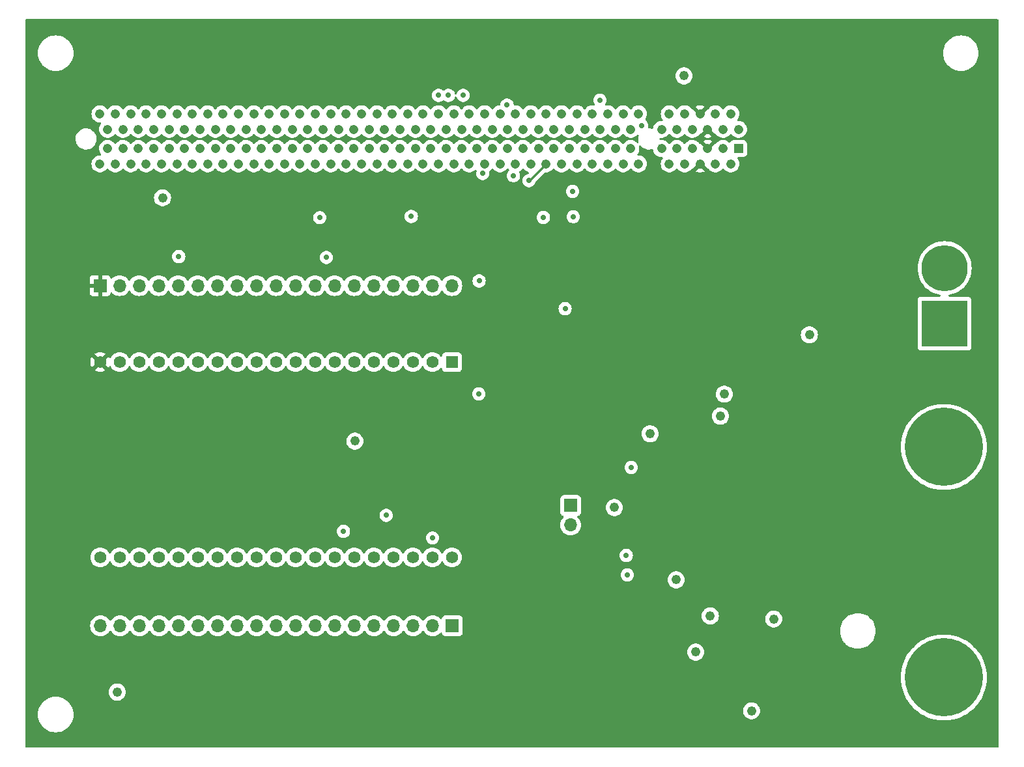
<source format=gbr>
%TF.GenerationSoftware,KiCad,Pcbnew,7.0.7*%
%TF.CreationDate,2024-02-19T11:00:26-08:00*%
%TF.ProjectId,Core-Board,436f7265-2d42-46f6-9172-642e6b696361,rev?*%
%TF.SameCoordinates,Original*%
%TF.FileFunction,Copper,L3,Inr*%
%TF.FilePolarity,Positive*%
%FSLAX46Y46*%
G04 Gerber Fmt 4.6, Leading zero omitted, Abs format (unit mm)*
G04 Created by KiCad (PCBNEW 7.0.7) date 2024-02-19 11:00:26*
%MOMM*%
%LPD*%
G01*
G04 APERTURE LIST*
%TA.AperFunction,ComponentPad*%
%ADD10R,1.208000X1.208000*%
%TD*%
%TA.AperFunction,ComponentPad*%
%ADD11C,1.208000*%
%TD*%
%TA.AperFunction,ComponentPad*%
%ADD12R,1.700000X1.700000*%
%TD*%
%TA.AperFunction,ComponentPad*%
%ADD13O,1.700000X1.700000*%
%TD*%
%TA.AperFunction,ComponentPad*%
%ADD14R,1.560000X1.560000*%
%TD*%
%TA.AperFunction,ComponentPad*%
%ADD15C,1.560000*%
%TD*%
%TA.AperFunction,ComponentPad*%
%ADD16C,6.000000*%
%TD*%
%TA.AperFunction,ComponentPad*%
%ADD17R,6.000000X6.000000*%
%TD*%
%TA.AperFunction,ComponentPad*%
%ADD18C,10.160000*%
%TD*%
%TA.AperFunction,ViaPad*%
%ADD19C,1.219200*%
%TD*%
%TA.AperFunction,ViaPad*%
%ADD20C,0.711200*%
%TD*%
%TA.AperFunction,Conductor*%
%ADD21C,0.254000*%
%TD*%
G04 APERTURE END LIST*
D10*
%TO.N,12V*%
%TO.C,J2*%
X207247000Y-80573000D03*
D11*
X206247000Y-82573000D03*
X205247000Y-80573000D03*
%TO.N,GND*%
X204247000Y-82573000D03*
%TO.N,5V*%
X203247000Y-80573000D03*
X202247000Y-82573000D03*
%TO.N,GND*%
X201247000Y-80573000D03*
%TO.N,3.3V*%
X200247000Y-82573000D03*
X199247000Y-80573000D03*
X198247000Y-82573000D03*
%TO.N,unconnected-(J2-PWRGD-PadA11)*%
X197247000Y-80573000D03*
%TO.N,GND*%
X194247000Y-82573000D03*
%TO.N,unconnected-(J2-REFCLK+-PadA13)*%
X193247000Y-80573000D03*
%TO.N,unconnected-(J2-REFCLK--PadA14)*%
X192247000Y-82573000D03*
%TO.N,GND*%
X191247000Y-80573000D03*
%TO.N,I2C SCL*%
X190247000Y-82573000D03*
%TO.N,I2C SDA*%
X189247000Y-80573000D03*
%TO.N,GND*%
X188247000Y-82573000D03*
%TO.N,unconnected-(J2-RSVD-PadA19)*%
X187247000Y-80573000D03*
%TO.N,GND*%
X186247000Y-82573000D03*
%TO.N,unconnected-(J2-PERp1-PadA21)*%
X185247000Y-80573000D03*
%TO.N,unconnected-(J2-PERn1-PadA22)*%
X184247000Y-82573000D03*
%TO.N,GND*%
X183247000Y-80573000D03*
X182247000Y-82573000D03*
%TO.N,HX5*%
X181247000Y-80573000D03*
%TO.N,HX6*%
X180247000Y-82573000D03*
%TO.N,GND*%
X179247000Y-80573000D03*
X178247000Y-82573000D03*
%TO.N,HX7*%
X177247000Y-80573000D03*
%TO.N,HX8*%
X176247000Y-82573000D03*
%TO.N,GND*%
X175247000Y-80573000D03*
%TO.N,unconnected-(J2-RSVD-PadA32)*%
X174247000Y-82573000D03*
%TO.N,unconnected-(J2-RSVD-PadA33)*%
X173247000Y-80573000D03*
%TO.N,GND*%
X172247000Y-82573000D03*
%TO.N,SPI1 CLK*%
X171247000Y-80573000D03*
%TO.N,SPI1 MISO*%
X170247000Y-82573000D03*
%TO.N,GND*%
X169247000Y-80573000D03*
X168247000Y-82573000D03*
%TO.N,TC CS 3*%
X167247000Y-80573000D03*
%TO.N,TC CS 4*%
X166247000Y-82573000D03*
%TO.N,GND*%
X165247000Y-80573000D03*
X164247000Y-82573000D03*
%TO.N,unconnected-(J2-PERp6-PadA43)*%
X163247000Y-80573000D03*
%TO.N,unconnected-(J2-PERn6-PadA44)*%
X162247000Y-82573000D03*
%TO.N,GND*%
X161247000Y-80573000D03*
X160247000Y-82573000D03*
%TO.N,unconnected-(J2-PERp7-PadA47)*%
X159247000Y-80573000D03*
%TO.N,unconnected-(J2-PERn7-PadA48)*%
X158247000Y-82573000D03*
%TO.N,GND*%
X157247000Y-80573000D03*
%TO.N,unconnected-(J2-RSVD-PadA50)*%
X156247000Y-82573000D03*
%TO.N,GND*%
X155247000Y-80573000D03*
%TO.N,unconnected-(J2-PERp8-PadA52)*%
X154247000Y-82573000D03*
%TO.N,unconnected-(J2-PERn8-PadA53)*%
X153247000Y-80573000D03*
%TO.N,GND*%
X152247000Y-82573000D03*
X151247000Y-80573000D03*
%TO.N,unconnected-(J2-PERp9-PadA56)*%
X150247000Y-82573000D03*
%TO.N,unconnected-(J2-PERn9-PadA57)*%
X149247000Y-80573000D03*
%TO.N,GND*%
X148247000Y-82573000D03*
X147247000Y-80573000D03*
%TO.N,unconnected-(J2-PERp10-PadA60)*%
X146247000Y-82573000D03*
%TO.N,unconnected-(J2-PERn10-PadA61)*%
X145247000Y-80573000D03*
%TO.N,GND*%
X144247000Y-82573000D03*
X143247000Y-80573000D03*
%TO.N,unconnected-(J2-PERp11-PadA64)*%
X142247000Y-82573000D03*
%TO.N,unconnected-(J2-PERn11-PadA65)*%
X141247000Y-80573000D03*
%TO.N,GND*%
X140247000Y-82573000D03*
X139247000Y-80573000D03*
%TO.N,unconnected-(J2-PERp12-PadA68)*%
X138247000Y-82573000D03*
%TO.N,unconnected-(J2-PERn12-PadA69)*%
X137247000Y-80573000D03*
%TO.N,GND*%
X136247000Y-82573000D03*
X135247000Y-80573000D03*
%TO.N,unconnected-(J2-PERp13-PadA72)*%
X134247000Y-82573000D03*
%TO.N,unconnected-(J2-PERn13-PadA73)*%
X133247000Y-80573000D03*
%TO.N,GND*%
X132247000Y-82573000D03*
X131247000Y-80573000D03*
%TO.N,unconnected-(J2-PERp14-PadA76)*%
X130247000Y-82573000D03*
%TO.N,unconnected-(J2-PERn14-PadA77)*%
X129247000Y-80573000D03*
%TO.N,GND*%
X128247000Y-82573000D03*
X127247000Y-80573000D03*
%TO.N,unconnected-(J2-PERp15-PadA80)*%
X126247000Y-82573000D03*
%TO.N,unconnected-(J2-PERn15-PadA81)*%
X125247000Y-80573000D03*
%TO.N,GND*%
X124247000Y-82573000D03*
%TO.N,12V*%
X207247000Y-78073000D03*
X206247000Y-76073000D03*
X205247000Y-78073000D03*
%TO.N,GND*%
X204247000Y-76073000D03*
%TO.N,5V*%
X203247000Y-78073000D03*
X202247000Y-76073000D03*
%TO.N,GND*%
X201247000Y-78073000D03*
%TO.N,3.3V*%
X200247000Y-76073000D03*
X199247000Y-78073000D03*
X198247000Y-76073000D03*
%TO.N,unconnected-(J2-~{WAKE}-PadB11)*%
X197247000Y-78073000D03*
%TO.N,unconnected-(J2-RSVD-PadB12)*%
X194247000Y-76073000D03*
%TO.N,GND*%
X193247000Y-78073000D03*
%TO.N,I2C SCL*%
X192247000Y-76073000D03*
%TO.N,I2C SDA*%
X191247000Y-78073000D03*
%TO.N,GND*%
X190247000Y-76073000D03*
%TO.N,unconnected-(J2-~{PRSNT2}-PadB17)*%
X189247000Y-78073000D03*
%TO.N,GND*%
X188247000Y-76073000D03*
%TO.N,unconnected-(J2-PETp1-PadB19)*%
X187247000Y-78073000D03*
%TO.N,unconnected-(J2-PETn1-PadB20)*%
X186247000Y-76073000D03*
%TO.N,GND*%
X185247000Y-78073000D03*
X184247000Y-76073000D03*
%TO.N,HX1*%
X183247000Y-78073000D03*
%TO.N,HX2*%
X182247000Y-76073000D03*
%TO.N,GND*%
X181247000Y-78073000D03*
X180247000Y-76073000D03*
%TO.N,HX3*%
X179247000Y-78073000D03*
%TO.N,HX4*%
X178247000Y-76073000D03*
%TO.N,GND*%
X177247000Y-78073000D03*
%TO.N,unconnected-(J2-RSVD-PadB30)*%
X176247000Y-76073000D03*
%TO.N,HX CLK*%
X175247000Y-78073000D03*
%TO.N,GND*%
X174247000Y-76073000D03*
%TO.N,SPI0 CLK*%
X173247000Y-78073000D03*
%TO.N,SPI0 MISO*%
X172247000Y-76073000D03*
%TO.N,GND*%
X171247000Y-78073000D03*
X170247000Y-76073000D03*
%TO.N,TC CS 1*%
X169247000Y-78073000D03*
%TO.N,TC CS 2*%
X168247000Y-76073000D03*
%TO.N,GND*%
X167247000Y-78073000D03*
X166247000Y-76073000D03*
%TO.N,unconnected-(J2-PETp6-PadB41)*%
X165247000Y-78073000D03*
%TO.N,unconnected-(J2-PETn6-PadB42)*%
X164247000Y-76073000D03*
%TO.N,GND*%
X163247000Y-78073000D03*
X162247000Y-76073000D03*
%TO.N,unconnected-(J2-PETp7-PadB45)*%
X161247000Y-78073000D03*
%TO.N,unconnected-(J2-PETn7-PadB46)*%
X160247000Y-76073000D03*
%TO.N,GND*%
X159247000Y-78073000D03*
%TO.N,unconnected-(J2-~{PRSNT2}-PadB48)*%
X158247000Y-76073000D03*
%TO.N,GND*%
X157247000Y-78073000D03*
%TO.N,unconnected-(J2-PETp8-PadB50)*%
X156247000Y-76073000D03*
%TO.N,unconnected-(J2-PETn8-PadB51)*%
X155247000Y-78073000D03*
%TO.N,GND*%
X154247000Y-76073000D03*
X153247000Y-78073000D03*
%TO.N,unconnected-(J2-PETp9-PadB54)*%
X152247000Y-76073000D03*
%TO.N,unconnected-(J2-PETn9-PadB55)*%
X151247000Y-78073000D03*
%TO.N,GND*%
X150247000Y-76073000D03*
X149247000Y-78073000D03*
%TO.N,unconnected-(J2-PETp10-PadB58)*%
X148247000Y-76073000D03*
%TO.N,unconnected-(J2-PETn10-PadB59)*%
X147247000Y-78073000D03*
%TO.N,GND*%
X146247000Y-76073000D03*
X145247000Y-78073000D03*
%TO.N,unconnected-(J2-PETp11-PadB62)*%
X144247000Y-76073000D03*
%TO.N,unconnected-(J2-PETn11-PadB63)*%
X143247000Y-78073000D03*
%TO.N,GND*%
X142247000Y-76073000D03*
X141247000Y-78073000D03*
%TO.N,unconnected-(J2-PETp12-PadB66)*%
X140247000Y-76073000D03*
%TO.N,unconnected-(J2-PETn12-PadB67)*%
X139247000Y-78073000D03*
%TO.N,GND*%
X138247000Y-76073000D03*
X137247000Y-78073000D03*
%TO.N,unconnected-(J2-PETp13-PadB70)*%
X136247000Y-76073000D03*
%TO.N,unconnected-(J2-PETn13-PadB71)*%
X135247000Y-78073000D03*
%TO.N,GND*%
X134247000Y-76073000D03*
X133247000Y-78073000D03*
%TO.N,unconnected-(J2-PETp14-PadB74)*%
X132247000Y-76073000D03*
%TO.N,unconnected-(J2-PETn14-PadB75)*%
X131247000Y-78073000D03*
%TO.N,GND*%
X130247000Y-76073000D03*
X129247000Y-78073000D03*
%TO.N,unconnected-(J2-PETp15-PadB78)*%
X128247000Y-76073000D03*
%TO.N,unconnected-(J2-PETn15-PadB79)*%
X127247000Y-78073000D03*
%TO.N,GND*%
X126247000Y-76073000D03*
%TO.N,unconnected-(J2-~{PRSNT2}-PadB81)*%
X125247000Y-78073000D03*
%TO.N,unconnected-(J2-RSVD-PadB82)*%
X124247000Y-76073000D03*
%TD*%
D12*
%TO.N,5V*%
%TO.C,J4*%
X124266800Y-98399600D03*
D13*
%TO.N,unconnected-(J4-Pin_2-Pad2)*%
X126806800Y-98399600D03*
%TO.N,unconnected-(J4-Pin_3-Pad3)*%
X129346800Y-98399600D03*
%TO.N,unconnected-(J4-Pin_4-Pad4)*%
X131886800Y-98399600D03*
%TO.N,SPI1 MISO*%
X134426800Y-98399600D03*
%TO.N,GND*%
X136966800Y-98399600D03*
%TO.N,unconnected-(J4-Pin_7-Pad7)*%
X139506800Y-98399600D03*
%TO.N,SPI1 CLK*%
X142046800Y-98399600D03*
%TO.N,HX CLK*%
X144586800Y-98399600D03*
%TO.N,HX8*%
X147126800Y-98399600D03*
%TO.N,HX7*%
X149666800Y-98399600D03*
%TO.N,HX6*%
X152206800Y-98399600D03*
%TO.N,HX5*%
X154746800Y-98399600D03*
%TO.N,HX4*%
X157286800Y-98399600D03*
%TO.N,HX3*%
X159826800Y-98399600D03*
%TO.N,HX2*%
X162366800Y-98399600D03*
%TO.N,HX1*%
X164906800Y-98399600D03*
%TO.N,EN*%
X167446800Y-98399600D03*
%TO.N,3.3V*%
X169986800Y-98399600D03*
%TD*%
D14*
%TO.N,3.3V*%
%TO.C,J3*%
X170001000Y-108341001D03*
D15*
%TO.N,EN*%
X167461000Y-108341001D03*
%TO.N,HX1*%
X164921000Y-108341001D03*
%TO.N,HX2*%
X162381000Y-108341001D03*
%TO.N,HX3*%
X159841000Y-108341001D03*
%TO.N,HX4*%
X157301000Y-108341001D03*
%TO.N,HX5*%
X154761000Y-108341001D03*
%TO.N,HX6*%
X152221000Y-108341001D03*
%TO.N,HX7*%
X149681000Y-108341001D03*
%TO.N,HX8*%
X147141000Y-108341001D03*
%TO.N,HX CLK*%
X144601000Y-108341001D03*
%TO.N,SPI1 CLK*%
X142061000Y-108341001D03*
%TO.N,unconnected-(J3-IO12-Pad13)*%
X139521000Y-108341001D03*
%TO.N,GND*%
X136981000Y-108341001D03*
%TO.N,SPI1 MISO*%
X134441000Y-108341001D03*
%TO.N,unconnected-(J3-SD2-Pad16)*%
X131901000Y-108341001D03*
%TO.N,unconnected-(J3-SD3-Pad17)*%
X129361000Y-108341001D03*
%TO.N,unconnected-(J3-CMD-Pad18)*%
X126821000Y-108341001D03*
%TO.N,5V*%
X124281000Y-108341001D03*
%TO.N,GND*%
X170001000Y-133741001D03*
%TO.N,SPI0 MISO*%
X167461000Y-133741001D03*
%TO.N,I2C SCL*%
X164921000Y-133741001D03*
%TO.N,unconnected-(J3-TXD0-Pad23)*%
X162381000Y-133741001D03*
%TO.N,unconnected-(J3-RXD0-Pad24)*%
X159841000Y-133741001D03*
%TO.N,I2C SDA*%
X157301000Y-133741001D03*
%TO.N,GND*%
X154761000Y-133741001D03*
%TO.N,SPI0 MOSI*%
X152221000Y-133741001D03*
%TO.N,SPI0 CLK*%
X149681000Y-133741001D03*
%TO.N,SPI0 CS*%
X147141000Y-133741001D03*
%TO.N,TC CS 1*%
X144601000Y-133741001D03*
%TO.N,TC CS 2*%
X142061000Y-133741001D03*
%TO.N,TC CS 3*%
X139521000Y-133741001D03*
%TO.N,unconnected-(J3-IO0-Pad33)*%
X136981000Y-133741001D03*
%TO.N,unconnected-(J3-IO2-Pad34)*%
X134441000Y-133741001D03*
%TO.N,TC CS 4*%
X131901000Y-133741001D03*
%TO.N,unconnected-(J3-SD1-Pad36)*%
X129361000Y-133741001D03*
%TO.N,unconnected-(J3-SD0-Pad37)*%
X126821000Y-133741001D03*
%TO.N,unconnected-(J3-CLK-Pad38)*%
X124281000Y-133741001D03*
%TD*%
D12*
%TO.N,GND*%
%TO.C,J5*%
X170043000Y-142621000D03*
D13*
%TO.N,SPI0 MISO*%
X167503000Y-142621000D03*
%TO.N,I2C SCL*%
X164963000Y-142621000D03*
%TO.N,unconnected-(J5-Pin_4-Pad4)*%
X162423000Y-142621000D03*
%TO.N,unconnected-(J5-Pin_5-Pad5)*%
X159883000Y-142621000D03*
%TO.N,I2C SDA*%
X157343000Y-142621000D03*
%TO.N,GND*%
X154803000Y-142621000D03*
%TO.N,SPI0 MOSI*%
X152263000Y-142621000D03*
%TO.N,SPI0 CLK*%
X149723000Y-142621000D03*
%TO.N,SPI0 CS*%
X147183000Y-142621000D03*
%TO.N,SPI1 MOSI*%
X144643000Y-142621000D03*
%TO.N,unconnected-(J5-Pin_12-Pad12)*%
X142103000Y-142621000D03*
%TO.N,unconnected-(J5-Pin_13-Pad13)*%
X139563000Y-142621000D03*
%TO.N,unconnected-(J5-Pin_14-Pad14)*%
X137023000Y-142621000D03*
%TO.N,unconnected-(J5-Pin_15-Pad15)*%
X134483000Y-142621000D03*
%TO.N,unconnected-(J5-Pin_16-Pad16)*%
X131943000Y-142621000D03*
%TO.N,unconnected-(J5-Pin_17-Pad17)*%
X129403000Y-142621000D03*
%TO.N,unconnected-(J5-Pin_18-Pad18)*%
X126863000Y-142621000D03*
%TO.N,unconnected-(J5-Pin_19-Pad19)*%
X124323000Y-142621000D03*
%TD*%
D16*
%TO.N,GND*%
%TO.C,J3*%
X234035600Y-96127200D03*
D17*
%TO.N,+12V*%
X234035600Y-103327200D03*
%TD*%
D18*
%TO.N,+12V*%
%TO.C,J1*%
X233934000Y-149350000D03*
%TO.N,GND*%
X233934000Y-119380000D03*
%TD*%
D12*
%TO.N,Net-(J1-Pin_1)*%
%TO.C,J1*%
X185420000Y-127000000D03*
D13*
%TO.N,SD CS_3.3*%
X185420000Y-129540000D03*
%TD*%
D19*
%TO.N,GND*%
X191109600Y-127254000D03*
D20*
X173532800Y-97790000D03*
X177998100Y-84105545D03*
X177165000Y-74930000D03*
D19*
X132384800Y-86969600D03*
D20*
X173998100Y-83820000D03*
X184708800Y-101396800D03*
D19*
X216458800Y-104800400D03*
D20*
X155905200Y-130352800D03*
D19*
X200152000Y-71120000D03*
D20*
X189230000Y-74295000D03*
X169545000Y-73660000D03*
X180022896Y-84747100D03*
X168275000Y-73660000D03*
X194665600Y-77571600D03*
D19*
X157378400Y-118618000D03*
D20*
X171450000Y-73660000D03*
X185674000Y-86156800D03*
D19*
X126492000Y-151257000D03*
X201676000Y-146050000D03*
%TO.N,12V*%
X204890000Y-115366800D03*
X208938000Y-153684000D03*
X205391473Y-112514927D03*
X211822000Y-141746000D03*
%TO.N,3.3V*%
X195769000Y-117664000D03*
X203581000Y-141351000D03*
X199136000Y-136652000D03*
%TO.N,5V*%
X202811500Y-151384000D03*
D20*
%TO.N,HX5*%
X164719000Y-89408000D03*
%TO.N,HX6*%
X153670000Y-94742000D03*
%TO.N,HX8*%
X152806400Y-89560400D03*
%TO.N,SPI1 MISO*%
X134493000Y-94615000D03*
%TO.N,SPI0 CLK*%
X192659000Y-133477000D03*
X173482000Y-112471200D03*
X181889555Y-89535155D03*
%TO.N,SPI0 MISO*%
X167461000Y-131216400D03*
X193294000Y-122047000D03*
X185750200Y-89433400D03*
%TO.N,SPI0 MOSI*%
X192786000Y-136017000D03*
%TO.N,SPI0 CS*%
X161442400Y-128270000D03*
%TD*%
D21*
%TO.N,GND*%
X182247000Y-82573000D02*
X180072900Y-84747100D01*
X180072900Y-84747100D02*
X180022896Y-84747100D01*
%TD*%
%TA.AperFunction,Conductor*%
%TO.N,5V*%
G36*
X240987621Y-63774502D02*
G01*
X241034114Y-63828158D01*
X241045500Y-63880500D01*
X241045500Y-158369500D01*
X241025498Y-158437621D01*
X240971842Y-158484114D01*
X240919500Y-158495500D01*
X114680500Y-158495500D01*
X114612379Y-158475498D01*
X114565886Y-158421842D01*
X114554500Y-158369500D01*
X114554500Y-154178003D01*
X116190555Y-154178003D01*
X116210312Y-154479438D01*
X116210315Y-154479456D01*
X116269246Y-154775726D01*
X116269248Y-154775733D01*
X116321785Y-154930500D01*
X116366351Y-155061786D01*
X116366354Y-155061792D01*
X116499960Y-155332720D01*
X116499961Y-155332722D01*
X116499962Y-155332723D01*
X116667794Y-155583901D01*
X116767385Y-155697462D01*
X116866975Y-155811024D01*
X116910717Y-155849384D01*
X117094099Y-156010206D01*
X117345277Y-156178038D01*
X117616214Y-156311649D01*
X117902272Y-156408753D01*
X118198557Y-156467687D01*
X118370810Y-156478977D01*
X118499997Y-156487445D01*
X118500000Y-156487445D01*
X118500003Y-156487445D01*
X118613041Y-156480035D01*
X118801443Y-156467687D01*
X119097728Y-156408753D01*
X119383786Y-156311649D01*
X119654723Y-156178038D01*
X119905901Y-156010206D01*
X120133024Y-155811024D01*
X120332206Y-155583901D01*
X120500038Y-155332723D01*
X120633649Y-155061786D01*
X120730753Y-154775728D01*
X120789687Y-154479443D01*
X120809445Y-154178000D01*
X120789687Y-153876557D01*
X120751386Y-153684004D01*
X207823144Y-153684004D01*
X207842126Y-153888852D01*
X207848255Y-153910395D01*
X207898428Y-154086732D01*
X207990130Y-154270896D01*
X207990131Y-154270897D01*
X207990132Y-154270899D01*
X208114108Y-154435072D01*
X208114111Y-154435074D01*
X208266143Y-154573669D01*
X208266157Y-154573680D01*
X208441054Y-154681971D01*
X208441057Y-154681972D01*
X208441066Y-154681978D01*
X208632900Y-154756295D01*
X208632905Y-154756297D01*
X208835134Y-154794100D01*
X208835136Y-154794100D01*
X209040864Y-154794100D01*
X209040866Y-154794100D01*
X209243095Y-154756297D01*
X209434934Y-154681978D01*
X209488586Y-154648757D01*
X209609842Y-154573680D01*
X209609844Y-154573677D01*
X209609851Y-154573674D01*
X209761889Y-154435074D01*
X209885870Y-154270896D01*
X209977572Y-154086732D01*
X210033873Y-153888854D01*
X210052856Y-153684000D01*
X210043243Y-153580266D01*
X210033873Y-153479147D01*
X210011058Y-153398962D01*
X209977572Y-153281268D01*
X209885870Y-153097104D01*
X209830121Y-153023280D01*
X209761891Y-152932927D01*
X209761888Y-152932925D01*
X209609856Y-152794330D01*
X209609842Y-152794319D01*
X209434945Y-152686028D01*
X209434938Y-152686024D01*
X209434934Y-152686022D01*
X209434929Y-152686020D01*
X209243099Y-152611704D01*
X209243100Y-152611704D01*
X209243095Y-152611703D01*
X209040866Y-152573900D01*
X208835134Y-152573900D01*
X208682530Y-152602426D01*
X208632899Y-152611704D01*
X208441070Y-152686020D01*
X208441054Y-152686028D01*
X208266157Y-152794319D01*
X208266143Y-152794330D01*
X208114111Y-152932925D01*
X208114108Y-152932927D01*
X207990132Y-153097100D01*
X207898428Y-153281268D01*
X207898425Y-153281276D01*
X207842126Y-153479147D01*
X207823144Y-153683995D01*
X207823144Y-153684004D01*
X120751386Y-153684004D01*
X120730753Y-153580272D01*
X120633649Y-153294214D01*
X120500038Y-153023278D01*
X120332206Y-152772099D01*
X120191543Y-152611704D01*
X120133024Y-152544975D01*
X119953481Y-152387521D01*
X119905901Y-152345794D01*
X119654723Y-152177962D01*
X119654722Y-152177961D01*
X119654720Y-152177960D01*
X119383792Y-152044354D01*
X119383786Y-152044351D01*
X119276912Y-152008072D01*
X119097733Y-151947248D01*
X119097726Y-151947246D01*
X118801456Y-151888315D01*
X118801438Y-151888312D01*
X118500003Y-151868555D01*
X118499997Y-151868555D01*
X118198561Y-151888312D01*
X118198543Y-151888315D01*
X117902273Y-151947246D01*
X117902266Y-151947248D01*
X117621196Y-152042659D01*
X117616214Y-152044351D01*
X117616211Y-152044352D01*
X117616207Y-152044354D01*
X117345280Y-152177960D01*
X117094102Y-152345791D01*
X116866975Y-152544975D01*
X116667791Y-152772102D01*
X116499960Y-153023280D01*
X116366354Y-153294207D01*
X116366350Y-153294217D01*
X116269248Y-153580266D01*
X116269246Y-153580273D01*
X116210315Y-153876543D01*
X116210312Y-153876561D01*
X116190555Y-154177996D01*
X116190555Y-154178003D01*
X114554500Y-154178003D01*
X114554500Y-151257004D01*
X125377144Y-151257004D01*
X125396126Y-151461852D01*
X125449854Y-151650688D01*
X125452428Y-151659732D01*
X125544130Y-151843896D01*
X125544131Y-151843897D01*
X125544132Y-151843899D01*
X125668108Y-152008072D01*
X125668111Y-152008074D01*
X125820143Y-152146669D01*
X125820157Y-152146680D01*
X125995054Y-152254971D01*
X125995057Y-152254972D01*
X125995066Y-152254978D01*
X126186900Y-152329295D01*
X126186905Y-152329297D01*
X126389134Y-152367100D01*
X126389136Y-152367100D01*
X126594864Y-152367100D01*
X126594866Y-152367100D01*
X126797095Y-152329297D01*
X126988934Y-152254978D01*
X127042586Y-152221757D01*
X127163842Y-152146680D01*
X127163844Y-152146677D01*
X127163851Y-152146674D01*
X127315889Y-152008074D01*
X127361823Y-151947248D01*
X127406328Y-151888313D01*
X127439870Y-151843896D01*
X127531572Y-151659732D01*
X127587873Y-151461854D01*
X127606856Y-151257000D01*
X127602571Y-151210763D01*
X127587873Y-151052147D01*
X127531574Y-150854276D01*
X127531572Y-150854268D01*
X127439870Y-150670104D01*
X127439867Y-150670100D01*
X127315891Y-150505927D01*
X127315888Y-150505925D01*
X127163856Y-150367330D01*
X127163842Y-150367319D01*
X126988945Y-150259028D01*
X126988938Y-150259024D01*
X126988934Y-150259022D01*
X126988929Y-150259020D01*
X126797099Y-150184704D01*
X126797100Y-150184704D01*
X126797095Y-150184703D01*
X126594866Y-150146900D01*
X126389134Y-150146900D01*
X126236530Y-150175426D01*
X126186899Y-150184704D01*
X125995070Y-150259020D01*
X125995054Y-150259028D01*
X125820157Y-150367319D01*
X125820143Y-150367330D01*
X125668111Y-150505925D01*
X125668108Y-150505927D01*
X125544132Y-150670100D01*
X125452428Y-150854268D01*
X125452425Y-150854276D01*
X125396126Y-151052147D01*
X125377144Y-151256995D01*
X125377144Y-151257004D01*
X114554500Y-151257004D01*
X114554500Y-149350000D01*
X228348467Y-149350000D01*
X228368589Y-149823683D01*
X228428810Y-150293962D01*
X228528696Y-150757432D01*
X228667525Y-151210757D01*
X228667525Y-151210758D01*
X228844301Y-151650685D01*
X228844301Y-151650684D01*
X228844303Y-151650688D01*
X229057751Y-152074036D01*
X229275397Y-152427517D01*
X229306330Y-152477754D01*
X229306329Y-152477754D01*
X229306332Y-152477758D01*
X229460363Y-152686022D01*
X229588254Y-152858941D01*
X229588253Y-152858941D01*
X229588256Y-152858944D01*
X229901490Y-153214847D01*
X230243780Y-153542905D01*
X230243783Y-153542907D01*
X230243783Y-153542908D01*
X230612651Y-153840749D01*
X231005462Y-154106243D01*
X231005465Y-154106244D01*
X231005464Y-154106244D01*
X231419372Y-154337467D01*
X231851398Y-154532755D01*
X232101884Y-154621257D01*
X232298425Y-154690700D01*
X232298424Y-154690699D01*
X232298429Y-154690701D01*
X232757244Y-154810167D01*
X232757247Y-154810167D01*
X232757253Y-154810169D01*
X233224531Y-154890292D01*
X233224533Y-154890292D01*
X233224538Y-154890293D01*
X233696943Y-154930500D01*
X234171057Y-154930500D01*
X234643462Y-154890293D01*
X234643466Y-154890292D01*
X234643469Y-154890292D01*
X235110747Y-154810169D01*
X235110752Y-154810167D01*
X235110756Y-154810167D01*
X235569571Y-154690701D01*
X235569575Y-154690699D01*
X235569575Y-154690700D01*
X235766115Y-154621257D01*
X236016602Y-154532755D01*
X236448628Y-154337467D01*
X236862536Y-154106244D01*
X236862534Y-154106244D01*
X236862538Y-154106243D01*
X237255349Y-153840749D01*
X237624217Y-153542908D01*
X237624217Y-153542907D01*
X237624220Y-153542905D01*
X237966510Y-153214847D01*
X238279744Y-152858944D01*
X238279747Y-152858941D01*
X238279746Y-152858941D01*
X238407637Y-152686022D01*
X238561668Y-152477758D01*
X238561667Y-152477758D01*
X238561671Y-152477754D01*
X238561670Y-152477754D01*
X238592603Y-152427517D01*
X238810249Y-152074036D01*
X239023697Y-151650688D01*
X239023699Y-151650684D01*
X239023699Y-151650685D01*
X239200475Y-151210758D01*
X239200475Y-151210757D01*
X239339304Y-150757432D01*
X239439190Y-150293962D01*
X239499411Y-149823683D01*
X239519533Y-149350000D01*
X239499411Y-148876317D01*
X239439190Y-148406038D01*
X239339304Y-147942568D01*
X239200475Y-147489243D01*
X239200475Y-147489242D01*
X239023699Y-147049315D01*
X239023699Y-147049316D01*
X239023697Y-147049312D01*
X238810249Y-146625964D01*
X238561670Y-146222246D01*
X238561671Y-146222246D01*
X238434275Y-146049995D01*
X238279746Y-145841059D01*
X238279747Y-145841059D01*
X238081885Y-145616245D01*
X237966510Y-145485153D01*
X237943504Y-145463104D01*
X237772204Y-145298926D01*
X237624220Y-145157095D01*
X237624217Y-145157092D01*
X237255349Y-144859251D01*
X236862538Y-144593757D01*
X236744917Y-144528050D01*
X236448628Y-144362533D01*
X236183776Y-144242812D01*
X236016609Y-144167248D01*
X236016607Y-144167247D01*
X236016602Y-144167245D01*
X235766115Y-144078742D01*
X235569575Y-144009300D01*
X235569571Y-144009299D01*
X235110756Y-143889833D01*
X235110752Y-143889832D01*
X235110747Y-143889831D01*
X234643469Y-143809708D01*
X234643466Y-143809707D01*
X234643462Y-143809707D01*
X234171057Y-143769500D01*
X233696943Y-143769500D01*
X233224538Y-143809707D01*
X233224533Y-143809707D01*
X233224531Y-143809708D01*
X232757253Y-143889831D01*
X232757247Y-143889832D01*
X232757244Y-143889833D01*
X232298429Y-144009299D01*
X232298424Y-144009300D01*
X232298425Y-144009300D01*
X232101884Y-144078742D01*
X231851398Y-144167245D01*
X231851392Y-144167247D01*
X231851391Y-144167248D01*
X231684223Y-144242812D01*
X231419372Y-144362533D01*
X231123083Y-144528050D01*
X231005462Y-144593757D01*
X230612651Y-144859251D01*
X230243783Y-145157092D01*
X230243780Y-145157095D01*
X230095796Y-145298926D01*
X229924496Y-145463104D01*
X229901490Y-145485153D01*
X229786115Y-145616245D01*
X229588253Y-145841059D01*
X229588254Y-145841059D01*
X229433725Y-146049995D01*
X229306329Y-146222246D01*
X229306330Y-146222246D01*
X229057751Y-146625964D01*
X228844303Y-147049312D01*
X228844301Y-147049316D01*
X228844301Y-147049315D01*
X228667525Y-147489242D01*
X228667525Y-147489243D01*
X228528696Y-147942568D01*
X228428810Y-148406038D01*
X228368589Y-148876317D01*
X228348467Y-149350000D01*
X114554500Y-149350000D01*
X114554500Y-146050004D01*
X200561144Y-146050004D01*
X200580126Y-146254852D01*
X200580127Y-146254854D01*
X200636428Y-146452732D01*
X200728130Y-146636896D01*
X200728131Y-146636897D01*
X200728132Y-146636899D01*
X200852108Y-146801072D01*
X200852111Y-146801074D01*
X201004143Y-146939669D01*
X201004157Y-146939680D01*
X201179054Y-147047971D01*
X201179057Y-147047972D01*
X201179066Y-147047978D01*
X201370900Y-147122295D01*
X201370905Y-147122297D01*
X201573134Y-147160100D01*
X201573136Y-147160100D01*
X201778864Y-147160100D01*
X201778866Y-147160100D01*
X201981095Y-147122297D01*
X202172934Y-147047978D01*
X202226586Y-147014757D01*
X202347842Y-146939680D01*
X202347844Y-146939677D01*
X202347851Y-146939674D01*
X202499889Y-146801074D01*
X202623870Y-146636896D01*
X202715572Y-146452732D01*
X202771873Y-146254854D01*
X202790856Y-146050000D01*
X202771873Y-145845146D01*
X202715572Y-145647268D01*
X202623870Y-145463104D01*
X202606759Y-145440445D01*
X202499891Y-145298927D01*
X202499888Y-145298925D01*
X202347856Y-145160330D01*
X202347842Y-145160319D01*
X202172945Y-145052028D01*
X202172938Y-145052024D01*
X202172934Y-145052022D01*
X202172929Y-145052020D01*
X201981099Y-144977704D01*
X201981100Y-144977704D01*
X201981095Y-144977703D01*
X201778866Y-144939900D01*
X201573134Y-144939900D01*
X201420530Y-144968426D01*
X201370899Y-144977704D01*
X201179070Y-145052020D01*
X201179054Y-145052028D01*
X201004157Y-145160319D01*
X201004143Y-145160330D01*
X200852111Y-145298925D01*
X200852108Y-145298927D01*
X200728132Y-145463100D01*
X200636428Y-145647268D01*
X200636425Y-145647276D01*
X200580126Y-145845147D01*
X200561144Y-146049995D01*
X200561144Y-146050004D01*
X114554500Y-146050004D01*
X114554500Y-142621000D01*
X122967341Y-142621000D01*
X122987937Y-142856411D01*
X123049096Y-143084661D01*
X123049098Y-143084665D01*
X123148965Y-143298830D01*
X123284498Y-143492392D01*
X123284505Y-143492401D01*
X123451599Y-143659495D01*
X123645170Y-143795035D01*
X123859337Y-143894903D01*
X124087592Y-143956063D01*
X124323000Y-143976659D01*
X124558408Y-143956063D01*
X124786663Y-143894903D01*
X125000830Y-143795035D01*
X125194401Y-143659495D01*
X125361495Y-143492401D01*
X125489787Y-143309180D01*
X125545244Y-143264853D01*
X125615863Y-143257544D01*
X125679224Y-143289575D01*
X125696213Y-143309181D01*
X125824498Y-143492392D01*
X125824505Y-143492401D01*
X125991599Y-143659495D01*
X126185170Y-143795035D01*
X126399337Y-143894903D01*
X126627592Y-143956063D01*
X126863000Y-143976659D01*
X127098408Y-143956063D01*
X127326663Y-143894903D01*
X127540830Y-143795035D01*
X127734401Y-143659495D01*
X127901495Y-143492401D01*
X128029787Y-143309180D01*
X128085244Y-143264853D01*
X128155863Y-143257544D01*
X128219224Y-143289575D01*
X128236213Y-143309181D01*
X128364498Y-143492392D01*
X128364505Y-143492401D01*
X128531599Y-143659495D01*
X128725170Y-143795035D01*
X128939337Y-143894903D01*
X129167592Y-143956063D01*
X129403000Y-143976659D01*
X129638408Y-143956063D01*
X129866663Y-143894903D01*
X130080830Y-143795035D01*
X130274401Y-143659495D01*
X130441495Y-143492401D01*
X130569787Y-143309181D01*
X130625243Y-143264853D01*
X130695862Y-143257544D01*
X130759222Y-143289574D01*
X130776212Y-143309181D01*
X130904502Y-143492397D01*
X130904505Y-143492401D01*
X131071599Y-143659495D01*
X131265170Y-143795035D01*
X131479337Y-143894903D01*
X131707592Y-143956063D01*
X131943000Y-143976659D01*
X132178408Y-143956063D01*
X132406663Y-143894903D01*
X132620830Y-143795035D01*
X132814401Y-143659495D01*
X132981495Y-143492401D01*
X133109787Y-143309180D01*
X133165244Y-143264852D01*
X133235863Y-143257543D01*
X133299224Y-143289573D01*
X133316213Y-143309181D01*
X133444498Y-143492392D01*
X133444502Y-143492397D01*
X133444505Y-143492401D01*
X133611599Y-143659495D01*
X133805170Y-143795035D01*
X134019337Y-143894903D01*
X134247592Y-143956063D01*
X134483000Y-143976659D01*
X134718408Y-143956063D01*
X134946663Y-143894903D01*
X135160830Y-143795035D01*
X135354401Y-143659495D01*
X135521495Y-143492401D01*
X135649787Y-143309180D01*
X135705244Y-143264853D01*
X135775863Y-143257544D01*
X135839224Y-143289575D01*
X135856213Y-143309181D01*
X135984498Y-143492392D01*
X135984505Y-143492401D01*
X136151599Y-143659495D01*
X136345170Y-143795035D01*
X136559337Y-143894903D01*
X136787592Y-143956063D01*
X137023000Y-143976659D01*
X137258408Y-143956063D01*
X137486663Y-143894903D01*
X137700830Y-143795035D01*
X137894401Y-143659495D01*
X138061495Y-143492401D01*
X138189787Y-143309180D01*
X138245244Y-143264853D01*
X138315863Y-143257544D01*
X138379224Y-143289575D01*
X138396213Y-143309181D01*
X138524498Y-143492392D01*
X138524505Y-143492401D01*
X138691599Y-143659495D01*
X138885170Y-143795035D01*
X139099337Y-143894903D01*
X139327592Y-143956063D01*
X139563000Y-143976659D01*
X139798408Y-143956063D01*
X140026663Y-143894903D01*
X140240830Y-143795035D01*
X140434401Y-143659495D01*
X140601495Y-143492401D01*
X140729787Y-143309180D01*
X140785244Y-143264853D01*
X140855863Y-143257544D01*
X140919224Y-143289575D01*
X140936213Y-143309181D01*
X141064498Y-143492392D01*
X141064505Y-143492401D01*
X141231599Y-143659495D01*
X141425170Y-143795035D01*
X141639337Y-143894903D01*
X141867592Y-143956063D01*
X142103000Y-143976659D01*
X142338408Y-143956063D01*
X142566663Y-143894903D01*
X142780830Y-143795035D01*
X142974401Y-143659495D01*
X143141495Y-143492401D01*
X143269787Y-143309180D01*
X143325244Y-143264853D01*
X143395863Y-143257544D01*
X143459224Y-143289575D01*
X143476213Y-143309181D01*
X143604498Y-143492392D01*
X143604505Y-143492401D01*
X143771599Y-143659495D01*
X143965170Y-143795035D01*
X144179337Y-143894903D01*
X144407592Y-143956063D01*
X144643000Y-143976659D01*
X144878408Y-143956063D01*
X145106663Y-143894903D01*
X145320830Y-143795035D01*
X145514401Y-143659495D01*
X145681495Y-143492401D01*
X145809787Y-143309180D01*
X145865244Y-143264853D01*
X145935863Y-143257544D01*
X145999224Y-143289575D01*
X146016213Y-143309181D01*
X146144498Y-143492392D01*
X146144505Y-143492401D01*
X146311599Y-143659495D01*
X146505170Y-143795035D01*
X146719337Y-143894903D01*
X146947592Y-143956063D01*
X147183000Y-143976659D01*
X147418408Y-143956063D01*
X147646663Y-143894903D01*
X147860830Y-143795035D01*
X148054401Y-143659495D01*
X148221495Y-143492401D01*
X148349787Y-143309180D01*
X148405244Y-143264853D01*
X148475863Y-143257544D01*
X148539224Y-143289575D01*
X148556213Y-143309181D01*
X148684498Y-143492392D01*
X148684505Y-143492401D01*
X148851599Y-143659495D01*
X149045170Y-143795035D01*
X149259337Y-143894903D01*
X149487592Y-143956063D01*
X149723000Y-143976659D01*
X149958408Y-143956063D01*
X150186663Y-143894903D01*
X150400830Y-143795035D01*
X150594401Y-143659495D01*
X150761495Y-143492401D01*
X150889787Y-143309180D01*
X150945244Y-143264853D01*
X151015863Y-143257544D01*
X151079224Y-143289575D01*
X151096213Y-143309181D01*
X151224498Y-143492392D01*
X151224505Y-143492401D01*
X151391599Y-143659495D01*
X151585170Y-143795035D01*
X151799337Y-143894903D01*
X152027592Y-143956063D01*
X152263000Y-143976659D01*
X152498408Y-143956063D01*
X152726663Y-143894903D01*
X152940830Y-143795035D01*
X153134401Y-143659495D01*
X153301495Y-143492401D01*
X153429787Y-143309180D01*
X153485244Y-143264853D01*
X153555863Y-143257544D01*
X153619224Y-143289575D01*
X153636213Y-143309181D01*
X153764498Y-143492392D01*
X153764505Y-143492401D01*
X153931599Y-143659495D01*
X154125170Y-143795035D01*
X154339337Y-143894903D01*
X154567592Y-143956063D01*
X154803000Y-143976659D01*
X155038408Y-143956063D01*
X155266663Y-143894903D01*
X155480830Y-143795035D01*
X155674401Y-143659495D01*
X155841495Y-143492401D01*
X155969787Y-143309180D01*
X156025244Y-143264853D01*
X156095863Y-143257544D01*
X156159224Y-143289575D01*
X156176213Y-143309181D01*
X156304498Y-143492392D01*
X156304505Y-143492401D01*
X156471599Y-143659495D01*
X156665170Y-143795035D01*
X156879337Y-143894903D01*
X157107592Y-143956063D01*
X157343000Y-143976659D01*
X157578408Y-143956063D01*
X157806663Y-143894903D01*
X158020830Y-143795035D01*
X158214401Y-143659495D01*
X158381495Y-143492401D01*
X158509787Y-143309180D01*
X158565244Y-143264853D01*
X158635863Y-143257544D01*
X158699224Y-143289575D01*
X158716213Y-143309181D01*
X158844498Y-143492392D01*
X158844505Y-143492401D01*
X159011599Y-143659495D01*
X159205170Y-143795035D01*
X159419337Y-143894903D01*
X159647592Y-143956063D01*
X159883000Y-143976659D01*
X160118408Y-143956063D01*
X160346663Y-143894903D01*
X160560830Y-143795035D01*
X160754401Y-143659495D01*
X160921495Y-143492401D01*
X161049787Y-143309180D01*
X161105244Y-143264853D01*
X161175863Y-143257544D01*
X161239224Y-143289575D01*
X161256213Y-143309181D01*
X161384498Y-143492392D01*
X161384505Y-143492401D01*
X161551599Y-143659495D01*
X161745170Y-143795035D01*
X161959337Y-143894903D01*
X162187592Y-143956063D01*
X162423000Y-143976659D01*
X162658408Y-143956063D01*
X162886663Y-143894903D01*
X163100830Y-143795035D01*
X163294401Y-143659495D01*
X163461495Y-143492401D01*
X163589787Y-143309180D01*
X163645244Y-143264853D01*
X163715863Y-143257544D01*
X163779224Y-143289575D01*
X163796213Y-143309181D01*
X163924498Y-143492392D01*
X163924505Y-143492401D01*
X164091599Y-143659495D01*
X164285170Y-143795035D01*
X164499337Y-143894903D01*
X164727592Y-143956063D01*
X164963000Y-143976659D01*
X165198408Y-143956063D01*
X165426663Y-143894903D01*
X165640830Y-143795035D01*
X165834401Y-143659495D01*
X166001495Y-143492401D01*
X166129787Y-143309180D01*
X166185244Y-143264853D01*
X166255863Y-143257544D01*
X166319224Y-143289575D01*
X166336213Y-143309181D01*
X166464498Y-143492392D01*
X166464505Y-143492401D01*
X166631599Y-143659495D01*
X166825170Y-143795035D01*
X167039337Y-143894903D01*
X167267592Y-143956063D01*
X167503000Y-143976659D01*
X167738408Y-143956063D01*
X167966663Y-143894903D01*
X168180830Y-143795035D01*
X168374401Y-143659495D01*
X168494129Y-143539766D01*
X168556437Y-143505744D01*
X168627253Y-143510808D01*
X168684089Y-143553355D01*
X168701277Y-143584832D01*
X168749202Y-143713328D01*
X168749203Y-143713329D01*
X168835453Y-143828546D01*
X168845455Y-143836033D01*
X168950669Y-143914796D01*
X168950671Y-143914796D01*
X168950673Y-143914798D01*
X169011030Y-143937309D01*
X169085514Y-143965090D01*
X169085517Y-143965091D01*
X169145127Y-143971500D01*
X170940872Y-143971499D01*
X171000483Y-143965091D01*
X171135331Y-143914796D01*
X171250546Y-143828546D01*
X171336796Y-143713331D01*
X171387091Y-143578483D01*
X171393500Y-143518873D01*
X171393500Y-143306803D01*
X220448555Y-143306803D01*
X220468312Y-143608238D01*
X220468315Y-143608256D01*
X220527246Y-143904526D01*
X220527248Y-143904533D01*
X220588794Y-144085838D01*
X220624351Y-144190586D01*
X220624354Y-144190592D01*
X220757960Y-144461520D01*
X220757961Y-144461522D01*
X220757962Y-144461523D01*
X220925794Y-144712701D01*
X221025385Y-144826262D01*
X221124975Y-144939824D01*
X221168717Y-144978184D01*
X221352099Y-145139006D01*
X221603277Y-145306838D01*
X221874214Y-145440449D01*
X222160272Y-145537553D01*
X222456557Y-145596487D01*
X222628810Y-145607777D01*
X222757997Y-145616245D01*
X222758000Y-145616245D01*
X222758003Y-145616245D01*
X222871041Y-145608835D01*
X223059443Y-145596487D01*
X223355728Y-145537553D01*
X223641786Y-145440449D01*
X223912723Y-145306838D01*
X224163901Y-145139006D01*
X224391024Y-144939824D01*
X224590206Y-144712701D01*
X224758038Y-144461523D01*
X224891649Y-144190586D01*
X224988753Y-143904528D01*
X225047687Y-143608243D01*
X225067445Y-143306800D01*
X225047687Y-143005357D01*
X224988753Y-142709072D01*
X224891649Y-142423014D01*
X224758038Y-142152078D01*
X224590206Y-141900899D01*
X224459494Y-141751851D01*
X224391024Y-141673775D01*
X224239790Y-141541147D01*
X224163901Y-141474594D01*
X223912723Y-141306762D01*
X223912722Y-141306761D01*
X223912720Y-141306760D01*
X223641792Y-141173154D01*
X223641786Y-141173151D01*
X223544772Y-141140219D01*
X223355733Y-141076048D01*
X223355726Y-141076046D01*
X223059456Y-141017115D01*
X223059438Y-141017112D01*
X222758003Y-140997355D01*
X222757997Y-140997355D01*
X222456561Y-141017112D01*
X222456543Y-141017115D01*
X222160273Y-141076046D01*
X222160266Y-141076048D01*
X221915595Y-141159104D01*
X221874214Y-141173151D01*
X221874211Y-141173152D01*
X221874207Y-141173154D01*
X221603280Y-141306760D01*
X221352102Y-141474591D01*
X221124975Y-141673775D01*
X220925791Y-141900902D01*
X220757960Y-142152080D01*
X220624354Y-142423007D01*
X220624350Y-142423017D01*
X220527248Y-142709066D01*
X220527246Y-142709073D01*
X220468315Y-143005343D01*
X220468312Y-143005361D01*
X220448555Y-143306796D01*
X220448555Y-143306803D01*
X171393500Y-143306803D01*
X171393499Y-141723128D01*
X171387091Y-141663517D01*
X171356876Y-141582505D01*
X171336798Y-141528673D01*
X171336796Y-141528670D01*
X171336796Y-141528669D01*
X171275633Y-141446966D01*
X171250546Y-141413453D01*
X171167124Y-141351004D01*
X202466144Y-141351004D01*
X202485126Y-141555852D01*
X202540892Y-141751851D01*
X202541428Y-141753732D01*
X202633130Y-141937896D01*
X202633131Y-141937897D01*
X202633132Y-141937899D01*
X202757108Y-142102072D01*
X202757111Y-142102074D01*
X202909143Y-142240669D01*
X202909157Y-142240680D01*
X203084054Y-142348971D01*
X203084057Y-142348972D01*
X203084066Y-142348978D01*
X203275900Y-142423295D01*
X203275905Y-142423297D01*
X203478134Y-142461100D01*
X203478136Y-142461100D01*
X203683864Y-142461100D01*
X203683866Y-142461100D01*
X203886095Y-142423297D01*
X204077934Y-142348978D01*
X204164532Y-142295359D01*
X204252842Y-142240680D01*
X204252844Y-142240677D01*
X204252851Y-142240674D01*
X204404889Y-142102074D01*
X204417368Y-142085550D01*
X204454481Y-142036402D01*
X204528870Y-141937896D01*
X204620572Y-141753732D01*
X204622771Y-141746004D01*
X210707144Y-141746004D01*
X210726126Y-141950852D01*
X210769152Y-142102074D01*
X210782428Y-142148732D01*
X210874130Y-142332896D01*
X210874131Y-142332897D01*
X210874132Y-142332899D01*
X210998108Y-142497072D01*
X210998111Y-142497074D01*
X211150143Y-142635669D01*
X211150157Y-142635680D01*
X211325054Y-142743971D01*
X211325057Y-142743972D01*
X211325066Y-142743978D01*
X211516900Y-142818295D01*
X211516905Y-142818297D01*
X211719134Y-142856100D01*
X211719136Y-142856100D01*
X211924864Y-142856100D01*
X211924866Y-142856100D01*
X212127095Y-142818297D01*
X212318934Y-142743978D01*
X212375319Y-142709066D01*
X212493842Y-142635680D01*
X212493844Y-142635677D01*
X212493851Y-142635674D01*
X212645889Y-142497074D01*
X212769870Y-142332896D01*
X212861572Y-142148732D01*
X212917873Y-141950854D01*
X212936140Y-141753731D01*
X212936856Y-141746004D01*
X212936856Y-141745995D01*
X212917873Y-141541147D01*
X212914323Y-141528671D01*
X212861572Y-141343268D01*
X212769870Y-141159104D01*
X212760085Y-141146146D01*
X212645891Y-140994927D01*
X212645888Y-140994925D01*
X212493856Y-140856330D01*
X212493842Y-140856319D01*
X212318945Y-140748028D01*
X212318938Y-140748024D01*
X212318934Y-140748022D01*
X212318929Y-140748020D01*
X212127099Y-140673704D01*
X212127100Y-140673704D01*
X212127095Y-140673703D01*
X211924866Y-140635900D01*
X211719134Y-140635900D01*
X211566530Y-140664426D01*
X211516899Y-140673704D01*
X211325070Y-140748020D01*
X211325054Y-140748028D01*
X211150157Y-140856319D01*
X211150143Y-140856330D01*
X210998111Y-140994925D01*
X210998108Y-140994927D01*
X210874132Y-141159100D01*
X210782428Y-141343268D01*
X210782425Y-141343276D01*
X210726126Y-141541147D01*
X210707144Y-141745995D01*
X210707144Y-141746004D01*
X204622771Y-141746004D01*
X204676873Y-141555854D01*
X204695856Y-141351000D01*
X204695494Y-141347098D01*
X204676873Y-141146147D01*
X204640160Y-141017115D01*
X204620572Y-140948268D01*
X204528870Y-140764104D01*
X204516730Y-140748028D01*
X204404891Y-140599927D01*
X204404888Y-140599925D01*
X204252856Y-140461330D01*
X204252842Y-140461319D01*
X204077945Y-140353028D01*
X204077938Y-140353024D01*
X204077934Y-140353022D01*
X204077929Y-140353020D01*
X203886099Y-140278704D01*
X203886100Y-140278704D01*
X203886095Y-140278703D01*
X203683866Y-140240900D01*
X203478134Y-140240900D01*
X203325530Y-140269426D01*
X203275899Y-140278704D01*
X203084070Y-140353020D01*
X203084054Y-140353028D01*
X202909157Y-140461319D01*
X202909143Y-140461330D01*
X202757111Y-140599925D01*
X202757108Y-140599927D01*
X202633132Y-140764100D01*
X202541428Y-140948268D01*
X202541425Y-140948276D01*
X202485126Y-141146147D01*
X202466144Y-141350995D01*
X202466144Y-141351004D01*
X171167124Y-141351004D01*
X171161906Y-141347098D01*
X171135331Y-141327204D01*
X171135329Y-141327203D01*
X171135326Y-141327201D01*
X171000483Y-141276909D01*
X171000486Y-141276909D01*
X170940873Y-141270500D01*
X169145135Y-141270500D01*
X169145114Y-141270502D01*
X169085519Y-141276908D01*
X169085518Y-141276908D01*
X168950673Y-141327201D01*
X168950670Y-141327203D01*
X168835453Y-141413453D01*
X168749203Y-141528670D01*
X168749202Y-141528671D01*
X168701277Y-141657167D01*
X168658730Y-141714003D01*
X168592210Y-141738814D01*
X168522836Y-141723723D01*
X168494126Y-141702230D01*
X168374403Y-141582507D01*
X168374397Y-141582502D01*
X168180830Y-141446965D01*
X168108963Y-141413453D01*
X167966663Y-141347097D01*
X167966661Y-141347096D01*
X167738411Y-141285937D01*
X167561851Y-141270489D01*
X167503000Y-141265341D01*
X167502999Y-141265341D01*
X167267588Y-141285937D01*
X167039338Y-141347096D01*
X167039334Y-141347098D01*
X166825167Y-141446966D01*
X166631607Y-141582498D01*
X166631596Y-141582507D01*
X166464507Y-141749596D01*
X166464502Y-141749602D01*
X166336212Y-141932819D01*
X166280755Y-141977147D01*
X166210135Y-141984456D01*
X166146775Y-141952425D01*
X166129786Y-141932818D01*
X166001501Y-141749607D01*
X166001497Y-141749602D01*
X166001495Y-141749599D01*
X165834401Y-141582505D01*
X165796339Y-141555854D01*
X165640830Y-141446965D01*
X165568963Y-141413453D01*
X165426663Y-141347097D01*
X165426661Y-141347096D01*
X165198411Y-141285937D01*
X164963000Y-141265341D01*
X164727588Y-141285937D01*
X164499338Y-141347096D01*
X164499334Y-141347098D01*
X164285167Y-141446966D01*
X164091607Y-141582498D01*
X164091596Y-141582507D01*
X163924507Y-141749596D01*
X163924502Y-141749602D01*
X163796213Y-141932819D01*
X163740756Y-141977147D01*
X163670137Y-141984456D01*
X163606776Y-141952425D01*
X163589787Y-141932819D01*
X163461497Y-141749602D01*
X163461492Y-141749596D01*
X163294403Y-141582507D01*
X163294397Y-141582502D01*
X163100830Y-141446965D01*
X163028963Y-141413453D01*
X162886663Y-141347097D01*
X162886661Y-141347096D01*
X162658411Y-141285937D01*
X162481851Y-141270489D01*
X162423000Y-141265341D01*
X162422999Y-141265341D01*
X162187588Y-141285937D01*
X161959338Y-141347096D01*
X161959334Y-141347098D01*
X161745167Y-141446966D01*
X161551607Y-141582498D01*
X161551596Y-141582507D01*
X161384507Y-141749596D01*
X161384502Y-141749602D01*
X161256213Y-141932819D01*
X161200756Y-141977147D01*
X161130137Y-141984456D01*
X161066776Y-141952425D01*
X161049787Y-141932819D01*
X160921497Y-141749602D01*
X160921492Y-141749596D01*
X160754403Y-141582507D01*
X160754397Y-141582502D01*
X160560830Y-141446965D01*
X160488963Y-141413453D01*
X160346663Y-141347097D01*
X160346661Y-141347096D01*
X160118411Y-141285937D01*
X159941851Y-141270489D01*
X159883000Y-141265341D01*
X159882999Y-141265341D01*
X159647588Y-141285937D01*
X159419338Y-141347096D01*
X159419334Y-141347098D01*
X159205167Y-141446966D01*
X159011607Y-141582498D01*
X159011596Y-141582507D01*
X158844507Y-141749596D01*
X158844502Y-141749602D01*
X158716213Y-141932819D01*
X158660756Y-141977147D01*
X158590137Y-141984456D01*
X158526776Y-141952425D01*
X158509787Y-141932819D01*
X158381497Y-141749602D01*
X158381492Y-141749596D01*
X158214403Y-141582507D01*
X158214397Y-141582502D01*
X158020830Y-141446965D01*
X157948963Y-141413453D01*
X157806663Y-141347097D01*
X157806661Y-141347096D01*
X157578411Y-141285937D01*
X157401851Y-141270489D01*
X157343000Y-141265341D01*
X157342999Y-141265341D01*
X157107588Y-141285937D01*
X156879338Y-141347096D01*
X156879334Y-141347098D01*
X156665167Y-141446966D01*
X156471607Y-141582498D01*
X156471596Y-141582507D01*
X156304507Y-141749596D01*
X156304502Y-141749602D01*
X156176213Y-141932819D01*
X156120756Y-141977147D01*
X156050137Y-141984456D01*
X155986776Y-141952425D01*
X155969787Y-141932819D01*
X155841497Y-141749602D01*
X155841492Y-141749596D01*
X155674403Y-141582507D01*
X155674397Y-141582502D01*
X155480830Y-141446965D01*
X155408963Y-141413453D01*
X155266663Y-141347097D01*
X155266661Y-141347096D01*
X155038411Y-141285937D01*
X154803000Y-141265341D01*
X154567588Y-141285937D01*
X154339338Y-141347096D01*
X154339334Y-141347098D01*
X154125167Y-141446966D01*
X153931607Y-141582498D01*
X153931596Y-141582507D01*
X153764507Y-141749596D01*
X153764502Y-141749602D01*
X153636213Y-141932819D01*
X153580756Y-141977147D01*
X153510137Y-141984456D01*
X153446776Y-141952425D01*
X153429787Y-141932819D01*
X153301497Y-141749602D01*
X153301492Y-141749596D01*
X153134403Y-141582507D01*
X153134397Y-141582502D01*
X152940830Y-141446965D01*
X152868963Y-141413453D01*
X152726663Y-141347097D01*
X152726661Y-141347096D01*
X152498411Y-141285937D01*
X152321851Y-141270489D01*
X152263000Y-141265341D01*
X152262999Y-141265341D01*
X152027588Y-141285937D01*
X151799338Y-141347096D01*
X151799334Y-141347098D01*
X151585167Y-141446966D01*
X151391607Y-141582498D01*
X151391596Y-141582507D01*
X151224507Y-141749596D01*
X151224502Y-141749602D01*
X151096213Y-141932819D01*
X151040756Y-141977147D01*
X150970137Y-141984456D01*
X150906776Y-141952425D01*
X150889787Y-141932819D01*
X150761497Y-141749602D01*
X150761492Y-141749596D01*
X150594403Y-141582507D01*
X150594397Y-141582502D01*
X150400830Y-141446965D01*
X150328963Y-141413453D01*
X150186663Y-141347097D01*
X150186661Y-141347096D01*
X149958411Y-141285937D01*
X149723000Y-141265341D01*
X149487588Y-141285937D01*
X149259338Y-141347096D01*
X149259334Y-141347098D01*
X149045167Y-141446966D01*
X148851607Y-141582498D01*
X148851596Y-141582507D01*
X148684507Y-141749596D01*
X148684502Y-141749602D01*
X148556213Y-141932819D01*
X148500756Y-141977147D01*
X148430137Y-141984456D01*
X148366776Y-141952425D01*
X148349787Y-141932819D01*
X148221497Y-141749602D01*
X148221492Y-141749596D01*
X148054403Y-141582507D01*
X148054397Y-141582502D01*
X147860830Y-141446965D01*
X147788963Y-141413453D01*
X147646663Y-141347097D01*
X147646661Y-141347096D01*
X147418411Y-141285937D01*
X147183000Y-141265341D01*
X146947588Y-141285937D01*
X146719338Y-141347096D01*
X146719334Y-141347098D01*
X146505167Y-141446966D01*
X146311607Y-141582498D01*
X146311596Y-141582507D01*
X146144507Y-141749596D01*
X146144502Y-141749602D01*
X146016213Y-141932819D01*
X145960756Y-141977147D01*
X145890137Y-141984456D01*
X145826776Y-141952425D01*
X145809787Y-141932819D01*
X145681497Y-141749602D01*
X145681492Y-141749596D01*
X145514403Y-141582507D01*
X145514397Y-141582502D01*
X145320830Y-141446965D01*
X145248963Y-141413453D01*
X145106663Y-141347097D01*
X145106661Y-141347096D01*
X144878411Y-141285937D01*
X144701851Y-141270489D01*
X144643000Y-141265341D01*
X144642999Y-141265341D01*
X144407588Y-141285937D01*
X144179338Y-141347096D01*
X144179334Y-141347098D01*
X143965167Y-141446966D01*
X143771607Y-141582498D01*
X143771596Y-141582507D01*
X143604507Y-141749596D01*
X143604502Y-141749602D01*
X143476213Y-141932819D01*
X143420756Y-141977147D01*
X143350137Y-141984456D01*
X143286776Y-141952425D01*
X143269787Y-141932819D01*
X143141497Y-141749602D01*
X143141492Y-141749596D01*
X142974403Y-141582507D01*
X142974397Y-141582502D01*
X142780830Y-141446965D01*
X142708963Y-141413453D01*
X142566663Y-141347097D01*
X142566661Y-141347096D01*
X142338411Y-141285937D01*
X142103000Y-141265341D01*
X141867588Y-141285937D01*
X141639338Y-141347096D01*
X141639334Y-141347098D01*
X141425167Y-141446966D01*
X141231607Y-141582498D01*
X141231596Y-141582507D01*
X141064507Y-141749596D01*
X141064502Y-141749602D01*
X140936213Y-141932819D01*
X140880756Y-141977147D01*
X140810137Y-141984456D01*
X140746776Y-141952425D01*
X140729787Y-141932819D01*
X140601497Y-141749602D01*
X140601492Y-141749596D01*
X140434403Y-141582507D01*
X140434397Y-141582502D01*
X140240830Y-141446965D01*
X140168963Y-141413453D01*
X140026663Y-141347097D01*
X140026661Y-141347096D01*
X139798411Y-141285937D01*
X139621851Y-141270489D01*
X139563000Y-141265341D01*
X139562999Y-141265341D01*
X139327588Y-141285937D01*
X139099338Y-141347096D01*
X139099334Y-141347098D01*
X138885167Y-141446966D01*
X138691607Y-141582498D01*
X138691596Y-141582507D01*
X138524507Y-141749596D01*
X138524502Y-141749602D01*
X138396213Y-141932819D01*
X138340756Y-141977147D01*
X138270137Y-141984456D01*
X138206776Y-141952425D01*
X138189787Y-141932819D01*
X138061497Y-141749602D01*
X138061492Y-141749596D01*
X137894403Y-141582507D01*
X137894397Y-141582502D01*
X137700830Y-141446965D01*
X137628963Y-141413453D01*
X137486663Y-141347097D01*
X137486661Y-141347096D01*
X137258411Y-141285937D01*
X137023000Y-141265341D01*
X136787588Y-141285937D01*
X136559338Y-141347096D01*
X136559334Y-141347098D01*
X136345167Y-141446966D01*
X136151607Y-141582498D01*
X136151596Y-141582507D01*
X135984507Y-141749596D01*
X135984502Y-141749602D01*
X135856213Y-141932819D01*
X135800756Y-141977147D01*
X135730137Y-141984456D01*
X135666776Y-141952425D01*
X135649787Y-141932819D01*
X135521497Y-141749602D01*
X135521492Y-141749596D01*
X135354403Y-141582507D01*
X135354397Y-141582502D01*
X135160830Y-141446965D01*
X135088963Y-141413453D01*
X134946663Y-141347097D01*
X134946661Y-141347096D01*
X134718411Y-141285937D01*
X134541851Y-141270489D01*
X134483000Y-141265341D01*
X134482999Y-141265341D01*
X134247588Y-141285937D01*
X134019338Y-141347096D01*
X134019334Y-141347098D01*
X133805167Y-141446966D01*
X133611607Y-141582498D01*
X133611596Y-141582507D01*
X133444507Y-141749596D01*
X133444502Y-141749602D01*
X133316213Y-141932819D01*
X133260756Y-141977147D01*
X133190137Y-141984456D01*
X133126776Y-141952425D01*
X133109787Y-141932819D01*
X132981497Y-141749602D01*
X132981492Y-141749596D01*
X132814403Y-141582507D01*
X132814397Y-141582502D01*
X132620830Y-141446965D01*
X132548963Y-141413453D01*
X132406663Y-141347097D01*
X132406661Y-141347096D01*
X132178411Y-141285937D01*
X131943000Y-141265341D01*
X131707588Y-141285937D01*
X131479338Y-141347096D01*
X131479334Y-141347098D01*
X131265167Y-141446966D01*
X131071607Y-141582498D01*
X131071596Y-141582507D01*
X130904507Y-141749596D01*
X130904502Y-141749602D01*
X130776212Y-141932819D01*
X130720755Y-141977147D01*
X130650135Y-141984456D01*
X130586775Y-141952425D01*
X130569786Y-141932818D01*
X130441501Y-141749607D01*
X130441497Y-141749602D01*
X130441495Y-141749599D01*
X130274401Y-141582505D01*
X130236339Y-141555854D01*
X130080830Y-141446965D01*
X130008963Y-141413453D01*
X129866663Y-141347097D01*
X129866661Y-141347096D01*
X129638411Y-141285937D01*
X129461851Y-141270489D01*
X129403000Y-141265341D01*
X129402999Y-141265341D01*
X129167588Y-141285937D01*
X128939338Y-141347096D01*
X128939334Y-141347098D01*
X128725167Y-141446966D01*
X128531607Y-141582498D01*
X128531596Y-141582507D01*
X128364507Y-141749596D01*
X128364502Y-141749602D01*
X128236213Y-141932819D01*
X128180756Y-141977147D01*
X128110137Y-141984456D01*
X128046776Y-141952425D01*
X128029787Y-141932819D01*
X127901497Y-141749602D01*
X127901492Y-141749596D01*
X127734403Y-141582507D01*
X127734397Y-141582502D01*
X127540830Y-141446965D01*
X127468963Y-141413453D01*
X127326663Y-141347097D01*
X127326661Y-141347096D01*
X127098411Y-141285937D01*
X126863000Y-141265341D01*
X126627588Y-141285937D01*
X126399338Y-141347096D01*
X126399334Y-141347098D01*
X126185167Y-141446966D01*
X125991607Y-141582498D01*
X125991596Y-141582507D01*
X125824507Y-141749596D01*
X125824502Y-141749602D01*
X125696213Y-141932819D01*
X125640756Y-141977147D01*
X125570137Y-141984456D01*
X125506776Y-141952425D01*
X125489787Y-141932819D01*
X125361497Y-141749602D01*
X125361492Y-141749596D01*
X125194403Y-141582507D01*
X125194397Y-141582502D01*
X125000830Y-141446965D01*
X124928963Y-141413453D01*
X124786663Y-141347097D01*
X124786661Y-141347096D01*
X124558411Y-141285937D01*
X124323000Y-141265341D01*
X124087588Y-141285937D01*
X123859338Y-141347096D01*
X123859334Y-141347098D01*
X123645167Y-141446966D01*
X123451607Y-141582498D01*
X123451596Y-141582507D01*
X123284507Y-141749596D01*
X123284498Y-141749607D01*
X123148966Y-141943167D01*
X123049098Y-142157334D01*
X123049096Y-142157338D01*
X122987937Y-142385588D01*
X122967341Y-142621000D01*
X114554500Y-142621000D01*
X114554500Y-136016999D01*
X191925184Y-136016999D01*
X191943994Y-136195974D01*
X191999602Y-136367120D01*
X191999605Y-136367126D01*
X192089583Y-136522972D01*
X192089590Y-136522982D01*
X192209999Y-136656709D01*
X192210002Y-136656711D01*
X192355592Y-136762489D01*
X192519992Y-136835684D01*
X192519993Y-136835685D01*
X192696019Y-136873100D01*
X192696020Y-136873100D01*
X192875981Y-136873100D01*
X192963993Y-136854392D01*
X193052007Y-136835685D01*
X193216408Y-136762489D01*
X193361998Y-136656711D01*
X193366236Y-136652004D01*
X198021144Y-136652004D01*
X198040126Y-136856852D01*
X198040127Y-136856854D01*
X198096428Y-137054732D01*
X198188130Y-137238896D01*
X198188131Y-137238897D01*
X198188132Y-137238899D01*
X198312108Y-137403072D01*
X198312111Y-137403074D01*
X198464143Y-137541669D01*
X198464157Y-137541680D01*
X198639054Y-137649971D01*
X198639057Y-137649972D01*
X198639066Y-137649978D01*
X198830900Y-137724295D01*
X198830905Y-137724297D01*
X199033134Y-137762100D01*
X199033136Y-137762100D01*
X199238864Y-137762100D01*
X199238866Y-137762100D01*
X199441095Y-137724297D01*
X199632934Y-137649978D01*
X199686586Y-137616757D01*
X199807842Y-137541680D01*
X199807844Y-137541677D01*
X199807851Y-137541674D01*
X199959889Y-137403074D01*
X200083870Y-137238896D01*
X200175572Y-137054732D01*
X200231873Y-136856854D01*
X200240618Y-136762488D01*
X200250856Y-136652004D01*
X200250856Y-136651995D01*
X200231873Y-136447147D01*
X200209103Y-136367120D01*
X200175572Y-136249268D01*
X200083870Y-136065104D01*
X200047543Y-136016999D01*
X199959891Y-135900927D01*
X199959888Y-135900925D01*
X199807856Y-135762330D01*
X199807842Y-135762319D01*
X199632945Y-135654028D01*
X199632938Y-135654024D01*
X199632934Y-135654022D01*
X199632929Y-135654020D01*
X199441099Y-135579704D01*
X199441100Y-135579704D01*
X199441095Y-135579703D01*
X199238866Y-135541900D01*
X199033134Y-135541900D01*
X198880530Y-135570426D01*
X198830899Y-135579704D01*
X198639070Y-135654020D01*
X198639054Y-135654028D01*
X198464157Y-135762319D01*
X198464143Y-135762330D01*
X198312111Y-135900925D01*
X198312108Y-135900927D01*
X198188132Y-136065100D01*
X198096428Y-136249268D01*
X198096425Y-136249276D01*
X198040126Y-136447147D01*
X198021144Y-136651995D01*
X198021144Y-136652004D01*
X193366236Y-136652004D01*
X193366240Y-136652000D01*
X193482409Y-136522982D01*
X193482410Y-136522980D01*
X193482415Y-136522975D01*
X193572395Y-136367125D01*
X193628005Y-136195974D01*
X193646816Y-136017000D01*
X193628005Y-135838026D01*
X193628005Y-135838025D01*
X193572397Y-135666879D01*
X193572394Y-135666873D01*
X193482416Y-135511027D01*
X193482409Y-135511017D01*
X193362000Y-135377290D01*
X193216408Y-135271511D01*
X193052006Y-135198314D01*
X192875981Y-135160900D01*
X192875980Y-135160900D01*
X192696020Y-135160900D01*
X192696019Y-135160900D01*
X192519993Y-135198314D01*
X192355591Y-135271511D01*
X192209999Y-135377290D01*
X192089590Y-135511017D01*
X192089583Y-135511027D01*
X191999605Y-135666873D01*
X191999602Y-135666879D01*
X191943994Y-135838025D01*
X191925184Y-136016999D01*
X114554500Y-136016999D01*
X114554500Y-133741001D01*
X122995609Y-133741001D01*
X123015137Y-133964206D01*
X123073127Y-134180628D01*
X123073129Y-134180634D01*
X123100348Y-134239005D01*
X123167819Y-134383697D01*
X123296333Y-134567234D01*
X123454767Y-134725668D01*
X123638304Y-134854182D01*
X123841370Y-134948873D01*
X124057794Y-135006864D01*
X124281000Y-135026392D01*
X124504206Y-135006864D01*
X124720630Y-134948873D01*
X124923696Y-134854182D01*
X125107233Y-134725668D01*
X125265667Y-134567234D01*
X125394181Y-134383697D01*
X125436805Y-134292288D01*
X125483722Y-134239004D01*
X125551999Y-134219543D01*
X125619959Y-134240085D01*
X125665194Y-134292288D01*
X125707819Y-134383697D01*
X125836333Y-134567234D01*
X125994767Y-134725668D01*
X126178304Y-134854182D01*
X126381370Y-134948873D01*
X126597794Y-135006864D01*
X126821000Y-135026392D01*
X127044206Y-135006864D01*
X127260630Y-134948873D01*
X127463696Y-134854182D01*
X127647233Y-134725668D01*
X127805667Y-134567234D01*
X127934181Y-134383697D01*
X127976805Y-134292288D01*
X128023722Y-134239004D01*
X128091999Y-134219543D01*
X128159959Y-134240085D01*
X128205194Y-134292288D01*
X128247819Y-134383697D01*
X128376333Y-134567234D01*
X128534767Y-134725668D01*
X128718304Y-134854182D01*
X128921370Y-134948873D01*
X129137794Y-135006864D01*
X129361000Y-135026392D01*
X129584206Y-135006864D01*
X129800630Y-134948873D01*
X130003696Y-134854182D01*
X130187233Y-134725668D01*
X130345667Y-134567234D01*
X130474181Y-134383697D01*
X130516805Y-134292288D01*
X130563722Y-134239004D01*
X130631999Y-134219543D01*
X130699959Y-134240085D01*
X130745194Y-134292288D01*
X130787819Y-134383697D01*
X130916333Y-134567234D01*
X131074767Y-134725668D01*
X131258304Y-134854182D01*
X131461370Y-134948873D01*
X131677794Y-135006864D01*
X131901000Y-135026392D01*
X132124206Y-135006864D01*
X132340630Y-134948873D01*
X132543696Y-134854182D01*
X132727233Y-134725668D01*
X132885667Y-134567234D01*
X133014181Y-134383697D01*
X133056805Y-134292288D01*
X133103722Y-134239004D01*
X133171999Y-134219543D01*
X133239959Y-134240085D01*
X133285194Y-134292288D01*
X133327819Y-134383697D01*
X133456333Y-134567234D01*
X133614767Y-134725668D01*
X133798304Y-134854182D01*
X134001370Y-134948873D01*
X134217794Y-135006864D01*
X134441000Y-135026392D01*
X134664206Y-135006864D01*
X134880630Y-134948873D01*
X135083696Y-134854182D01*
X135267233Y-134725668D01*
X135425667Y-134567234D01*
X135554181Y-134383697D01*
X135596805Y-134292288D01*
X135643722Y-134239004D01*
X135711999Y-134219543D01*
X135779959Y-134240085D01*
X135825194Y-134292288D01*
X135867819Y-134383697D01*
X135996333Y-134567234D01*
X136154767Y-134725668D01*
X136338304Y-134854182D01*
X136541370Y-134948873D01*
X136757794Y-135006864D01*
X136981000Y-135026392D01*
X137204206Y-135006864D01*
X137420630Y-134948873D01*
X137623696Y-134854182D01*
X137807233Y-134725668D01*
X137965667Y-134567234D01*
X138094181Y-134383697D01*
X138136805Y-134292288D01*
X138183722Y-134239004D01*
X138251999Y-134219543D01*
X138319959Y-134240085D01*
X138365194Y-134292288D01*
X138407819Y-134383697D01*
X138536333Y-134567234D01*
X138694767Y-134725668D01*
X138878304Y-134854182D01*
X139081370Y-134948873D01*
X139297794Y-135006864D01*
X139521000Y-135026392D01*
X139744206Y-135006864D01*
X139960630Y-134948873D01*
X140163696Y-134854182D01*
X140347233Y-134725668D01*
X140505667Y-134567234D01*
X140634181Y-134383697D01*
X140676805Y-134292288D01*
X140723722Y-134239004D01*
X140791999Y-134219543D01*
X140859959Y-134240085D01*
X140905194Y-134292288D01*
X140947819Y-134383697D01*
X141076333Y-134567234D01*
X141234767Y-134725668D01*
X141418304Y-134854182D01*
X141621370Y-134948873D01*
X141837794Y-135006864D01*
X142061000Y-135026392D01*
X142284206Y-135006864D01*
X142500630Y-134948873D01*
X142703696Y-134854182D01*
X142887233Y-134725668D01*
X143045667Y-134567234D01*
X143174181Y-134383697D01*
X143216805Y-134292288D01*
X143263722Y-134239004D01*
X143331999Y-134219543D01*
X143399959Y-134240085D01*
X143445194Y-134292288D01*
X143487819Y-134383697D01*
X143616333Y-134567234D01*
X143774767Y-134725668D01*
X143958304Y-134854182D01*
X144161370Y-134948873D01*
X144377794Y-135006864D01*
X144601000Y-135026392D01*
X144824206Y-135006864D01*
X145040630Y-134948873D01*
X145243696Y-134854182D01*
X145427233Y-134725668D01*
X145585667Y-134567234D01*
X145714181Y-134383697D01*
X145756805Y-134292288D01*
X145803722Y-134239004D01*
X145871999Y-134219543D01*
X145939959Y-134240085D01*
X145985194Y-134292288D01*
X146027819Y-134383697D01*
X146156333Y-134567234D01*
X146314767Y-134725668D01*
X146498304Y-134854182D01*
X146701370Y-134948873D01*
X146917794Y-135006864D01*
X147141000Y-135026392D01*
X147364206Y-135006864D01*
X147580630Y-134948873D01*
X147783696Y-134854182D01*
X147967233Y-134725668D01*
X148125667Y-134567234D01*
X148254181Y-134383697D01*
X148296805Y-134292288D01*
X148343722Y-134239004D01*
X148411999Y-134219543D01*
X148479959Y-134240085D01*
X148525194Y-134292288D01*
X148567819Y-134383697D01*
X148696333Y-134567234D01*
X148854767Y-134725668D01*
X149038304Y-134854182D01*
X149241370Y-134948873D01*
X149457794Y-135006864D01*
X149681000Y-135026392D01*
X149904206Y-135006864D01*
X150120630Y-134948873D01*
X150323696Y-134854182D01*
X150507233Y-134725668D01*
X150665667Y-134567234D01*
X150794181Y-134383697D01*
X150836805Y-134292288D01*
X150883722Y-134239004D01*
X150951999Y-134219543D01*
X151019959Y-134240085D01*
X151065194Y-134292288D01*
X151107819Y-134383697D01*
X151236333Y-134567234D01*
X151394767Y-134725668D01*
X151578304Y-134854182D01*
X151781370Y-134948873D01*
X151997794Y-135006864D01*
X152221000Y-135026392D01*
X152444206Y-135006864D01*
X152660630Y-134948873D01*
X152863696Y-134854182D01*
X153047233Y-134725668D01*
X153205667Y-134567234D01*
X153334181Y-134383697D01*
X153376805Y-134292288D01*
X153423722Y-134239004D01*
X153491999Y-134219543D01*
X153559959Y-134240085D01*
X153605194Y-134292288D01*
X153647819Y-134383697D01*
X153776333Y-134567234D01*
X153934767Y-134725668D01*
X154118304Y-134854182D01*
X154321370Y-134948873D01*
X154537794Y-135006864D01*
X154761000Y-135026392D01*
X154984206Y-135006864D01*
X155200630Y-134948873D01*
X155403696Y-134854182D01*
X155587233Y-134725668D01*
X155745667Y-134567234D01*
X155874181Y-134383697D01*
X155916805Y-134292288D01*
X155963722Y-134239004D01*
X156031999Y-134219543D01*
X156099959Y-134240085D01*
X156145194Y-134292288D01*
X156187819Y-134383697D01*
X156316333Y-134567234D01*
X156474767Y-134725668D01*
X156658304Y-134854182D01*
X156861370Y-134948873D01*
X157077794Y-135006864D01*
X157301000Y-135026392D01*
X157524206Y-135006864D01*
X157740630Y-134948873D01*
X157943696Y-134854182D01*
X158127233Y-134725668D01*
X158285667Y-134567234D01*
X158414181Y-134383697D01*
X158456805Y-134292288D01*
X158503720Y-134239005D01*
X158571997Y-134219543D01*
X158639957Y-134240084D01*
X158685193Y-134292288D01*
X158727817Y-134383695D01*
X158856330Y-134567230D01*
X158856333Y-134567234D01*
X159014767Y-134725668D01*
X159198304Y-134854182D01*
X159401370Y-134948873D01*
X159617794Y-135006864D01*
X159841000Y-135026392D01*
X160064206Y-135006864D01*
X160280630Y-134948873D01*
X160483696Y-134854182D01*
X160667233Y-134725668D01*
X160825667Y-134567234D01*
X160954181Y-134383697D01*
X160996805Y-134292288D01*
X161043722Y-134239004D01*
X161111999Y-134219543D01*
X161179959Y-134240085D01*
X161225194Y-134292288D01*
X161267819Y-134383697D01*
X161396333Y-134567234D01*
X161554767Y-134725668D01*
X161738304Y-134854182D01*
X161941370Y-134948873D01*
X162157794Y-135006864D01*
X162381000Y-135026392D01*
X162604206Y-135006864D01*
X162820630Y-134948873D01*
X163023696Y-134854182D01*
X163207233Y-134725668D01*
X163365667Y-134567234D01*
X163494181Y-134383697D01*
X163536805Y-134292288D01*
X163583722Y-134239004D01*
X163651999Y-134219543D01*
X163719959Y-134240085D01*
X163765194Y-134292288D01*
X163807819Y-134383697D01*
X163936333Y-134567234D01*
X164094767Y-134725668D01*
X164278304Y-134854182D01*
X164481370Y-134948873D01*
X164697794Y-135006864D01*
X164921000Y-135026392D01*
X165144206Y-135006864D01*
X165360630Y-134948873D01*
X165563696Y-134854182D01*
X165747233Y-134725668D01*
X165905667Y-134567234D01*
X166034181Y-134383697D01*
X166076805Y-134292288D01*
X166123722Y-134239004D01*
X166191999Y-134219543D01*
X166259959Y-134240085D01*
X166305194Y-134292288D01*
X166347819Y-134383697D01*
X166476333Y-134567234D01*
X166634767Y-134725668D01*
X166818304Y-134854182D01*
X167021370Y-134948873D01*
X167237794Y-135006864D01*
X167461000Y-135026392D01*
X167684206Y-135006864D01*
X167900630Y-134948873D01*
X168103696Y-134854182D01*
X168287233Y-134725668D01*
X168445667Y-134567234D01*
X168574181Y-134383697D01*
X168616805Y-134292288D01*
X168663722Y-134239004D01*
X168731999Y-134219543D01*
X168799959Y-134240085D01*
X168845194Y-134292288D01*
X168887819Y-134383697D01*
X169016333Y-134567234D01*
X169174767Y-134725668D01*
X169358304Y-134854182D01*
X169561370Y-134948873D01*
X169777794Y-135006864D01*
X170001000Y-135026392D01*
X170224206Y-135006864D01*
X170440630Y-134948873D01*
X170643696Y-134854182D01*
X170827233Y-134725668D01*
X170985667Y-134567234D01*
X171114181Y-134383697D01*
X171208872Y-134180631D01*
X171266863Y-133964207D01*
X171286391Y-133741001D01*
X171266863Y-133517795D01*
X171255932Y-133477000D01*
X191798184Y-133477000D01*
X191816994Y-133655974D01*
X191872602Y-133827120D01*
X191872605Y-133827126D01*
X191962583Y-133982972D01*
X191962590Y-133982982D01*
X192082999Y-134116709D01*
X192083002Y-134116711D01*
X192228592Y-134222489D01*
X192385368Y-134292290D01*
X192392993Y-134295685D01*
X192569019Y-134333100D01*
X192569020Y-134333100D01*
X192748981Y-134333100D01*
X192836993Y-134314392D01*
X192925007Y-134295685D01*
X193089408Y-134222489D01*
X193234998Y-134116711D01*
X193355415Y-133982975D01*
X193445395Y-133827125D01*
X193501005Y-133655974D01*
X193519816Y-133477000D01*
X193501005Y-133298026D01*
X193483126Y-133242999D01*
X193445397Y-133126879D01*
X193445394Y-133126873D01*
X193355416Y-132971027D01*
X193355409Y-132971017D01*
X193235000Y-132837290D01*
X193089408Y-132731511D01*
X192925006Y-132658314D01*
X192748981Y-132620900D01*
X192748980Y-132620900D01*
X192569020Y-132620900D01*
X192569019Y-132620900D01*
X192392993Y-132658314D01*
X192228591Y-132731511D01*
X192082999Y-132837290D01*
X191962590Y-132971017D01*
X191962583Y-132971027D01*
X191872605Y-133126873D01*
X191872602Y-133126879D01*
X191816994Y-133298025D01*
X191798184Y-133477000D01*
X171255932Y-133477000D01*
X171208872Y-133301371D01*
X171114181Y-133098306D01*
X171114180Y-133098305D01*
X171114179Y-133098302D01*
X170985671Y-132914772D01*
X170985668Y-132914769D01*
X170908188Y-132837289D01*
X170827233Y-132756334D01*
X170643696Y-132627820D01*
X170628856Y-132620900D01*
X170440633Y-132533130D01*
X170440627Y-132533128D01*
X170349157Y-132508618D01*
X170224206Y-132475138D01*
X170001000Y-132455610D01*
X170000999Y-132455610D01*
X169777794Y-132475138D01*
X169561372Y-132533128D01*
X169561367Y-132533130D01*
X169358301Y-132627821D01*
X169174771Y-132756329D01*
X169174761Y-132756338D01*
X169016337Y-132914762D01*
X169016328Y-132914772D01*
X168887820Y-133098302D01*
X168845195Y-133189713D01*
X168798278Y-133242998D01*
X168730000Y-133262459D01*
X168662040Y-133241917D01*
X168616805Y-133189713D01*
X168574179Y-133098302D01*
X168445671Y-132914772D01*
X168445668Y-132914769D01*
X168368188Y-132837289D01*
X168287233Y-132756334D01*
X168103696Y-132627820D01*
X168088856Y-132620900D01*
X167900633Y-132533130D01*
X167900627Y-132533128D01*
X167809157Y-132508618D01*
X167684206Y-132475138D01*
X167461000Y-132455610D01*
X167460999Y-132455610D01*
X167237794Y-132475138D01*
X167021372Y-132533128D01*
X167021367Y-132533130D01*
X166818301Y-132627821D01*
X166634771Y-132756329D01*
X166634761Y-132756338D01*
X166476337Y-132914762D01*
X166476328Y-132914772D01*
X166347820Y-133098302D01*
X166305195Y-133189713D01*
X166258278Y-133242998D01*
X166190000Y-133262459D01*
X166122040Y-133241917D01*
X166076805Y-133189713D01*
X166034179Y-133098302D01*
X165905671Y-132914772D01*
X165905668Y-132914769D01*
X165828188Y-132837289D01*
X165747233Y-132756334D01*
X165563696Y-132627820D01*
X165548856Y-132620900D01*
X165360633Y-132533130D01*
X165360627Y-132533128D01*
X165269157Y-132508618D01*
X165144206Y-132475138D01*
X164921000Y-132455610D01*
X164920999Y-132455610D01*
X164697794Y-132475138D01*
X164481372Y-132533128D01*
X164481367Y-132533130D01*
X164278301Y-132627821D01*
X164094771Y-132756329D01*
X164094761Y-132756338D01*
X163936337Y-132914762D01*
X163936328Y-132914772D01*
X163807820Y-133098302D01*
X163765195Y-133189713D01*
X163718278Y-133242998D01*
X163650000Y-133262459D01*
X163582040Y-133241917D01*
X163536805Y-133189713D01*
X163494179Y-133098302D01*
X163365671Y-132914772D01*
X163365668Y-132914769D01*
X163288188Y-132837289D01*
X163207233Y-132756334D01*
X163023696Y-132627820D01*
X163008856Y-132620900D01*
X162820633Y-132533130D01*
X162820627Y-132533128D01*
X162729157Y-132508618D01*
X162604206Y-132475138D01*
X162381000Y-132455610D01*
X162380999Y-132455610D01*
X162157794Y-132475138D01*
X161941372Y-132533128D01*
X161941367Y-132533130D01*
X161738301Y-132627821D01*
X161554771Y-132756329D01*
X161554761Y-132756338D01*
X161396337Y-132914762D01*
X161396328Y-132914772D01*
X161267820Y-133098302D01*
X161225195Y-133189713D01*
X161178278Y-133242998D01*
X161110000Y-133262459D01*
X161042040Y-133241917D01*
X160996805Y-133189713D01*
X160954179Y-133098302D01*
X160825671Y-132914772D01*
X160825668Y-132914769D01*
X160748188Y-132837289D01*
X160667233Y-132756334D01*
X160483696Y-132627820D01*
X160468856Y-132620900D01*
X160280633Y-132533130D01*
X160280627Y-132533128D01*
X160189157Y-132508618D01*
X160064206Y-132475138D01*
X159841000Y-132455610D01*
X159617794Y-132475138D01*
X159401372Y-132533128D01*
X159401367Y-132533130D01*
X159198301Y-132627821D01*
X159014771Y-132756329D01*
X159014761Y-132756338D01*
X158856337Y-132914762D01*
X158856328Y-132914772D01*
X158727820Y-133098302D01*
X158685195Y-133189713D01*
X158638278Y-133242998D01*
X158570000Y-133262459D01*
X158502040Y-133241917D01*
X158456805Y-133189713D01*
X158414179Y-133098302D01*
X158285671Y-132914772D01*
X158285668Y-132914769D01*
X158208188Y-132837289D01*
X158127233Y-132756334D01*
X157943696Y-132627820D01*
X157928856Y-132620900D01*
X157740633Y-132533130D01*
X157740627Y-132533128D01*
X157649157Y-132508618D01*
X157524206Y-132475138D01*
X157301000Y-132455610D01*
X157300999Y-132455610D01*
X157077794Y-132475138D01*
X156861372Y-132533128D01*
X156861367Y-132533130D01*
X156658301Y-132627821D01*
X156474771Y-132756329D01*
X156474761Y-132756338D01*
X156316337Y-132914762D01*
X156316328Y-132914772D01*
X156187820Y-133098302D01*
X156145195Y-133189713D01*
X156098278Y-133242998D01*
X156030000Y-133262459D01*
X155962040Y-133241917D01*
X155916805Y-133189713D01*
X155874179Y-133098302D01*
X155745671Y-132914772D01*
X155745668Y-132914769D01*
X155668188Y-132837289D01*
X155587233Y-132756334D01*
X155403696Y-132627820D01*
X155388856Y-132620900D01*
X155200633Y-132533130D01*
X155200627Y-132533128D01*
X155109157Y-132508618D01*
X154984206Y-132475138D01*
X154761000Y-132455610D01*
X154537794Y-132475138D01*
X154321372Y-132533128D01*
X154321367Y-132533130D01*
X154118301Y-132627821D01*
X153934771Y-132756329D01*
X153934761Y-132756338D01*
X153776337Y-132914762D01*
X153776328Y-132914772D01*
X153647820Y-133098302D01*
X153605195Y-133189713D01*
X153558278Y-133242998D01*
X153490000Y-133262459D01*
X153422040Y-133241917D01*
X153376805Y-133189713D01*
X153334179Y-133098302D01*
X153205671Y-132914772D01*
X153205668Y-132914769D01*
X153128188Y-132837289D01*
X153047233Y-132756334D01*
X152863696Y-132627820D01*
X152848856Y-132620900D01*
X152660633Y-132533130D01*
X152660627Y-132533128D01*
X152569157Y-132508618D01*
X152444206Y-132475138D01*
X152221000Y-132455610D01*
X151997794Y-132475138D01*
X151781372Y-132533128D01*
X151781367Y-132533130D01*
X151578301Y-132627821D01*
X151394771Y-132756329D01*
X151394761Y-132756338D01*
X151236337Y-132914762D01*
X151236328Y-132914772D01*
X151107820Y-133098302D01*
X151065195Y-133189713D01*
X151018278Y-133242998D01*
X150950000Y-133262459D01*
X150882040Y-133241917D01*
X150836805Y-133189713D01*
X150794179Y-133098302D01*
X150665671Y-132914772D01*
X150665668Y-132914769D01*
X150588188Y-132837289D01*
X150507233Y-132756334D01*
X150323696Y-132627820D01*
X150308856Y-132620900D01*
X150120633Y-132533130D01*
X150120627Y-132533128D01*
X150029157Y-132508618D01*
X149904206Y-132475138D01*
X149681000Y-132455610D01*
X149457794Y-132475138D01*
X149241372Y-132533128D01*
X149241367Y-132533130D01*
X149038301Y-132627821D01*
X148854771Y-132756329D01*
X148854761Y-132756338D01*
X148696337Y-132914762D01*
X148696328Y-132914772D01*
X148567820Y-133098302D01*
X148525195Y-133189713D01*
X148478278Y-133242998D01*
X148410000Y-133262459D01*
X148342040Y-133241917D01*
X148296805Y-133189713D01*
X148254179Y-133098302D01*
X148125671Y-132914772D01*
X148125668Y-132914769D01*
X148048188Y-132837289D01*
X147967233Y-132756334D01*
X147783696Y-132627820D01*
X147768856Y-132620900D01*
X147580633Y-132533130D01*
X147580627Y-132533128D01*
X147489157Y-132508618D01*
X147364206Y-132475138D01*
X147141000Y-132455610D01*
X146917794Y-132475138D01*
X146701372Y-132533128D01*
X146701367Y-132533130D01*
X146498301Y-132627821D01*
X146314771Y-132756329D01*
X146314761Y-132756338D01*
X146156337Y-132914762D01*
X146156328Y-132914772D01*
X146027820Y-133098302D01*
X145985195Y-133189713D01*
X145938278Y-133242998D01*
X145870000Y-133262459D01*
X145802040Y-133241917D01*
X145756805Y-133189713D01*
X145714179Y-133098302D01*
X145585671Y-132914772D01*
X145585668Y-132914769D01*
X145508188Y-132837289D01*
X145427233Y-132756334D01*
X145243696Y-132627820D01*
X145228856Y-132620900D01*
X145040633Y-132533130D01*
X145040627Y-132533128D01*
X144949157Y-132508618D01*
X144824206Y-132475138D01*
X144601000Y-132455610D01*
X144377794Y-132475138D01*
X144161372Y-132533128D01*
X144161367Y-132533130D01*
X143958301Y-132627821D01*
X143774771Y-132756329D01*
X143774761Y-132756338D01*
X143616337Y-132914762D01*
X143616328Y-132914772D01*
X143487820Y-133098302D01*
X143445195Y-133189713D01*
X143398278Y-133242998D01*
X143330000Y-133262459D01*
X143262040Y-133241917D01*
X143216805Y-133189713D01*
X143174179Y-133098302D01*
X143045671Y-132914772D01*
X143045668Y-132914769D01*
X142968188Y-132837289D01*
X142887233Y-132756334D01*
X142703696Y-132627820D01*
X142688856Y-132620900D01*
X142500633Y-132533130D01*
X142500627Y-132533128D01*
X142409157Y-132508618D01*
X142284206Y-132475138D01*
X142061000Y-132455610D01*
X141837794Y-132475138D01*
X141621372Y-132533128D01*
X141621367Y-132533130D01*
X141418301Y-132627821D01*
X141234771Y-132756329D01*
X141234761Y-132756338D01*
X141076337Y-132914762D01*
X141076328Y-132914772D01*
X140947820Y-133098302D01*
X140947817Y-133098306D01*
X140905193Y-133189714D01*
X140858276Y-133242999D01*
X140789998Y-133262459D01*
X140722038Y-133241916D01*
X140676804Y-133189712D01*
X140634181Y-133098305D01*
X140634179Y-133098302D01*
X140505671Y-132914772D01*
X140505668Y-132914769D01*
X140428188Y-132837289D01*
X140347233Y-132756334D01*
X140163696Y-132627820D01*
X140148856Y-132620900D01*
X139960633Y-132533130D01*
X139960627Y-132533128D01*
X139869157Y-132508618D01*
X139744206Y-132475138D01*
X139521000Y-132455610D01*
X139297794Y-132475138D01*
X139081372Y-132533128D01*
X139081367Y-132533130D01*
X138878301Y-132627821D01*
X138694771Y-132756329D01*
X138694761Y-132756338D01*
X138536337Y-132914762D01*
X138536328Y-132914772D01*
X138407820Y-133098302D01*
X138365195Y-133189713D01*
X138318278Y-133242998D01*
X138250000Y-133262459D01*
X138182040Y-133241917D01*
X138136805Y-133189713D01*
X138094179Y-133098302D01*
X137965671Y-132914772D01*
X137965668Y-132914769D01*
X137888188Y-132837289D01*
X137807233Y-132756334D01*
X137623696Y-132627820D01*
X137608856Y-132620900D01*
X137420633Y-132533130D01*
X137420627Y-132533128D01*
X137329157Y-132508618D01*
X137204206Y-132475138D01*
X136981000Y-132455610D01*
X136757794Y-132475138D01*
X136541372Y-132533128D01*
X136541367Y-132533130D01*
X136338301Y-132627821D01*
X136154771Y-132756329D01*
X136154761Y-132756338D01*
X135996337Y-132914762D01*
X135996328Y-132914772D01*
X135867820Y-133098302D01*
X135825195Y-133189713D01*
X135778278Y-133242998D01*
X135710000Y-133262459D01*
X135642040Y-133241917D01*
X135596805Y-133189713D01*
X135554179Y-133098302D01*
X135425671Y-132914772D01*
X135425668Y-132914769D01*
X135348188Y-132837289D01*
X135267233Y-132756334D01*
X135083696Y-132627820D01*
X135068856Y-132620900D01*
X134880633Y-132533130D01*
X134880627Y-132533128D01*
X134789157Y-132508618D01*
X134664206Y-132475138D01*
X134441000Y-132455610D01*
X134217794Y-132475138D01*
X134001372Y-132533128D01*
X134001367Y-132533130D01*
X133798301Y-132627821D01*
X133614771Y-132756329D01*
X133614761Y-132756338D01*
X133456337Y-132914762D01*
X133456328Y-132914772D01*
X133327820Y-133098302D01*
X133285195Y-133189713D01*
X133238278Y-133242998D01*
X133170000Y-133262459D01*
X133102040Y-133241917D01*
X133056805Y-133189713D01*
X133014179Y-133098302D01*
X132885671Y-132914772D01*
X132885668Y-132914769D01*
X132808188Y-132837289D01*
X132727233Y-132756334D01*
X132543696Y-132627820D01*
X132528856Y-132620900D01*
X132340633Y-132533130D01*
X132340627Y-132533128D01*
X132249157Y-132508618D01*
X132124206Y-132475138D01*
X131901000Y-132455610D01*
X131900999Y-132455610D01*
X131677794Y-132475138D01*
X131461372Y-132533128D01*
X131461367Y-132533130D01*
X131258301Y-132627821D01*
X131074771Y-132756329D01*
X131074761Y-132756338D01*
X130916337Y-132914762D01*
X130916328Y-132914772D01*
X130787820Y-133098302D01*
X130745195Y-133189713D01*
X130698278Y-133242998D01*
X130630000Y-133262459D01*
X130562040Y-133241917D01*
X130516805Y-133189713D01*
X130474179Y-133098302D01*
X130345671Y-132914772D01*
X130345668Y-132914769D01*
X130268188Y-132837289D01*
X130187233Y-132756334D01*
X130003696Y-132627820D01*
X129988856Y-132620900D01*
X129800633Y-132533130D01*
X129800627Y-132533128D01*
X129709157Y-132508618D01*
X129584206Y-132475138D01*
X129361000Y-132455610D01*
X129360999Y-132455610D01*
X129137794Y-132475138D01*
X128921372Y-132533128D01*
X128921367Y-132533130D01*
X128718301Y-132627821D01*
X128534771Y-132756329D01*
X128534761Y-132756338D01*
X128376337Y-132914762D01*
X128376328Y-132914772D01*
X128247820Y-133098302D01*
X128247817Y-133098306D01*
X128205193Y-133189714D01*
X128158276Y-133242999D01*
X128089998Y-133262459D01*
X128022038Y-133241916D01*
X127976804Y-133189712D01*
X127934181Y-133098305D01*
X127934179Y-133098302D01*
X127805671Y-132914772D01*
X127805668Y-132914769D01*
X127728188Y-132837289D01*
X127647233Y-132756334D01*
X127463696Y-132627820D01*
X127448856Y-132620900D01*
X127260633Y-132533130D01*
X127260627Y-132533128D01*
X127169157Y-132508618D01*
X127044206Y-132475138D01*
X126821000Y-132455610D01*
X126820999Y-132455610D01*
X126597794Y-132475138D01*
X126381372Y-132533128D01*
X126381367Y-132533130D01*
X126178301Y-132627821D01*
X125994771Y-132756329D01*
X125994761Y-132756338D01*
X125836337Y-132914762D01*
X125836328Y-132914772D01*
X125707820Y-133098302D01*
X125665195Y-133189713D01*
X125618278Y-133242998D01*
X125550000Y-133262459D01*
X125482040Y-133241917D01*
X125436805Y-133189713D01*
X125394179Y-133098302D01*
X125265671Y-132914772D01*
X125265668Y-132914769D01*
X125188188Y-132837289D01*
X125107233Y-132756334D01*
X124923696Y-132627820D01*
X124908856Y-132620900D01*
X124720633Y-132533130D01*
X124720627Y-132533128D01*
X124629157Y-132508618D01*
X124504206Y-132475138D01*
X124281000Y-132455610D01*
X124280999Y-132455610D01*
X124057794Y-132475138D01*
X123841372Y-132533128D01*
X123841367Y-132533130D01*
X123638301Y-132627821D01*
X123454771Y-132756329D01*
X123454761Y-132756338D01*
X123296337Y-132914762D01*
X123296328Y-132914772D01*
X123167820Y-133098302D01*
X123073129Y-133301368D01*
X123073127Y-133301373D01*
X123015137Y-133517795D01*
X122995609Y-133741001D01*
X114554500Y-133741001D01*
X114554500Y-131216400D01*
X166600184Y-131216400D01*
X166618994Y-131395374D01*
X166674602Y-131566520D01*
X166674605Y-131566526D01*
X166764583Y-131722372D01*
X166764590Y-131722382D01*
X166884999Y-131856109D01*
X166885002Y-131856111D01*
X167030592Y-131961889D01*
X167194993Y-132035084D01*
X167194993Y-132035085D01*
X167371019Y-132072500D01*
X167371020Y-132072500D01*
X167550981Y-132072500D01*
X167638993Y-132053792D01*
X167727007Y-132035085D01*
X167891408Y-131961889D01*
X168036998Y-131856111D01*
X168157415Y-131722375D01*
X168247395Y-131566525D01*
X168303005Y-131395374D01*
X168321816Y-131216400D01*
X168303005Y-131037426D01*
X168303005Y-131037425D01*
X168247397Y-130866279D01*
X168247394Y-130866273D01*
X168157416Y-130710427D01*
X168157409Y-130710417D01*
X168037000Y-130576690D01*
X167891408Y-130470911D01*
X167727006Y-130397714D01*
X167550981Y-130360300D01*
X167550980Y-130360300D01*
X167371020Y-130360300D01*
X167371019Y-130360300D01*
X167194993Y-130397714D01*
X167030591Y-130470911D01*
X166884999Y-130576690D01*
X166764590Y-130710417D01*
X166764583Y-130710427D01*
X166674605Y-130866273D01*
X166674602Y-130866279D01*
X166618994Y-131037425D01*
X166600184Y-131216400D01*
X114554500Y-131216400D01*
X114554500Y-130352800D01*
X155044384Y-130352800D01*
X155063194Y-130531774D01*
X155118802Y-130702920D01*
X155118805Y-130702926D01*
X155208783Y-130858772D01*
X155208790Y-130858782D01*
X155329199Y-130992509D01*
X155329202Y-130992511D01*
X155474792Y-131098289D01*
X155639192Y-131171485D01*
X155639193Y-131171485D01*
X155815219Y-131208900D01*
X155815220Y-131208900D01*
X155995181Y-131208900D01*
X156083193Y-131190192D01*
X156171207Y-131171485D01*
X156335608Y-131098289D01*
X156481198Y-130992511D01*
X156481200Y-130992509D01*
X156601609Y-130858782D01*
X156601610Y-130858780D01*
X156601615Y-130858775D01*
X156691595Y-130702925D01*
X156732026Y-130578492D01*
X156747205Y-130531774D01*
X156753602Y-130470911D01*
X156766016Y-130352800D01*
X156747205Y-130173826D01*
X156691917Y-130003665D01*
X156691597Y-130002679D01*
X156691594Y-130002673D01*
X156601616Y-129846827D01*
X156601609Y-129846817D01*
X156481200Y-129713090D01*
X156335608Y-129607311D01*
X156184424Y-129539999D01*
X184064341Y-129539999D01*
X184084937Y-129775411D01*
X184145832Y-130002675D01*
X184146097Y-130003663D01*
X184245965Y-130217830D01*
X184381505Y-130411401D01*
X184548599Y-130578495D01*
X184742170Y-130714035D01*
X184956337Y-130813903D01*
X185184592Y-130875063D01*
X185420000Y-130895659D01*
X185655408Y-130875063D01*
X185883663Y-130813903D01*
X186097830Y-130714035D01*
X186291401Y-130578495D01*
X186458495Y-130411401D01*
X186594035Y-130217830D01*
X186693903Y-130003663D01*
X186755063Y-129775408D01*
X186775659Y-129540000D01*
X186755063Y-129304592D01*
X186693903Y-129076337D01*
X186594035Y-128862171D01*
X186594034Y-128862170D01*
X186594033Y-128862167D01*
X186458501Y-128668607D01*
X186458497Y-128668602D01*
X186458495Y-128668599D01*
X186338769Y-128548873D01*
X186304743Y-128486561D01*
X186309808Y-128415746D01*
X186352355Y-128358910D01*
X186383829Y-128341723D01*
X186512331Y-128293796D01*
X186627546Y-128207546D01*
X186713796Y-128092331D01*
X186764091Y-127957483D01*
X186770500Y-127897873D01*
X186770500Y-127254004D01*
X189994744Y-127254004D01*
X190013726Y-127458852D01*
X190062504Y-127630290D01*
X190070028Y-127656732D01*
X190161730Y-127840896D01*
X190161731Y-127840897D01*
X190161732Y-127840899D01*
X190285708Y-128005072D01*
X190285711Y-128005074D01*
X190437743Y-128143669D01*
X190437757Y-128143680D01*
X190612654Y-128251971D01*
X190612657Y-128251972D01*
X190612666Y-128251978D01*
X190804500Y-128326295D01*
X190804505Y-128326297D01*
X191006734Y-128364100D01*
X191006736Y-128364100D01*
X191212464Y-128364100D01*
X191212466Y-128364100D01*
X191414695Y-128326297D01*
X191606534Y-128251978D01*
X191678294Y-128207546D01*
X191781442Y-128143680D01*
X191781444Y-128143677D01*
X191781451Y-128143674D01*
X191933489Y-128005074D01*
X191969430Y-127957481D01*
X191997828Y-127919875D01*
X192057470Y-127840896D01*
X192149172Y-127656732D01*
X192205473Y-127458854D01*
X192224456Y-127254000D01*
X192205473Y-127049146D01*
X192149172Y-126851268D01*
X192057470Y-126667104D01*
X192057467Y-126667100D01*
X191933491Y-126502927D01*
X191933488Y-126502925D01*
X191781456Y-126364330D01*
X191781442Y-126364319D01*
X191606545Y-126256028D01*
X191606538Y-126256024D01*
X191606534Y-126256022D01*
X191606529Y-126256020D01*
X191414699Y-126181704D01*
X191414700Y-126181704D01*
X191414695Y-126181703D01*
X191212466Y-126143900D01*
X191006734Y-126143900D01*
X190854130Y-126172426D01*
X190804499Y-126181704D01*
X190612670Y-126256020D01*
X190612654Y-126256028D01*
X190437757Y-126364319D01*
X190437743Y-126364330D01*
X190285711Y-126502925D01*
X190285708Y-126502927D01*
X190161732Y-126667100D01*
X190070028Y-126851268D01*
X190070025Y-126851276D01*
X190013726Y-127049147D01*
X189994744Y-127253995D01*
X189994744Y-127254004D01*
X186770500Y-127254004D01*
X186770499Y-126102128D01*
X186764091Y-126042517D01*
X186742800Y-125985435D01*
X186713798Y-125907673D01*
X186713796Y-125907670D01*
X186713796Y-125907669D01*
X186670671Y-125850061D01*
X186627546Y-125792453D01*
X186550591Y-125734845D01*
X186512331Y-125706204D01*
X186512329Y-125706203D01*
X186512326Y-125706201D01*
X186377483Y-125655909D01*
X186377486Y-125655909D01*
X186317873Y-125649500D01*
X184522135Y-125649500D01*
X184522114Y-125649502D01*
X184462519Y-125655908D01*
X184462518Y-125655908D01*
X184327673Y-125706201D01*
X184327670Y-125706203D01*
X184212453Y-125792453D01*
X184126203Y-125907670D01*
X184126201Y-125907673D01*
X184075909Y-126042515D01*
X184069500Y-126102121D01*
X184069500Y-127897864D01*
X184069502Y-127897885D01*
X184075908Y-127957480D01*
X184075908Y-127957481D01*
X184126201Y-128092326D01*
X184126203Y-128092329D01*
X184212453Y-128207546D01*
X184270061Y-128250671D01*
X184327669Y-128293796D01*
X184327671Y-128293796D01*
X184327673Y-128293798D01*
X184414803Y-128326295D01*
X184456166Y-128341722D01*
X184513002Y-128384268D01*
X184537814Y-128450788D01*
X184522723Y-128520162D01*
X184501231Y-128548873D01*
X184381502Y-128668602D01*
X184381498Y-128668607D01*
X184245966Y-128862167D01*
X184146098Y-129076334D01*
X184146096Y-129076338D01*
X184084937Y-129304588D01*
X184064341Y-129539999D01*
X156184424Y-129539999D01*
X156171206Y-129534114D01*
X155995181Y-129496700D01*
X155995180Y-129496700D01*
X155815220Y-129496700D01*
X155815219Y-129496700D01*
X155639193Y-129534114D01*
X155474791Y-129607311D01*
X155329199Y-129713090D01*
X155208790Y-129846817D01*
X155208783Y-129846827D01*
X155118805Y-130002673D01*
X155118802Y-130002679D01*
X155063194Y-130173825D01*
X155044384Y-130352800D01*
X114554500Y-130352800D01*
X114554500Y-128269999D01*
X160581584Y-128269999D01*
X160600394Y-128448974D01*
X160656002Y-128620120D01*
X160656005Y-128620126D01*
X160745983Y-128775972D01*
X160745990Y-128775982D01*
X160866399Y-128909709D01*
X160866402Y-128909711D01*
X161011992Y-129015489D01*
X161148652Y-129076334D01*
X161176393Y-129088685D01*
X161352419Y-129126100D01*
X161352420Y-129126100D01*
X161532381Y-129126100D01*
X161620393Y-129107392D01*
X161708407Y-129088685D01*
X161872808Y-129015489D01*
X162018398Y-128909711D01*
X162018400Y-128909709D01*
X162138809Y-128775982D01*
X162138810Y-128775980D01*
X162138815Y-128775975D01*
X162228795Y-128620125D01*
X162284405Y-128448974D01*
X162303216Y-128270000D01*
X162284405Y-128091026D01*
X162256478Y-128005074D01*
X162228797Y-127919879D01*
X162228794Y-127919873D01*
X162138816Y-127764027D01*
X162138809Y-127764017D01*
X162018400Y-127630290D01*
X161872808Y-127524511D01*
X161708406Y-127451314D01*
X161532381Y-127413900D01*
X161532380Y-127413900D01*
X161352420Y-127413900D01*
X161352419Y-127413900D01*
X161176393Y-127451314D01*
X161011991Y-127524511D01*
X160866399Y-127630290D01*
X160745990Y-127764017D01*
X160745983Y-127764027D01*
X160656005Y-127919873D01*
X160656002Y-127919879D01*
X160600394Y-128091025D01*
X160581584Y-128269999D01*
X114554500Y-128269999D01*
X114554500Y-122047000D01*
X192433184Y-122047000D01*
X192451994Y-122225974D01*
X192507602Y-122397120D01*
X192507605Y-122397126D01*
X192597583Y-122552972D01*
X192597590Y-122552982D01*
X192717999Y-122686709D01*
X192718002Y-122686711D01*
X192863592Y-122792489D01*
X193027992Y-122865685D01*
X193027993Y-122865685D01*
X193204019Y-122903100D01*
X193204020Y-122903100D01*
X193383981Y-122903100D01*
X193471993Y-122884392D01*
X193560007Y-122865685D01*
X193724408Y-122792489D01*
X193869998Y-122686711D01*
X193990415Y-122552975D01*
X194080395Y-122397125D01*
X194136005Y-122225974D01*
X194154816Y-122047000D01*
X194136005Y-121868026D01*
X194136005Y-121868025D01*
X194080397Y-121696879D01*
X194080394Y-121696873D01*
X193990416Y-121541027D01*
X193990409Y-121541017D01*
X193870000Y-121407290D01*
X193724408Y-121301511D01*
X193560006Y-121228314D01*
X193383981Y-121190900D01*
X193383980Y-121190900D01*
X193204020Y-121190900D01*
X193204019Y-121190900D01*
X193027993Y-121228314D01*
X192863591Y-121301511D01*
X192717999Y-121407290D01*
X192597590Y-121541017D01*
X192597583Y-121541027D01*
X192507605Y-121696873D01*
X192507602Y-121696879D01*
X192451994Y-121868025D01*
X192433184Y-122047000D01*
X114554500Y-122047000D01*
X114554500Y-118618004D01*
X156263544Y-118618004D01*
X156282526Y-118822852D01*
X156282527Y-118822854D01*
X156338828Y-119020732D01*
X156430530Y-119204896D01*
X156430531Y-119204897D01*
X156430532Y-119204899D01*
X156554508Y-119369072D01*
X156554511Y-119369074D01*
X156706543Y-119507669D01*
X156706557Y-119507680D01*
X156881454Y-119615971D01*
X156881457Y-119615972D01*
X156881466Y-119615978D01*
X157073300Y-119690295D01*
X157073305Y-119690297D01*
X157275534Y-119728100D01*
X157275536Y-119728100D01*
X157481264Y-119728100D01*
X157481266Y-119728100D01*
X157683495Y-119690297D01*
X157875334Y-119615978D01*
X157928986Y-119582757D01*
X158050242Y-119507680D01*
X158050244Y-119507677D01*
X158050251Y-119507674D01*
X158190304Y-119380000D01*
X228348467Y-119380000D01*
X228368589Y-119853683D01*
X228428810Y-120323962D01*
X228528696Y-120787432D01*
X228667525Y-121240757D01*
X228667525Y-121240758D01*
X228844301Y-121680685D01*
X228844301Y-121680684D01*
X228844303Y-121680688D01*
X229057751Y-122104036D01*
X229238213Y-122397126D01*
X229306330Y-122507754D01*
X229306329Y-122507754D01*
X229306332Y-122507758D01*
X229516917Y-122792488D01*
X229588254Y-122888941D01*
X229588253Y-122888941D01*
X229588256Y-122888944D01*
X229901490Y-123244847D01*
X230243780Y-123572905D01*
X230243783Y-123572907D01*
X230243783Y-123572908D01*
X230612651Y-123870749D01*
X231005462Y-124136243D01*
X231005465Y-124136244D01*
X231005464Y-124136244D01*
X231419372Y-124367467D01*
X231851398Y-124562755D01*
X232101884Y-124651257D01*
X232298425Y-124720700D01*
X232298424Y-124720699D01*
X232298429Y-124720701D01*
X232757244Y-124840167D01*
X232757247Y-124840167D01*
X232757253Y-124840169D01*
X233224531Y-124920292D01*
X233224533Y-124920292D01*
X233224538Y-124920293D01*
X233696943Y-124960500D01*
X234171057Y-124960500D01*
X234643462Y-124920293D01*
X234643466Y-124920292D01*
X234643469Y-124920292D01*
X235110747Y-124840169D01*
X235110752Y-124840167D01*
X235110756Y-124840167D01*
X235569571Y-124720701D01*
X235569575Y-124720699D01*
X235569575Y-124720700D01*
X235766115Y-124651257D01*
X236016602Y-124562755D01*
X236448628Y-124367467D01*
X236862536Y-124136244D01*
X236862534Y-124136244D01*
X236862538Y-124136243D01*
X237255349Y-123870749D01*
X237624217Y-123572908D01*
X237624217Y-123572907D01*
X237624220Y-123572905D01*
X237966510Y-123244847D01*
X238279744Y-122888944D01*
X238279747Y-122888941D01*
X238279746Y-122888941D01*
X238351083Y-122792488D01*
X238561668Y-122507758D01*
X238561667Y-122507758D01*
X238561671Y-122507754D01*
X238561670Y-122507754D01*
X238629787Y-122397126D01*
X238810249Y-122104036D01*
X239023697Y-121680688D01*
X239023699Y-121680684D01*
X239023699Y-121680685D01*
X239200475Y-121240758D01*
X239200475Y-121240757D01*
X239339304Y-120787432D01*
X239439190Y-120323962D01*
X239499411Y-119853683D01*
X239519533Y-119380000D01*
X239499411Y-118906317D01*
X239488723Y-118822854D01*
X239462490Y-118617995D01*
X239439190Y-118436038D01*
X239339304Y-117972568D01*
X239200475Y-117519243D01*
X239200475Y-117519242D01*
X239023699Y-117079315D01*
X239023699Y-117079316D01*
X239023697Y-117079312D01*
X238810249Y-116655964D01*
X238561670Y-116252246D01*
X238561671Y-116252246D01*
X238462288Y-116117872D01*
X238279746Y-115871059D01*
X238279747Y-115871059D01*
X238190384Y-115769523D01*
X237966510Y-115515153D01*
X237624220Y-115187095D01*
X237624217Y-115187092D01*
X237255349Y-114889251D01*
X236862538Y-114623757D01*
X236809224Y-114593974D01*
X236448628Y-114392533D01*
X236016602Y-114197245D01*
X235766115Y-114108742D01*
X235569575Y-114039300D01*
X235569571Y-114039299D01*
X235110756Y-113919833D01*
X235110752Y-113919832D01*
X235110747Y-113919831D01*
X234643469Y-113839708D01*
X234643466Y-113839707D01*
X234643462Y-113839707D01*
X234171057Y-113799500D01*
X233696943Y-113799500D01*
X233224538Y-113839707D01*
X233224533Y-113839707D01*
X233224531Y-113839708D01*
X232757253Y-113919831D01*
X232757247Y-113919832D01*
X232757244Y-113919833D01*
X232298429Y-114039299D01*
X232298424Y-114039300D01*
X232298425Y-114039300D01*
X232101884Y-114108742D01*
X231851398Y-114197245D01*
X231419372Y-114392533D01*
X231058775Y-114593974D01*
X231005462Y-114623757D01*
X230612651Y-114889251D01*
X230243783Y-115187092D01*
X230243780Y-115187095D01*
X229901490Y-115515153D01*
X229677616Y-115769523D01*
X229588253Y-115871059D01*
X229588254Y-115871059D01*
X229405712Y-116117872D01*
X229306329Y-116252246D01*
X229306330Y-116252246D01*
X229057751Y-116655964D01*
X228844303Y-117079312D01*
X228844301Y-117079316D01*
X228844301Y-117079315D01*
X228667525Y-117519242D01*
X228667525Y-117519243D01*
X228528696Y-117972568D01*
X228428810Y-118436038D01*
X228405510Y-118617995D01*
X228379277Y-118822854D01*
X228368589Y-118906317D01*
X228348467Y-119380000D01*
X158190304Y-119380000D01*
X158202289Y-119369074D01*
X158326270Y-119204896D01*
X158417972Y-119020732D01*
X158474273Y-118822854D01*
X158489181Y-118661978D01*
X158493256Y-118618004D01*
X158493256Y-118617995D01*
X158474273Y-118413147D01*
X158417974Y-118215276D01*
X158417972Y-118215268D01*
X158326270Y-118031104D01*
X158282066Y-117972568D01*
X158202291Y-117866927D01*
X158202288Y-117866925D01*
X158050256Y-117728330D01*
X158050242Y-117728319D01*
X157946369Y-117664004D01*
X194654144Y-117664004D01*
X194673126Y-117868852D01*
X194719289Y-118031100D01*
X194729428Y-118066732D01*
X194821130Y-118250896D01*
X194821131Y-118250897D01*
X194821132Y-118250899D01*
X194945108Y-118415072D01*
X194945111Y-118415074D01*
X195097143Y-118553669D01*
X195097157Y-118553680D01*
X195272054Y-118661971D01*
X195272057Y-118661972D01*
X195272066Y-118661978D01*
X195463900Y-118736295D01*
X195463905Y-118736297D01*
X195666134Y-118774100D01*
X195666136Y-118774100D01*
X195871864Y-118774100D01*
X195871866Y-118774100D01*
X196074095Y-118736297D01*
X196265934Y-118661978D01*
X196319586Y-118628757D01*
X196440842Y-118553680D01*
X196440844Y-118553677D01*
X196440851Y-118553674D01*
X196592889Y-118415074D01*
X196594345Y-118413147D01*
X196642481Y-118349402D01*
X196716870Y-118250896D01*
X196808572Y-118066732D01*
X196864873Y-117868854D01*
X196883856Y-117664000D01*
X196879781Y-117620028D01*
X196864873Y-117459147D01*
X196808574Y-117261276D01*
X196808572Y-117261268D01*
X196716870Y-117077104D01*
X196716867Y-117077100D01*
X196592891Y-116912927D01*
X196592888Y-116912925D01*
X196440856Y-116774330D01*
X196440842Y-116774319D01*
X196265945Y-116666028D01*
X196265938Y-116666024D01*
X196265934Y-116666022D01*
X196265929Y-116666020D01*
X196074099Y-116591704D01*
X196074100Y-116591704D01*
X196074095Y-116591703D01*
X195871866Y-116553900D01*
X195666134Y-116553900D01*
X195513530Y-116582426D01*
X195463899Y-116591704D01*
X195272070Y-116666020D01*
X195272054Y-116666028D01*
X195097157Y-116774319D01*
X195097143Y-116774330D01*
X194945111Y-116912925D01*
X194945108Y-116912927D01*
X194821132Y-117077100D01*
X194729428Y-117261268D01*
X194729425Y-117261276D01*
X194673126Y-117459147D01*
X194654144Y-117663995D01*
X194654144Y-117664004D01*
X157946369Y-117664004D01*
X157875345Y-117620028D01*
X157875338Y-117620024D01*
X157875334Y-117620022D01*
X157875329Y-117620020D01*
X157683499Y-117545704D01*
X157683500Y-117545704D01*
X157683495Y-117545703D01*
X157481266Y-117507900D01*
X157275534Y-117507900D01*
X157122930Y-117536426D01*
X157073299Y-117545704D01*
X156881470Y-117620020D01*
X156881454Y-117620028D01*
X156706557Y-117728319D01*
X156706543Y-117728330D01*
X156554511Y-117866925D01*
X156554508Y-117866927D01*
X156430532Y-118031100D01*
X156338828Y-118215268D01*
X156338825Y-118215276D01*
X156282526Y-118413147D01*
X156263544Y-118617995D01*
X156263544Y-118618004D01*
X114554500Y-118618004D01*
X114554500Y-115366804D01*
X203775144Y-115366804D01*
X203794126Y-115571652D01*
X203794127Y-115571654D01*
X203850428Y-115769532D01*
X203942130Y-115953696D01*
X203942131Y-115953697D01*
X203942132Y-115953699D01*
X204066108Y-116117872D01*
X204066111Y-116117874D01*
X204218143Y-116256469D01*
X204218157Y-116256480D01*
X204393054Y-116364771D01*
X204393057Y-116364772D01*
X204393066Y-116364778D01*
X204584900Y-116439095D01*
X204584905Y-116439097D01*
X204787134Y-116476900D01*
X204787136Y-116476900D01*
X204992864Y-116476900D01*
X204992866Y-116476900D01*
X205195095Y-116439097D01*
X205386934Y-116364778D01*
X205440586Y-116331557D01*
X205561842Y-116256480D01*
X205561844Y-116256477D01*
X205561851Y-116256474D01*
X205713889Y-116117874D01*
X205837870Y-115953696D01*
X205929572Y-115769532D01*
X205985873Y-115571654D01*
X206004856Y-115366800D01*
X205985873Y-115161946D01*
X205929572Y-114964068D01*
X205837870Y-114779904D01*
X205837867Y-114779900D01*
X205713891Y-114615727D01*
X205713888Y-114615725D01*
X205561856Y-114477130D01*
X205561842Y-114477119D01*
X205386945Y-114368828D01*
X205386938Y-114368824D01*
X205386934Y-114368822D01*
X205386929Y-114368820D01*
X205195099Y-114294504D01*
X205195100Y-114294504D01*
X205195095Y-114294503D01*
X204992866Y-114256700D01*
X204787134Y-114256700D01*
X204634530Y-114285226D01*
X204584899Y-114294504D01*
X204393070Y-114368820D01*
X204393054Y-114368828D01*
X204218157Y-114477119D01*
X204218143Y-114477130D01*
X204066111Y-114615725D01*
X204066108Y-114615727D01*
X203942132Y-114779900D01*
X203850428Y-114964068D01*
X203850425Y-114964076D01*
X203794126Y-115161947D01*
X203775144Y-115366795D01*
X203775144Y-115366804D01*
X114554500Y-115366804D01*
X114554500Y-112471199D01*
X172621184Y-112471199D01*
X172639994Y-112650174D01*
X172695602Y-112821320D01*
X172695605Y-112821326D01*
X172785583Y-112977172D01*
X172785590Y-112977182D01*
X172905999Y-113110909D01*
X172906002Y-113110911D01*
X173051592Y-113216689D01*
X173162349Y-113266001D01*
X173215993Y-113289885D01*
X173392019Y-113327300D01*
X173392020Y-113327300D01*
X173571981Y-113327300D01*
X173659993Y-113308592D01*
X173748007Y-113289885D01*
X173912408Y-113216689D01*
X174057998Y-113110911D01*
X174178415Y-112977175D01*
X174268395Y-112821325D01*
X174301389Y-112719781D01*
X174324005Y-112650174D01*
X174324005Y-112650173D01*
X174338220Y-112514931D01*
X204276616Y-112514931D01*
X204295599Y-112719779D01*
X204324491Y-112821325D01*
X204351901Y-112917659D01*
X204443603Y-113101823D01*
X204443604Y-113101824D01*
X204443605Y-113101826D01*
X204567581Y-113265999D01*
X204567584Y-113266001D01*
X204719616Y-113404596D01*
X204719630Y-113404607D01*
X204894527Y-113512898D01*
X204894530Y-113512899D01*
X204894539Y-113512905D01*
X205086373Y-113587222D01*
X205086378Y-113587224D01*
X205288607Y-113625027D01*
X205288609Y-113625027D01*
X205494337Y-113625027D01*
X205494339Y-113625027D01*
X205696568Y-113587224D01*
X205888407Y-113512905D01*
X205942059Y-113479684D01*
X206063315Y-113404607D01*
X206063317Y-113404604D01*
X206063324Y-113404601D01*
X206215362Y-113266001D01*
X206339343Y-113101823D01*
X206431045Y-112917659D01*
X206487346Y-112719781D01*
X206506329Y-112514927D01*
X206487346Y-112310073D01*
X206431045Y-112112195D01*
X206339343Y-111928031D01*
X206339340Y-111928027D01*
X206215364Y-111763854D01*
X206215361Y-111763852D01*
X206063329Y-111625257D01*
X206063315Y-111625246D01*
X205888418Y-111516955D01*
X205888411Y-111516951D01*
X205888407Y-111516949D01*
X205888402Y-111516947D01*
X205696572Y-111442631D01*
X205696573Y-111442631D01*
X205696568Y-111442630D01*
X205494339Y-111404827D01*
X205288607Y-111404827D01*
X205136003Y-111433353D01*
X205086372Y-111442631D01*
X204894543Y-111516947D01*
X204894527Y-111516955D01*
X204719630Y-111625246D01*
X204719616Y-111625257D01*
X204567584Y-111763852D01*
X204567581Y-111763854D01*
X204443605Y-111928027D01*
X204351901Y-112112195D01*
X204351898Y-112112203D01*
X204295599Y-112310074D01*
X204276616Y-112514922D01*
X204276616Y-112514931D01*
X174338220Y-112514931D01*
X174342816Y-112471200D01*
X174324005Y-112292226D01*
X174324005Y-112292225D01*
X174268397Y-112121079D01*
X174268394Y-112121073D01*
X174178416Y-111965227D01*
X174178409Y-111965217D01*
X174058000Y-111831490D01*
X173912408Y-111725711D01*
X173748006Y-111652514D01*
X173571981Y-111615100D01*
X173571980Y-111615100D01*
X173392020Y-111615100D01*
X173392019Y-111615100D01*
X173215993Y-111652514D01*
X173051591Y-111725711D01*
X172905999Y-111831490D01*
X172785590Y-111965217D01*
X172785583Y-111965227D01*
X172695605Y-112121073D01*
X172695602Y-112121079D01*
X172639994Y-112292225D01*
X172621184Y-112471199D01*
X114554500Y-112471199D01*
X114554500Y-108341000D01*
X122988080Y-108341000D01*
X123007722Y-108565513D01*
X123066052Y-108783203D01*
X123066054Y-108783209D01*
X123161300Y-108987466D01*
X123161301Y-108987467D01*
X123208258Y-109054529D01*
X123208260Y-109054529D01*
X123650873Y-108611915D01*
X123713186Y-108577890D01*
X123784001Y-108582954D01*
X123840837Y-108625501D01*
X123851841Y-108643040D01*
X123852177Y-108643688D01*
X123852180Y-108643693D01*
X123852181Y-108643694D01*
X123949749Y-108748163D01*
X123988874Y-108771956D01*
X124036685Y-108824439D01*
X124048531Y-108894440D01*
X124020652Y-108959733D01*
X124012502Y-108968707D01*
X123567470Y-109413738D01*
X123567470Y-109413740D01*
X123634539Y-109460702D01*
X123838791Y-109555946D01*
X123838797Y-109555948D01*
X124056487Y-109614278D01*
X124281000Y-109633920D01*
X124505512Y-109614278D01*
X124723202Y-109555948D01*
X124723208Y-109555946D01*
X124927459Y-109460703D01*
X124994528Y-109413740D01*
X124994528Y-109413739D01*
X124551288Y-108970500D01*
X124517263Y-108908187D01*
X124522327Y-108837372D01*
X124560863Y-108783667D01*
X124664608Y-108699266D01*
X124716497Y-108625754D01*
X124772120Y-108581637D01*
X124842767Y-108574595D01*
X124906006Y-108606865D01*
X124908531Y-108609321D01*
X125353738Y-109054529D01*
X125353739Y-109054529D01*
X125400702Y-108987459D01*
X125400706Y-108987453D01*
X125440942Y-108901165D01*
X125487858Y-108847879D01*
X125556135Y-108828417D01*
X125624095Y-108848958D01*
X125669331Y-108901162D01*
X125707817Y-108983695D01*
X125776878Y-109082324D01*
X125836333Y-109167234D01*
X125994767Y-109325668D01*
X126178304Y-109454182D01*
X126381370Y-109548873D01*
X126597794Y-109606864D01*
X126821000Y-109626392D01*
X127044206Y-109606864D01*
X127260630Y-109548873D01*
X127463696Y-109454182D01*
X127647233Y-109325668D01*
X127805667Y-109167234D01*
X127934181Y-108983697D01*
X127976805Y-108892288D01*
X128023722Y-108839004D01*
X128091999Y-108819543D01*
X128159959Y-108840085D01*
X128205194Y-108892288D01*
X128209334Y-108901165D01*
X128247819Y-108983697D01*
X128299568Y-109057603D01*
X128376333Y-109167234D01*
X128534767Y-109325668D01*
X128718304Y-109454182D01*
X128921370Y-109548873D01*
X129137794Y-109606864D01*
X129361000Y-109626392D01*
X129584206Y-109606864D01*
X129800630Y-109548873D01*
X130003696Y-109454182D01*
X130187233Y-109325668D01*
X130345667Y-109167234D01*
X130474181Y-108983697D01*
X130516805Y-108892288D01*
X130563722Y-108839004D01*
X130631999Y-108819543D01*
X130699959Y-108840085D01*
X130745194Y-108892288D01*
X130749334Y-108901165D01*
X130787819Y-108983697D01*
X130839568Y-109057603D01*
X130916333Y-109167234D01*
X131074767Y-109325668D01*
X131258304Y-109454182D01*
X131461370Y-109548873D01*
X131677794Y-109606864D01*
X131901000Y-109626392D01*
X132124206Y-109606864D01*
X132340630Y-109548873D01*
X132543696Y-109454182D01*
X132727233Y-109325668D01*
X132885667Y-109167234D01*
X133014181Y-108983697D01*
X133056805Y-108892288D01*
X133103720Y-108839005D01*
X133171997Y-108819543D01*
X133239957Y-108840084D01*
X133285193Y-108892288D01*
X133327817Y-108983695D01*
X133396878Y-109082324D01*
X133456333Y-109167234D01*
X133614767Y-109325668D01*
X133798304Y-109454182D01*
X134001370Y-109548873D01*
X134217794Y-109606864D01*
X134441000Y-109626392D01*
X134664206Y-109606864D01*
X134880630Y-109548873D01*
X135083696Y-109454182D01*
X135267233Y-109325668D01*
X135425667Y-109167234D01*
X135554181Y-108983697D01*
X135596805Y-108892288D01*
X135643722Y-108839004D01*
X135711999Y-108819543D01*
X135779959Y-108840085D01*
X135825194Y-108892288D01*
X135829334Y-108901165D01*
X135867819Y-108983697D01*
X135919568Y-109057603D01*
X135996333Y-109167234D01*
X136154767Y-109325668D01*
X136338304Y-109454182D01*
X136541370Y-109548873D01*
X136757794Y-109606864D01*
X136981000Y-109626392D01*
X137204206Y-109606864D01*
X137420630Y-109548873D01*
X137623696Y-109454182D01*
X137807233Y-109325668D01*
X137965667Y-109167234D01*
X138094181Y-108983697D01*
X138136805Y-108892288D01*
X138183722Y-108839004D01*
X138251999Y-108819543D01*
X138319959Y-108840085D01*
X138365194Y-108892288D01*
X138369334Y-108901165D01*
X138407819Y-108983697D01*
X138459568Y-109057603D01*
X138536333Y-109167234D01*
X138694767Y-109325668D01*
X138878304Y-109454182D01*
X139081370Y-109548873D01*
X139297794Y-109606864D01*
X139521000Y-109626392D01*
X139744206Y-109606864D01*
X139960630Y-109548873D01*
X140163696Y-109454182D01*
X140347233Y-109325668D01*
X140505667Y-109167234D01*
X140634181Y-108983697D01*
X140676805Y-108892288D01*
X140723722Y-108839004D01*
X140791999Y-108819543D01*
X140859959Y-108840085D01*
X140905194Y-108892288D01*
X140909334Y-108901165D01*
X140947819Y-108983697D01*
X140999568Y-109057603D01*
X141076333Y-109167234D01*
X141234767Y-109325668D01*
X141418304Y-109454182D01*
X141621370Y-109548873D01*
X141837794Y-109606864D01*
X142061000Y-109626392D01*
X142284206Y-109606864D01*
X142500630Y-109548873D01*
X142703696Y-109454182D01*
X142887233Y-109325668D01*
X143045667Y-109167234D01*
X143174181Y-108983697D01*
X143216805Y-108892288D01*
X143263722Y-108839004D01*
X143331999Y-108819543D01*
X143399959Y-108840085D01*
X143445194Y-108892288D01*
X143449334Y-108901165D01*
X143487819Y-108983697D01*
X143539568Y-109057603D01*
X143616333Y-109167234D01*
X143774767Y-109325668D01*
X143958304Y-109454182D01*
X144161370Y-109548873D01*
X144377794Y-109606864D01*
X144601000Y-109626392D01*
X144824206Y-109606864D01*
X145040630Y-109548873D01*
X145243696Y-109454182D01*
X145427233Y-109325668D01*
X145585667Y-109167234D01*
X145714181Y-108983697D01*
X145756805Y-108892288D01*
X145803722Y-108839004D01*
X145871999Y-108819543D01*
X145939959Y-108840085D01*
X145985194Y-108892288D01*
X145989334Y-108901165D01*
X146027819Y-108983697D01*
X146079568Y-109057603D01*
X146156333Y-109167234D01*
X146314767Y-109325668D01*
X146498304Y-109454182D01*
X146701370Y-109548873D01*
X146917794Y-109606864D01*
X147141000Y-109626392D01*
X147364206Y-109606864D01*
X147580630Y-109548873D01*
X147783696Y-109454182D01*
X147967233Y-109325668D01*
X148125667Y-109167234D01*
X148254181Y-108983697D01*
X148296805Y-108892288D01*
X148343722Y-108839004D01*
X148411999Y-108819543D01*
X148479959Y-108840085D01*
X148525194Y-108892288D01*
X148529334Y-108901165D01*
X148567819Y-108983697D01*
X148619568Y-109057603D01*
X148696333Y-109167234D01*
X148854767Y-109325668D01*
X149038304Y-109454182D01*
X149241370Y-109548873D01*
X149457794Y-109606864D01*
X149681000Y-109626392D01*
X149904206Y-109606864D01*
X150120630Y-109548873D01*
X150323696Y-109454182D01*
X150507233Y-109325668D01*
X150665667Y-109167234D01*
X150794181Y-108983697D01*
X150836805Y-108892288D01*
X150883722Y-108839004D01*
X150951999Y-108819543D01*
X151019959Y-108840085D01*
X151065194Y-108892288D01*
X151069334Y-108901165D01*
X151107819Y-108983697D01*
X151159568Y-109057603D01*
X151236333Y-109167234D01*
X151394767Y-109325668D01*
X151578304Y-109454182D01*
X151781370Y-109548873D01*
X151997794Y-109606864D01*
X152221000Y-109626392D01*
X152444206Y-109606864D01*
X152660630Y-109548873D01*
X152863696Y-109454182D01*
X153047233Y-109325668D01*
X153205667Y-109167234D01*
X153334181Y-108983697D01*
X153376805Y-108892288D01*
X153423722Y-108839004D01*
X153491999Y-108819543D01*
X153559959Y-108840085D01*
X153605194Y-108892288D01*
X153609334Y-108901165D01*
X153647819Y-108983697D01*
X153699568Y-109057603D01*
X153776333Y-109167234D01*
X153934767Y-109325668D01*
X154118304Y-109454182D01*
X154321370Y-109548873D01*
X154537794Y-109606864D01*
X154761000Y-109626392D01*
X154984206Y-109606864D01*
X155200630Y-109548873D01*
X155403696Y-109454182D01*
X155587233Y-109325668D01*
X155745667Y-109167234D01*
X155874181Y-108983697D01*
X155916805Y-108892288D01*
X155963722Y-108839004D01*
X156031999Y-108819543D01*
X156099959Y-108840085D01*
X156145194Y-108892288D01*
X156149334Y-108901165D01*
X156187819Y-108983697D01*
X156239568Y-109057603D01*
X156316333Y-109167234D01*
X156474767Y-109325668D01*
X156658304Y-109454182D01*
X156861370Y-109548873D01*
X157077794Y-109606864D01*
X157301000Y-109626392D01*
X157524206Y-109606864D01*
X157740630Y-109548873D01*
X157943696Y-109454182D01*
X158127233Y-109325668D01*
X158285667Y-109167234D01*
X158414181Y-108983697D01*
X158456805Y-108892288D01*
X158503720Y-108839005D01*
X158571997Y-108819543D01*
X158639957Y-108840084D01*
X158685193Y-108892288D01*
X158727817Y-108983695D01*
X158796878Y-109082324D01*
X158856333Y-109167234D01*
X159014767Y-109325668D01*
X159198304Y-109454182D01*
X159401370Y-109548873D01*
X159617794Y-109606864D01*
X159841000Y-109626392D01*
X160064206Y-109606864D01*
X160280630Y-109548873D01*
X160483696Y-109454182D01*
X160667233Y-109325668D01*
X160825667Y-109167234D01*
X160954181Y-108983697D01*
X160996805Y-108892288D01*
X161043722Y-108839004D01*
X161111999Y-108819543D01*
X161179959Y-108840085D01*
X161225194Y-108892288D01*
X161229334Y-108901165D01*
X161267819Y-108983697D01*
X161319568Y-109057603D01*
X161396333Y-109167234D01*
X161554767Y-109325668D01*
X161738304Y-109454182D01*
X161941370Y-109548873D01*
X162157794Y-109606864D01*
X162381000Y-109626392D01*
X162604206Y-109606864D01*
X162820630Y-109548873D01*
X163023696Y-109454182D01*
X163207233Y-109325668D01*
X163365667Y-109167234D01*
X163494181Y-108983697D01*
X163536805Y-108892288D01*
X163583722Y-108839004D01*
X163651999Y-108819543D01*
X163719959Y-108840085D01*
X163765194Y-108892288D01*
X163769334Y-108901165D01*
X163807819Y-108983697D01*
X163859568Y-109057603D01*
X163936333Y-109167234D01*
X164094767Y-109325668D01*
X164278304Y-109454182D01*
X164481370Y-109548873D01*
X164697794Y-109606864D01*
X164921000Y-109626392D01*
X165144206Y-109606864D01*
X165360630Y-109548873D01*
X165563696Y-109454182D01*
X165747233Y-109325668D01*
X165905667Y-109167234D01*
X166034181Y-108983697D01*
X166076805Y-108892288D01*
X166123722Y-108839004D01*
X166191999Y-108819543D01*
X166259959Y-108840085D01*
X166305194Y-108892288D01*
X166309334Y-108901165D01*
X166347819Y-108983697D01*
X166399568Y-109057603D01*
X166476333Y-109167234D01*
X166634767Y-109325668D01*
X166818304Y-109454182D01*
X167021370Y-109548873D01*
X167237794Y-109606864D01*
X167461000Y-109626392D01*
X167684206Y-109606864D01*
X167900630Y-109548873D01*
X168103696Y-109454182D01*
X168287233Y-109325668D01*
X168445667Y-109167234D01*
X168491393Y-109101930D01*
X168546848Y-109057603D01*
X168617467Y-109050294D01*
X168680828Y-109082324D01*
X168716814Y-109143525D01*
X168720133Y-109165518D01*
X168720140Y-109165518D01*
X168720155Y-109165665D01*
X168720424Y-109167442D01*
X168720501Y-109168877D01*
X168726908Y-109228481D01*
X168726908Y-109228482D01*
X168777201Y-109363327D01*
X168777203Y-109363330D01*
X168863453Y-109478547D01*
X168921061Y-109521672D01*
X168978669Y-109564797D01*
X168978671Y-109564797D01*
X168978673Y-109564799D01*
X169039030Y-109587310D01*
X169113514Y-109615091D01*
X169113517Y-109615092D01*
X169173127Y-109621501D01*
X170828872Y-109621500D01*
X170888483Y-109615092D01*
X171023331Y-109564797D01*
X171138546Y-109478547D01*
X171224796Y-109363332D01*
X171275091Y-109228484D01*
X171281500Y-109168874D01*
X171281499Y-107513129D01*
X171275091Y-107453518D01*
X171253800Y-107396436D01*
X171224798Y-107318674D01*
X171224796Y-107318671D01*
X171224796Y-107318670D01*
X171181670Y-107261062D01*
X171138546Y-107203454D01*
X171044604Y-107133130D01*
X171023331Y-107117205D01*
X171023329Y-107117204D01*
X171023326Y-107117202D01*
X170888483Y-107066910D01*
X170888486Y-107066910D01*
X170828873Y-107060501D01*
X169173135Y-107060501D01*
X169173114Y-107060503D01*
X169113519Y-107066909D01*
X169113518Y-107066909D01*
X168978673Y-107117202D01*
X168978670Y-107117204D01*
X168863453Y-107203454D01*
X168777203Y-107318671D01*
X168777201Y-107318674D01*
X168726909Y-107453516D01*
X168720499Y-107513131D01*
X168720423Y-107514557D01*
X168720312Y-107514869D01*
X168720139Y-107516485D01*
X168719757Y-107516443D01*
X168696795Y-107581507D01*
X168640723Y-107625054D01*
X168570008Y-107631374D01*
X168507102Y-107598459D01*
X168491391Y-107580068D01*
X168445671Y-107514772D01*
X168445668Y-107514769D01*
X168384415Y-107453516D01*
X168287233Y-107356334D01*
X168103696Y-107227820D01*
X168051443Y-107203454D01*
X167900633Y-107133130D01*
X167900627Y-107133128D01*
X167809157Y-107108618D01*
X167684206Y-107075138D01*
X167461000Y-107055610D01*
X167460999Y-107055610D01*
X167237794Y-107075138D01*
X167021372Y-107133128D01*
X167021367Y-107133130D01*
X166818301Y-107227821D01*
X166634771Y-107356329D01*
X166634761Y-107356338D01*
X166476337Y-107514762D01*
X166476328Y-107514772D01*
X166347820Y-107698302D01*
X166305195Y-107789713D01*
X166258278Y-107842998D01*
X166190000Y-107862459D01*
X166122040Y-107841917D01*
X166076805Y-107789713D01*
X166034179Y-107698302D01*
X165905671Y-107514772D01*
X165905668Y-107514769D01*
X165844415Y-107453516D01*
X165747233Y-107356334D01*
X165563696Y-107227820D01*
X165511443Y-107203454D01*
X165360633Y-107133130D01*
X165360627Y-107133128D01*
X165269157Y-107108618D01*
X165144206Y-107075138D01*
X164921000Y-107055610D01*
X164697794Y-107075138D01*
X164481372Y-107133128D01*
X164481367Y-107133130D01*
X164278301Y-107227821D01*
X164094771Y-107356329D01*
X164094761Y-107356338D01*
X163936337Y-107514762D01*
X163936328Y-107514772D01*
X163807820Y-107698302D01*
X163765195Y-107789713D01*
X163718278Y-107842998D01*
X163650000Y-107862459D01*
X163582040Y-107841917D01*
X163536805Y-107789713D01*
X163494179Y-107698302D01*
X163365671Y-107514772D01*
X163365668Y-107514769D01*
X163304415Y-107453516D01*
X163207233Y-107356334D01*
X163023696Y-107227820D01*
X162971443Y-107203454D01*
X162820633Y-107133130D01*
X162820627Y-107133128D01*
X162729157Y-107108618D01*
X162604206Y-107075138D01*
X162381000Y-107055610D01*
X162380999Y-107055610D01*
X162157794Y-107075138D01*
X161941372Y-107133128D01*
X161941367Y-107133130D01*
X161738301Y-107227821D01*
X161554771Y-107356329D01*
X161554761Y-107356338D01*
X161396337Y-107514762D01*
X161396328Y-107514772D01*
X161267820Y-107698302D01*
X161225195Y-107789713D01*
X161178278Y-107842998D01*
X161110000Y-107862459D01*
X161042040Y-107841917D01*
X160996805Y-107789713D01*
X160954179Y-107698302D01*
X160825671Y-107514772D01*
X160825668Y-107514769D01*
X160764415Y-107453516D01*
X160667233Y-107356334D01*
X160483696Y-107227820D01*
X160431443Y-107203454D01*
X160280633Y-107133130D01*
X160280627Y-107133128D01*
X160189157Y-107108618D01*
X160064206Y-107075138D01*
X159841000Y-107055610D01*
X159617794Y-107075138D01*
X159401372Y-107133128D01*
X159401367Y-107133130D01*
X159198301Y-107227821D01*
X159014771Y-107356329D01*
X159014761Y-107356338D01*
X158856337Y-107514762D01*
X158856328Y-107514772D01*
X158727820Y-107698302D01*
X158685195Y-107789713D01*
X158638278Y-107842998D01*
X158570000Y-107862459D01*
X158502040Y-107841917D01*
X158456805Y-107789713D01*
X158414179Y-107698302D01*
X158285671Y-107514772D01*
X158285668Y-107514769D01*
X158224415Y-107453516D01*
X158127233Y-107356334D01*
X157943696Y-107227820D01*
X157891443Y-107203454D01*
X157740633Y-107133130D01*
X157740627Y-107133128D01*
X157649157Y-107108618D01*
X157524206Y-107075138D01*
X157301000Y-107055610D01*
X157300999Y-107055610D01*
X157077794Y-107075138D01*
X156861372Y-107133128D01*
X156861367Y-107133130D01*
X156658301Y-107227821D01*
X156474771Y-107356329D01*
X156474761Y-107356338D01*
X156316337Y-107514762D01*
X156316328Y-107514772D01*
X156187820Y-107698302D01*
X156145195Y-107789713D01*
X156098278Y-107842998D01*
X156030000Y-107862459D01*
X155962040Y-107841917D01*
X155916805Y-107789713D01*
X155874179Y-107698302D01*
X155745671Y-107514772D01*
X155745668Y-107514769D01*
X155684415Y-107453516D01*
X155587233Y-107356334D01*
X155403696Y-107227820D01*
X155351443Y-107203454D01*
X155200633Y-107133130D01*
X155200627Y-107133128D01*
X155109157Y-107108618D01*
X154984206Y-107075138D01*
X154761000Y-107055610D01*
X154537794Y-107075138D01*
X154321372Y-107133128D01*
X154321367Y-107133130D01*
X154118301Y-107227821D01*
X153934771Y-107356329D01*
X153934761Y-107356338D01*
X153776337Y-107514762D01*
X153776328Y-107514772D01*
X153647820Y-107698302D01*
X153605195Y-107789713D01*
X153558278Y-107842998D01*
X153490000Y-107862459D01*
X153422040Y-107841917D01*
X153376805Y-107789713D01*
X153334179Y-107698302D01*
X153205671Y-107514772D01*
X153205668Y-107514769D01*
X153144415Y-107453516D01*
X153047233Y-107356334D01*
X152863696Y-107227820D01*
X152811443Y-107203454D01*
X152660633Y-107133130D01*
X152660627Y-107133128D01*
X152569157Y-107108618D01*
X152444206Y-107075138D01*
X152221000Y-107055610D01*
X152220999Y-107055610D01*
X151997794Y-107075138D01*
X151781372Y-107133128D01*
X151781367Y-107133130D01*
X151578301Y-107227821D01*
X151394771Y-107356329D01*
X151394761Y-107356338D01*
X151236337Y-107514762D01*
X151236328Y-107514772D01*
X151107820Y-107698302D01*
X151065195Y-107789713D01*
X151018278Y-107842998D01*
X150950000Y-107862459D01*
X150882040Y-107841917D01*
X150836805Y-107789713D01*
X150794179Y-107698302D01*
X150665671Y-107514772D01*
X150665668Y-107514769D01*
X150604415Y-107453516D01*
X150507233Y-107356334D01*
X150323696Y-107227820D01*
X150271443Y-107203454D01*
X150120633Y-107133130D01*
X150120627Y-107133128D01*
X150029157Y-107108618D01*
X149904206Y-107075138D01*
X149681000Y-107055610D01*
X149457794Y-107075138D01*
X149241372Y-107133128D01*
X149241367Y-107133130D01*
X149038301Y-107227821D01*
X148854771Y-107356329D01*
X148854761Y-107356338D01*
X148696337Y-107514762D01*
X148696328Y-107514772D01*
X148567820Y-107698302D01*
X148525195Y-107789713D01*
X148478278Y-107842998D01*
X148410000Y-107862459D01*
X148342040Y-107841917D01*
X148296805Y-107789713D01*
X148254179Y-107698302D01*
X148125671Y-107514772D01*
X148125668Y-107514769D01*
X148064415Y-107453516D01*
X147967233Y-107356334D01*
X147783696Y-107227820D01*
X147731443Y-107203454D01*
X147580633Y-107133130D01*
X147580627Y-107133128D01*
X147489157Y-107108618D01*
X147364206Y-107075138D01*
X147141000Y-107055610D01*
X147140999Y-107055610D01*
X146917794Y-107075138D01*
X146701372Y-107133128D01*
X146701367Y-107133130D01*
X146498301Y-107227821D01*
X146314771Y-107356329D01*
X146314761Y-107356338D01*
X146156337Y-107514762D01*
X146156328Y-107514772D01*
X146027820Y-107698302D01*
X145985195Y-107789713D01*
X145938278Y-107842998D01*
X145870000Y-107862459D01*
X145802040Y-107841917D01*
X145756805Y-107789713D01*
X145714179Y-107698302D01*
X145585671Y-107514772D01*
X145585668Y-107514769D01*
X145524415Y-107453516D01*
X145427233Y-107356334D01*
X145243696Y-107227820D01*
X145191443Y-107203454D01*
X145040633Y-107133130D01*
X145040627Y-107133128D01*
X144949157Y-107108618D01*
X144824206Y-107075138D01*
X144601000Y-107055610D01*
X144377794Y-107075138D01*
X144161372Y-107133128D01*
X144161367Y-107133130D01*
X143958301Y-107227821D01*
X143774771Y-107356329D01*
X143774761Y-107356338D01*
X143616337Y-107514762D01*
X143616328Y-107514772D01*
X143487820Y-107698302D01*
X143445195Y-107789713D01*
X143398278Y-107842998D01*
X143330000Y-107862459D01*
X143262040Y-107841917D01*
X143216805Y-107789713D01*
X143174179Y-107698302D01*
X143045671Y-107514772D01*
X143045668Y-107514769D01*
X142984415Y-107453516D01*
X142887233Y-107356334D01*
X142703696Y-107227820D01*
X142651443Y-107203454D01*
X142500633Y-107133130D01*
X142500627Y-107133128D01*
X142409157Y-107108618D01*
X142284206Y-107075138D01*
X142061000Y-107055610D01*
X141837794Y-107075138D01*
X141621372Y-107133128D01*
X141621367Y-107133130D01*
X141418301Y-107227821D01*
X141234771Y-107356329D01*
X141234761Y-107356338D01*
X141076337Y-107514762D01*
X141076328Y-107514772D01*
X140947820Y-107698302D01*
X140905195Y-107789713D01*
X140858278Y-107842998D01*
X140790000Y-107862459D01*
X140722040Y-107841917D01*
X140676805Y-107789713D01*
X140634179Y-107698302D01*
X140505671Y-107514772D01*
X140505668Y-107514769D01*
X140444415Y-107453516D01*
X140347233Y-107356334D01*
X140163696Y-107227820D01*
X140111443Y-107203454D01*
X139960633Y-107133130D01*
X139960627Y-107133128D01*
X139869157Y-107108618D01*
X139744206Y-107075138D01*
X139521000Y-107055610D01*
X139297794Y-107075138D01*
X139081372Y-107133128D01*
X139081367Y-107133130D01*
X138878301Y-107227821D01*
X138694771Y-107356329D01*
X138694761Y-107356338D01*
X138536337Y-107514762D01*
X138536328Y-107514772D01*
X138407820Y-107698302D01*
X138365195Y-107789713D01*
X138318278Y-107842998D01*
X138250000Y-107862459D01*
X138182040Y-107841917D01*
X138136805Y-107789713D01*
X138094179Y-107698302D01*
X137965671Y-107514772D01*
X137965668Y-107514769D01*
X137904415Y-107453516D01*
X137807233Y-107356334D01*
X137623696Y-107227820D01*
X137571443Y-107203454D01*
X137420633Y-107133130D01*
X137420627Y-107133128D01*
X137329157Y-107108618D01*
X137204206Y-107075138D01*
X136981000Y-107055610D01*
X136757794Y-107075138D01*
X136541372Y-107133128D01*
X136541367Y-107133130D01*
X136338301Y-107227821D01*
X136154771Y-107356329D01*
X136154761Y-107356338D01*
X135996337Y-107514762D01*
X135996328Y-107514772D01*
X135867820Y-107698302D01*
X135825195Y-107789713D01*
X135778278Y-107842998D01*
X135710000Y-107862459D01*
X135642040Y-107841917D01*
X135596805Y-107789713D01*
X135554179Y-107698302D01*
X135425671Y-107514772D01*
X135425668Y-107514769D01*
X135364415Y-107453516D01*
X135267233Y-107356334D01*
X135083696Y-107227820D01*
X135031443Y-107203454D01*
X134880633Y-107133130D01*
X134880627Y-107133128D01*
X134789157Y-107108618D01*
X134664206Y-107075138D01*
X134441000Y-107055610D01*
X134217794Y-107075138D01*
X134001372Y-107133128D01*
X134001367Y-107133130D01*
X133798301Y-107227821D01*
X133614771Y-107356329D01*
X133614761Y-107356338D01*
X133456337Y-107514762D01*
X133456328Y-107514772D01*
X133327820Y-107698302D01*
X133285195Y-107789713D01*
X133238278Y-107842998D01*
X133170000Y-107862459D01*
X133102040Y-107841917D01*
X133056805Y-107789713D01*
X133014179Y-107698302D01*
X132885671Y-107514772D01*
X132885668Y-107514769D01*
X132824415Y-107453516D01*
X132727233Y-107356334D01*
X132543696Y-107227820D01*
X132491443Y-107203454D01*
X132340633Y-107133130D01*
X132340627Y-107133128D01*
X132249157Y-107108618D01*
X132124206Y-107075138D01*
X131901000Y-107055610D01*
X131900999Y-107055610D01*
X131677794Y-107075138D01*
X131461372Y-107133128D01*
X131461367Y-107133130D01*
X131258301Y-107227821D01*
X131074771Y-107356329D01*
X131074761Y-107356338D01*
X130916337Y-107514762D01*
X130916328Y-107514772D01*
X130787820Y-107698302D01*
X130745195Y-107789713D01*
X130698278Y-107842998D01*
X130630000Y-107862459D01*
X130562040Y-107841917D01*
X130516805Y-107789713D01*
X130474179Y-107698302D01*
X130345671Y-107514772D01*
X130345668Y-107514769D01*
X130284415Y-107453516D01*
X130187233Y-107356334D01*
X130003696Y-107227820D01*
X129951443Y-107203454D01*
X129800633Y-107133130D01*
X129800627Y-107133128D01*
X129709157Y-107108618D01*
X129584206Y-107075138D01*
X129361000Y-107055610D01*
X129360999Y-107055610D01*
X129137794Y-107075138D01*
X128921372Y-107133128D01*
X128921367Y-107133130D01*
X128718301Y-107227821D01*
X128534771Y-107356329D01*
X128534761Y-107356338D01*
X128376337Y-107514762D01*
X128376328Y-107514772D01*
X128247820Y-107698302D01*
X128205195Y-107789713D01*
X128158278Y-107842998D01*
X128090000Y-107862459D01*
X128022040Y-107841917D01*
X127976805Y-107789713D01*
X127934179Y-107698302D01*
X127805671Y-107514772D01*
X127805668Y-107514769D01*
X127744415Y-107453516D01*
X127647233Y-107356334D01*
X127463696Y-107227820D01*
X127411443Y-107203454D01*
X127260633Y-107133130D01*
X127260627Y-107133128D01*
X127169157Y-107108618D01*
X127044206Y-107075138D01*
X126821000Y-107055610D01*
X126597794Y-107075138D01*
X126381372Y-107133128D01*
X126381367Y-107133130D01*
X126178301Y-107227821D01*
X125994771Y-107356329D01*
X125994761Y-107356338D01*
X125836337Y-107514762D01*
X125836328Y-107514772D01*
X125707820Y-107698302D01*
X125707818Y-107698306D01*
X125669332Y-107780839D01*
X125622415Y-107834123D01*
X125554138Y-107853584D01*
X125486178Y-107833042D01*
X125440943Y-107780838D01*
X125400701Y-107694540D01*
X125353739Y-107627471D01*
X125353737Y-107627471D01*
X124911124Y-108070085D01*
X124848812Y-108104111D01*
X124777997Y-108099046D01*
X124721161Y-108056499D01*
X124710154Y-108038955D01*
X124709819Y-108038308D01*
X124612251Y-107933839D01*
X124573122Y-107910044D01*
X124525312Y-107857560D01*
X124513467Y-107787558D01*
X124541347Y-107722265D01*
X124549496Y-107713292D01*
X124994528Y-107268261D01*
X124994528Y-107268259D01*
X124927466Y-107221302D01*
X124927465Y-107221301D01*
X124723208Y-107126055D01*
X124723202Y-107126053D01*
X124505512Y-107067723D01*
X124281000Y-107048081D01*
X124056487Y-107067723D01*
X123838797Y-107126053D01*
X123838791Y-107126055D01*
X123634538Y-107221300D01*
X123567469Y-107268260D01*
X124010711Y-107711501D01*
X124044736Y-107773814D01*
X124039672Y-107844629D01*
X124001133Y-107898337D01*
X123897391Y-107982737D01*
X123845502Y-108056247D01*
X123789877Y-108100365D01*
X123719230Y-108107406D01*
X123655992Y-108075134D01*
X123653468Y-108072680D01*
X123208259Y-107627470D01*
X123161299Y-107694539D01*
X123066054Y-107898792D01*
X123066052Y-107898798D01*
X123007722Y-108116488D01*
X122988080Y-108341000D01*
X114554500Y-108341000D01*
X114554500Y-104800404D01*
X215343944Y-104800404D01*
X215362926Y-105005252D01*
X215362927Y-105005254D01*
X215419228Y-105203132D01*
X215510930Y-105387296D01*
X215510931Y-105387297D01*
X215510932Y-105387299D01*
X215634908Y-105551472D01*
X215634911Y-105551474D01*
X215786943Y-105690069D01*
X215786957Y-105690080D01*
X215961854Y-105798371D01*
X215961857Y-105798372D01*
X215961866Y-105798378D01*
X216153700Y-105872695D01*
X216153705Y-105872697D01*
X216355934Y-105910500D01*
X216355936Y-105910500D01*
X216561664Y-105910500D01*
X216561666Y-105910500D01*
X216763895Y-105872697D01*
X216955734Y-105798378D01*
X217009386Y-105765157D01*
X217130642Y-105690080D01*
X217130644Y-105690077D01*
X217130651Y-105690074D01*
X217282689Y-105551474D01*
X217406670Y-105387296D01*
X217498372Y-105203132D01*
X217554673Y-105005254D01*
X217573656Y-104800400D01*
X217554673Y-104595546D01*
X217498372Y-104397668D01*
X217406670Y-104213504D01*
X217406667Y-104213500D01*
X217282691Y-104049327D01*
X217282688Y-104049325D01*
X217130656Y-103910730D01*
X217130642Y-103910719D01*
X216955745Y-103802428D01*
X216955738Y-103802424D01*
X216955734Y-103802422D01*
X216955729Y-103802420D01*
X216763899Y-103728104D01*
X216763900Y-103728104D01*
X216763895Y-103728103D01*
X216561666Y-103690300D01*
X216355934Y-103690300D01*
X216203330Y-103718826D01*
X216153699Y-103728104D01*
X215961870Y-103802420D01*
X215961854Y-103802428D01*
X215786957Y-103910719D01*
X215786943Y-103910730D01*
X215634911Y-104049325D01*
X215634908Y-104049327D01*
X215510932Y-104213500D01*
X215419228Y-104397668D01*
X215419225Y-104397676D01*
X215362926Y-104595547D01*
X215343944Y-104800395D01*
X215343944Y-104800404D01*
X114554500Y-104800404D01*
X114554500Y-101396800D01*
X183847984Y-101396800D01*
X183866794Y-101575774D01*
X183922402Y-101746920D01*
X183922405Y-101746926D01*
X184012383Y-101902772D01*
X184012390Y-101902782D01*
X184132799Y-102036509D01*
X184132802Y-102036511D01*
X184278392Y-102142289D01*
X184442792Y-102215484D01*
X184442793Y-102215485D01*
X184618819Y-102252900D01*
X184618820Y-102252900D01*
X184798781Y-102252900D01*
X184886793Y-102234192D01*
X184974807Y-102215485D01*
X185139208Y-102142289D01*
X185284798Y-102036511D01*
X185405215Y-101902775D01*
X185495195Y-101746925D01*
X185550805Y-101575774D01*
X185569616Y-101396800D01*
X185550805Y-101217826D01*
X185550805Y-101217825D01*
X185495197Y-101046679D01*
X185495194Y-101046673D01*
X185405216Y-100890827D01*
X185405209Y-100890817D01*
X185284800Y-100757090D01*
X185139208Y-100651311D01*
X184974806Y-100578114D01*
X184798781Y-100540700D01*
X184798780Y-100540700D01*
X184618820Y-100540700D01*
X184618819Y-100540700D01*
X184442793Y-100578114D01*
X184278391Y-100651311D01*
X184132799Y-100757090D01*
X184012390Y-100890817D01*
X184012383Y-100890827D01*
X183922405Y-101046673D01*
X183922402Y-101046679D01*
X183866794Y-101217825D01*
X183847984Y-101396800D01*
X114554500Y-101396800D01*
X114554500Y-99298197D01*
X122908800Y-99298197D01*
X122915305Y-99358693D01*
X122966355Y-99495564D01*
X122966355Y-99495565D01*
X123053895Y-99612504D01*
X123170834Y-99700044D01*
X123307706Y-99751094D01*
X123368202Y-99757599D01*
X123368215Y-99757600D01*
X124012800Y-99757600D01*
X124012800Y-99013633D01*
X124032802Y-98945512D01*
X124086458Y-98899019D01*
X124156726Y-98888915D01*
X124231037Y-98899600D01*
X124302563Y-98899600D01*
X124376869Y-98888916D01*
X124447141Y-98899019D01*
X124500797Y-98945511D01*
X124520800Y-99013631D01*
X124520800Y-99757600D01*
X125165385Y-99757600D01*
X125165397Y-99757599D01*
X125225893Y-99751094D01*
X125362764Y-99700044D01*
X125362765Y-99700044D01*
X125479704Y-99612504D01*
X125567244Y-99495565D01*
X125614352Y-99369262D01*
X125656898Y-99312426D01*
X125723419Y-99287615D01*
X125792793Y-99302706D01*
X125821502Y-99324199D01*
X125935399Y-99438095D01*
X126128970Y-99573635D01*
X126343137Y-99673503D01*
X126571392Y-99734663D01*
X126806800Y-99755259D01*
X127042208Y-99734663D01*
X127270463Y-99673503D01*
X127484630Y-99573635D01*
X127678201Y-99438095D01*
X127845295Y-99271001D01*
X127973587Y-99087780D01*
X128029044Y-99043453D01*
X128099663Y-99036144D01*
X128163024Y-99068175D01*
X128180013Y-99087781D01*
X128308298Y-99270992D01*
X128308305Y-99271001D01*
X128475399Y-99438095D01*
X128668970Y-99573635D01*
X128883137Y-99673503D01*
X129111392Y-99734663D01*
X129346800Y-99755259D01*
X129582208Y-99734663D01*
X129810463Y-99673503D01*
X130024630Y-99573635D01*
X130218201Y-99438095D01*
X130385295Y-99271001D01*
X130513587Y-99087780D01*
X130569044Y-99043453D01*
X130639663Y-99036144D01*
X130703024Y-99068175D01*
X130720013Y-99087781D01*
X130848298Y-99270992D01*
X130848305Y-99271001D01*
X131015399Y-99438095D01*
X131208970Y-99573635D01*
X131423137Y-99673503D01*
X131651392Y-99734663D01*
X131886800Y-99755259D01*
X132122208Y-99734663D01*
X132350463Y-99673503D01*
X132564630Y-99573635D01*
X132758201Y-99438095D01*
X132925295Y-99271001D01*
X133053587Y-99087780D01*
X133109044Y-99043453D01*
X133179663Y-99036144D01*
X133243024Y-99068175D01*
X133260013Y-99087781D01*
X133388298Y-99270992D01*
X133388305Y-99271001D01*
X133555399Y-99438095D01*
X133748970Y-99573635D01*
X133963137Y-99673503D01*
X134191392Y-99734663D01*
X134426800Y-99755259D01*
X134662208Y-99734663D01*
X134890463Y-99673503D01*
X135104630Y-99573635D01*
X135298201Y-99438095D01*
X135465295Y-99271001D01*
X135593587Y-99087780D01*
X135649044Y-99043453D01*
X135719663Y-99036144D01*
X135783024Y-99068175D01*
X135800013Y-99087781D01*
X135928298Y-99270992D01*
X135928305Y-99271001D01*
X136095399Y-99438095D01*
X136288970Y-99573635D01*
X136503137Y-99673503D01*
X136731392Y-99734663D01*
X136966800Y-99755259D01*
X137202208Y-99734663D01*
X137430463Y-99673503D01*
X137644630Y-99573635D01*
X137838201Y-99438095D01*
X138005295Y-99271001D01*
X138133587Y-99087780D01*
X138189044Y-99043453D01*
X138259663Y-99036144D01*
X138323024Y-99068175D01*
X138340013Y-99087781D01*
X138468298Y-99270992D01*
X138468305Y-99271001D01*
X138635399Y-99438095D01*
X138828970Y-99573635D01*
X139043137Y-99673503D01*
X139271392Y-99734663D01*
X139506800Y-99755259D01*
X139742208Y-99734663D01*
X139970463Y-99673503D01*
X140184630Y-99573635D01*
X140378201Y-99438095D01*
X140545295Y-99271001D01*
X140673587Y-99087780D01*
X140729044Y-99043452D01*
X140799663Y-99036143D01*
X140863024Y-99068173D01*
X140880013Y-99087781D01*
X141008298Y-99270992D01*
X141008302Y-99270997D01*
X141008305Y-99271001D01*
X141175399Y-99438095D01*
X141368970Y-99573635D01*
X141583137Y-99673503D01*
X141811392Y-99734663D01*
X142046800Y-99755259D01*
X142282208Y-99734663D01*
X142510463Y-99673503D01*
X142724630Y-99573635D01*
X142918201Y-99438095D01*
X143085295Y-99271001D01*
X143213587Y-99087780D01*
X143269044Y-99043453D01*
X143339663Y-99036144D01*
X143403024Y-99068175D01*
X143420013Y-99087781D01*
X143548298Y-99270992D01*
X143548305Y-99271001D01*
X143715399Y-99438095D01*
X143908970Y-99573635D01*
X144123137Y-99673503D01*
X144351392Y-99734663D01*
X144586800Y-99755259D01*
X144822208Y-99734663D01*
X145050463Y-99673503D01*
X145264630Y-99573635D01*
X145458201Y-99438095D01*
X145625295Y-99271001D01*
X145753587Y-99087780D01*
X145809044Y-99043453D01*
X145879663Y-99036144D01*
X145943024Y-99068175D01*
X145960013Y-99087781D01*
X146088298Y-99270992D01*
X146088305Y-99271001D01*
X146255399Y-99438095D01*
X146448970Y-99573635D01*
X146663137Y-99673503D01*
X146891392Y-99734663D01*
X147126800Y-99755259D01*
X147362208Y-99734663D01*
X147590463Y-99673503D01*
X147804630Y-99573635D01*
X147998201Y-99438095D01*
X148165295Y-99271001D01*
X148293587Y-99087780D01*
X148349044Y-99043453D01*
X148419663Y-99036144D01*
X148483024Y-99068175D01*
X148500013Y-99087781D01*
X148628298Y-99270992D01*
X148628305Y-99271001D01*
X148795399Y-99438095D01*
X148988970Y-99573635D01*
X149203137Y-99673503D01*
X149431392Y-99734663D01*
X149666800Y-99755259D01*
X149902208Y-99734663D01*
X150130463Y-99673503D01*
X150344630Y-99573635D01*
X150538201Y-99438095D01*
X150705295Y-99271001D01*
X150833587Y-99087780D01*
X150889044Y-99043453D01*
X150959663Y-99036144D01*
X151023024Y-99068175D01*
X151040013Y-99087781D01*
X151168298Y-99270992D01*
X151168305Y-99271001D01*
X151335399Y-99438095D01*
X151528970Y-99573635D01*
X151743137Y-99673503D01*
X151971392Y-99734663D01*
X152206800Y-99755259D01*
X152442208Y-99734663D01*
X152670463Y-99673503D01*
X152884630Y-99573635D01*
X153078201Y-99438095D01*
X153245295Y-99271001D01*
X153373587Y-99087780D01*
X153429044Y-99043453D01*
X153499663Y-99036144D01*
X153563024Y-99068175D01*
X153580013Y-99087781D01*
X153708298Y-99270992D01*
X153708305Y-99271001D01*
X153875399Y-99438095D01*
X154068970Y-99573635D01*
X154283137Y-99673503D01*
X154511392Y-99734663D01*
X154746800Y-99755259D01*
X154982208Y-99734663D01*
X155210463Y-99673503D01*
X155424630Y-99573635D01*
X155618201Y-99438095D01*
X155785295Y-99271001D01*
X155913587Y-99087780D01*
X155969044Y-99043453D01*
X156039663Y-99036144D01*
X156103024Y-99068175D01*
X156120013Y-99087781D01*
X156248298Y-99270992D01*
X156248305Y-99271001D01*
X156415399Y-99438095D01*
X156608970Y-99573635D01*
X156823137Y-99673503D01*
X157051392Y-99734663D01*
X157286800Y-99755259D01*
X157522208Y-99734663D01*
X157750463Y-99673503D01*
X157964630Y-99573635D01*
X158158201Y-99438095D01*
X158325295Y-99271001D01*
X158453587Y-99087780D01*
X158509044Y-99043453D01*
X158579663Y-99036144D01*
X158643024Y-99068175D01*
X158660013Y-99087781D01*
X158788298Y-99270992D01*
X158788305Y-99271001D01*
X158955399Y-99438095D01*
X159148970Y-99573635D01*
X159363137Y-99673503D01*
X159591392Y-99734663D01*
X159826800Y-99755259D01*
X160062208Y-99734663D01*
X160290463Y-99673503D01*
X160504630Y-99573635D01*
X160698201Y-99438095D01*
X160865295Y-99271001D01*
X160993587Y-99087780D01*
X161049044Y-99043452D01*
X161119663Y-99036143D01*
X161183024Y-99068173D01*
X161200013Y-99087781D01*
X161328298Y-99270992D01*
X161328302Y-99270997D01*
X161328305Y-99271001D01*
X161495399Y-99438095D01*
X161688970Y-99573635D01*
X161903137Y-99673503D01*
X162131392Y-99734663D01*
X162366800Y-99755259D01*
X162602208Y-99734663D01*
X162830463Y-99673503D01*
X163044630Y-99573635D01*
X163238201Y-99438095D01*
X163405295Y-99271001D01*
X163533587Y-99087781D01*
X163589043Y-99043453D01*
X163659662Y-99036144D01*
X163723022Y-99068174D01*
X163740012Y-99087781D01*
X163868302Y-99270997D01*
X163868305Y-99271001D01*
X164035399Y-99438095D01*
X164228970Y-99573635D01*
X164443137Y-99673503D01*
X164671392Y-99734663D01*
X164906800Y-99755259D01*
X165142208Y-99734663D01*
X165370463Y-99673503D01*
X165584630Y-99573635D01*
X165778201Y-99438095D01*
X165945295Y-99271001D01*
X166073587Y-99087780D01*
X166129044Y-99043453D01*
X166199663Y-99036144D01*
X166263024Y-99068175D01*
X166280013Y-99087781D01*
X166408298Y-99270992D01*
X166408305Y-99271001D01*
X166575399Y-99438095D01*
X166768970Y-99573635D01*
X166983137Y-99673503D01*
X167211392Y-99734663D01*
X167446800Y-99755259D01*
X167682208Y-99734663D01*
X167910463Y-99673503D01*
X168124630Y-99573635D01*
X168318201Y-99438095D01*
X168485295Y-99271001D01*
X168613587Y-99087780D01*
X168669044Y-99043453D01*
X168739663Y-99036144D01*
X168803024Y-99068175D01*
X168820013Y-99087781D01*
X168948298Y-99270992D01*
X168948305Y-99271001D01*
X169115399Y-99438095D01*
X169308970Y-99573635D01*
X169523137Y-99673503D01*
X169751392Y-99734663D01*
X169986800Y-99755259D01*
X170222208Y-99734663D01*
X170450463Y-99673503D01*
X170664630Y-99573635D01*
X170858201Y-99438095D01*
X171025295Y-99271001D01*
X171160835Y-99077430D01*
X171260703Y-98863263D01*
X171321863Y-98635008D01*
X171342459Y-98399600D01*
X171321863Y-98164192D01*
X171260703Y-97935937D01*
X171192651Y-97790000D01*
X172671984Y-97790000D01*
X172690794Y-97968974D01*
X172746402Y-98140120D01*
X172746405Y-98140126D01*
X172836383Y-98295972D01*
X172836390Y-98295982D01*
X172956799Y-98429709D01*
X172956802Y-98429711D01*
X173102392Y-98535489D01*
X173266793Y-98608684D01*
X173266793Y-98608685D01*
X173442819Y-98646100D01*
X173442820Y-98646100D01*
X173622781Y-98646100D01*
X173710793Y-98627392D01*
X173798807Y-98608685D01*
X173963208Y-98535489D01*
X174108798Y-98429711D01*
X174229215Y-98295975D01*
X174319195Y-98140125D01*
X174374805Y-97968974D01*
X174393616Y-97790000D01*
X174374805Y-97611026D01*
X174355930Y-97552934D01*
X174319197Y-97439879D01*
X174319194Y-97439873D01*
X174229216Y-97284027D01*
X174229209Y-97284017D01*
X174108800Y-97150290D01*
X173963208Y-97044511D01*
X173798806Y-96971314D01*
X173622781Y-96933900D01*
X173622780Y-96933900D01*
X173442820Y-96933900D01*
X173442819Y-96933900D01*
X173266793Y-96971314D01*
X173102391Y-97044511D01*
X172956799Y-97150290D01*
X172836390Y-97284017D01*
X172836383Y-97284027D01*
X172746405Y-97439873D01*
X172746402Y-97439879D01*
X172690794Y-97611025D01*
X172671984Y-97790000D01*
X171192651Y-97790000D01*
X171160835Y-97721771D01*
X171160834Y-97721770D01*
X171160833Y-97721767D01*
X171025301Y-97528207D01*
X171025297Y-97528202D01*
X171025295Y-97528199D01*
X170858201Y-97361105D01*
X170776125Y-97303635D01*
X170664630Y-97225565D01*
X170632119Y-97210405D01*
X170450463Y-97125697D01*
X170450461Y-97125696D01*
X170222211Y-97064537D01*
X169986800Y-97043941D01*
X169751388Y-97064537D01*
X169523138Y-97125696D01*
X169523134Y-97125698D01*
X169308967Y-97225566D01*
X169115407Y-97361098D01*
X169115396Y-97361107D01*
X168948307Y-97528196D01*
X168948302Y-97528202D01*
X168820012Y-97711419D01*
X168764555Y-97755747D01*
X168693935Y-97763056D01*
X168630575Y-97731025D01*
X168613586Y-97711418D01*
X168485301Y-97528207D01*
X168485297Y-97528202D01*
X168485295Y-97528199D01*
X168318201Y-97361105D01*
X168236125Y-97303635D01*
X168124630Y-97225565D01*
X168092119Y-97210405D01*
X167910463Y-97125697D01*
X167910461Y-97125696D01*
X167682211Y-97064537D01*
X167446800Y-97043941D01*
X167211388Y-97064537D01*
X166983138Y-97125696D01*
X166983134Y-97125698D01*
X166768967Y-97225566D01*
X166575407Y-97361098D01*
X166575396Y-97361107D01*
X166408307Y-97528196D01*
X166408302Y-97528202D01*
X166280013Y-97711419D01*
X166224556Y-97755747D01*
X166153937Y-97763056D01*
X166090576Y-97731025D01*
X166073587Y-97711419D01*
X165945297Y-97528202D01*
X165945292Y-97528196D01*
X165778203Y-97361107D01*
X165778197Y-97361102D01*
X165584630Y-97225565D01*
X165552119Y-97210405D01*
X165370463Y-97125697D01*
X165370461Y-97125696D01*
X165142211Y-97064537D01*
X164965651Y-97049090D01*
X164906800Y-97043941D01*
X164906799Y-97043941D01*
X164671388Y-97064537D01*
X164443138Y-97125696D01*
X164443134Y-97125698D01*
X164228967Y-97225566D01*
X164035407Y-97361098D01*
X164035396Y-97361107D01*
X163868307Y-97528196D01*
X163868302Y-97528202D01*
X163740013Y-97711419D01*
X163684556Y-97755747D01*
X163613937Y-97763056D01*
X163550576Y-97731025D01*
X163533587Y-97711419D01*
X163405297Y-97528202D01*
X163405292Y-97528196D01*
X163238203Y-97361107D01*
X163238197Y-97361102D01*
X163044630Y-97225565D01*
X163012119Y-97210405D01*
X162830463Y-97125697D01*
X162830461Y-97125696D01*
X162602211Y-97064537D01*
X162366800Y-97043941D01*
X162131388Y-97064537D01*
X161903138Y-97125696D01*
X161903134Y-97125698D01*
X161688967Y-97225566D01*
X161495407Y-97361098D01*
X161495396Y-97361107D01*
X161328307Y-97528196D01*
X161328302Y-97528202D01*
X161200013Y-97711419D01*
X161144556Y-97755747D01*
X161073937Y-97763056D01*
X161010576Y-97731025D01*
X160993587Y-97711419D01*
X160865297Y-97528202D01*
X160865292Y-97528196D01*
X160698203Y-97361107D01*
X160698197Y-97361102D01*
X160504630Y-97225565D01*
X160472119Y-97210405D01*
X160290463Y-97125697D01*
X160290461Y-97125696D01*
X160062211Y-97064537D01*
X159826800Y-97043941D01*
X159591388Y-97064537D01*
X159363138Y-97125696D01*
X159363134Y-97125698D01*
X159148967Y-97225566D01*
X158955407Y-97361098D01*
X158955396Y-97361107D01*
X158788307Y-97528196D01*
X158788302Y-97528202D01*
X158660013Y-97711419D01*
X158604556Y-97755747D01*
X158533937Y-97763056D01*
X158470576Y-97731025D01*
X158453587Y-97711419D01*
X158325297Y-97528202D01*
X158325292Y-97528196D01*
X158158203Y-97361107D01*
X158158197Y-97361102D01*
X157964630Y-97225565D01*
X157932119Y-97210405D01*
X157750463Y-97125697D01*
X157750461Y-97125696D01*
X157522211Y-97064537D01*
X157286800Y-97043941D01*
X157051388Y-97064537D01*
X156823138Y-97125696D01*
X156823134Y-97125698D01*
X156608967Y-97225566D01*
X156415407Y-97361098D01*
X156415396Y-97361107D01*
X156248307Y-97528196D01*
X156248302Y-97528202D01*
X156120012Y-97711419D01*
X156064555Y-97755747D01*
X155993935Y-97763056D01*
X155930575Y-97731025D01*
X155913586Y-97711418D01*
X155785301Y-97528207D01*
X155785297Y-97528202D01*
X155785295Y-97528199D01*
X155618201Y-97361105D01*
X155536125Y-97303635D01*
X155424630Y-97225565D01*
X155392119Y-97210405D01*
X155210463Y-97125697D01*
X155210461Y-97125696D01*
X154982211Y-97064537D01*
X154746800Y-97043941D01*
X154511388Y-97064537D01*
X154283138Y-97125696D01*
X154283134Y-97125698D01*
X154068967Y-97225566D01*
X153875407Y-97361098D01*
X153875396Y-97361107D01*
X153708307Y-97528196D01*
X153708302Y-97528202D01*
X153580013Y-97711419D01*
X153524556Y-97755747D01*
X153453937Y-97763056D01*
X153390576Y-97731025D01*
X153373587Y-97711419D01*
X153245297Y-97528202D01*
X153245292Y-97528196D01*
X153078203Y-97361107D01*
X153078197Y-97361102D01*
X152884630Y-97225565D01*
X152852119Y-97210405D01*
X152670463Y-97125697D01*
X152670461Y-97125696D01*
X152442211Y-97064537D01*
X152265651Y-97049090D01*
X152206800Y-97043941D01*
X152206799Y-97043941D01*
X151971388Y-97064537D01*
X151743138Y-97125696D01*
X151743134Y-97125698D01*
X151528967Y-97225566D01*
X151335407Y-97361098D01*
X151335396Y-97361107D01*
X151168307Y-97528196D01*
X151168302Y-97528202D01*
X151040013Y-97711419D01*
X150984556Y-97755747D01*
X150913937Y-97763056D01*
X150850576Y-97731025D01*
X150833587Y-97711419D01*
X150705297Y-97528202D01*
X150705292Y-97528196D01*
X150538203Y-97361107D01*
X150538197Y-97361102D01*
X150344630Y-97225565D01*
X150312119Y-97210405D01*
X150130463Y-97125697D01*
X150130461Y-97125696D01*
X149902211Y-97064537D01*
X149725651Y-97049090D01*
X149666800Y-97043941D01*
X149666799Y-97043941D01*
X149431388Y-97064537D01*
X149203138Y-97125696D01*
X149203134Y-97125698D01*
X148988967Y-97225566D01*
X148795407Y-97361098D01*
X148795396Y-97361107D01*
X148628307Y-97528196D01*
X148628302Y-97528202D01*
X148500013Y-97711419D01*
X148444556Y-97755747D01*
X148373937Y-97763056D01*
X148310576Y-97731025D01*
X148293587Y-97711419D01*
X148165297Y-97528202D01*
X148165292Y-97528196D01*
X147998203Y-97361107D01*
X147998197Y-97361102D01*
X147804630Y-97225565D01*
X147772119Y-97210405D01*
X147590463Y-97125697D01*
X147590461Y-97125696D01*
X147362211Y-97064537D01*
X147185651Y-97049090D01*
X147126800Y-97043941D01*
X147126799Y-97043941D01*
X146891388Y-97064537D01*
X146663138Y-97125696D01*
X146663134Y-97125698D01*
X146448967Y-97225566D01*
X146255407Y-97361098D01*
X146255396Y-97361107D01*
X146088307Y-97528196D01*
X146088302Y-97528202D01*
X145960013Y-97711419D01*
X145904556Y-97755747D01*
X145833937Y-97763056D01*
X145770576Y-97731025D01*
X145753587Y-97711419D01*
X145625297Y-97528202D01*
X145625292Y-97528196D01*
X145458203Y-97361107D01*
X145458197Y-97361102D01*
X145264630Y-97225565D01*
X145232119Y-97210405D01*
X145050463Y-97125697D01*
X145050461Y-97125696D01*
X144822211Y-97064537D01*
X144586800Y-97043941D01*
X144351388Y-97064537D01*
X144123138Y-97125696D01*
X144123134Y-97125698D01*
X143908967Y-97225566D01*
X143715407Y-97361098D01*
X143715396Y-97361107D01*
X143548307Y-97528196D01*
X143548302Y-97528202D01*
X143420012Y-97711419D01*
X143364555Y-97755747D01*
X143293935Y-97763056D01*
X143230575Y-97731025D01*
X143213586Y-97711418D01*
X143085301Y-97528207D01*
X143085297Y-97528202D01*
X143085295Y-97528199D01*
X142918201Y-97361105D01*
X142836125Y-97303635D01*
X142724630Y-97225565D01*
X142692119Y-97210405D01*
X142510463Y-97125697D01*
X142510461Y-97125696D01*
X142282211Y-97064537D01*
X142046800Y-97043941D01*
X141811388Y-97064537D01*
X141583138Y-97125696D01*
X141583134Y-97125698D01*
X141368967Y-97225566D01*
X141175407Y-97361098D01*
X141175396Y-97361107D01*
X141008307Y-97528196D01*
X141008302Y-97528202D01*
X140880013Y-97711419D01*
X140824556Y-97755747D01*
X140753937Y-97763056D01*
X140690576Y-97731025D01*
X140673587Y-97711419D01*
X140545297Y-97528202D01*
X140545292Y-97528196D01*
X140378203Y-97361107D01*
X140378197Y-97361102D01*
X140184630Y-97225565D01*
X140152119Y-97210405D01*
X139970463Y-97125697D01*
X139970461Y-97125696D01*
X139742211Y-97064537D01*
X139565651Y-97049090D01*
X139506800Y-97043941D01*
X139506799Y-97043941D01*
X139271388Y-97064537D01*
X139043138Y-97125696D01*
X139043134Y-97125698D01*
X138828967Y-97225566D01*
X138635407Y-97361098D01*
X138635396Y-97361107D01*
X138468307Y-97528196D01*
X138468302Y-97528202D01*
X138340013Y-97711419D01*
X138284556Y-97755747D01*
X138213937Y-97763056D01*
X138150576Y-97731025D01*
X138133587Y-97711419D01*
X138005297Y-97528202D01*
X138005292Y-97528196D01*
X137838203Y-97361107D01*
X137838197Y-97361102D01*
X137644630Y-97225565D01*
X137612119Y-97210405D01*
X137430463Y-97125697D01*
X137430461Y-97125696D01*
X137202211Y-97064537D01*
X136966800Y-97043941D01*
X136731388Y-97064537D01*
X136503138Y-97125696D01*
X136503134Y-97125698D01*
X136288967Y-97225566D01*
X136095407Y-97361098D01*
X136095396Y-97361107D01*
X135928307Y-97528196D01*
X135928302Y-97528202D01*
X135800013Y-97711419D01*
X135744556Y-97755747D01*
X135673937Y-97763056D01*
X135610576Y-97731025D01*
X135593587Y-97711419D01*
X135465297Y-97528202D01*
X135465292Y-97528196D01*
X135298203Y-97361107D01*
X135298197Y-97361102D01*
X135104630Y-97225565D01*
X135072119Y-97210405D01*
X134890463Y-97125697D01*
X134890461Y-97125696D01*
X134662211Y-97064537D01*
X134426800Y-97043941D01*
X134191388Y-97064537D01*
X133963138Y-97125696D01*
X133963134Y-97125698D01*
X133748967Y-97225566D01*
X133555407Y-97361098D01*
X133555396Y-97361107D01*
X133388307Y-97528196D01*
X133388302Y-97528202D01*
X133260013Y-97711419D01*
X133204556Y-97755747D01*
X133133937Y-97763056D01*
X133070576Y-97731025D01*
X133053587Y-97711419D01*
X132925297Y-97528202D01*
X132925292Y-97528196D01*
X132758203Y-97361107D01*
X132758197Y-97361102D01*
X132564630Y-97225565D01*
X132532119Y-97210405D01*
X132350463Y-97125697D01*
X132350461Y-97125696D01*
X132122211Y-97064537D01*
X131886800Y-97043941D01*
X131651388Y-97064537D01*
X131423138Y-97125696D01*
X131423134Y-97125698D01*
X131208967Y-97225566D01*
X131015407Y-97361098D01*
X131015396Y-97361107D01*
X130848307Y-97528196D01*
X130848302Y-97528202D01*
X130720012Y-97711419D01*
X130664555Y-97755747D01*
X130593935Y-97763056D01*
X130530575Y-97731025D01*
X130513586Y-97711418D01*
X130385301Y-97528207D01*
X130385297Y-97528202D01*
X130385295Y-97528199D01*
X130218201Y-97361105D01*
X130136125Y-97303635D01*
X130024630Y-97225565D01*
X129992119Y-97210405D01*
X129810463Y-97125697D01*
X129810461Y-97125696D01*
X129582211Y-97064537D01*
X129346800Y-97043941D01*
X129111388Y-97064537D01*
X128883138Y-97125696D01*
X128883134Y-97125698D01*
X128668967Y-97225566D01*
X128475407Y-97361098D01*
X128475396Y-97361107D01*
X128308307Y-97528196D01*
X128308302Y-97528202D01*
X128180013Y-97711419D01*
X128124556Y-97755747D01*
X128053937Y-97763056D01*
X127990576Y-97731025D01*
X127973587Y-97711419D01*
X127845297Y-97528202D01*
X127845292Y-97528196D01*
X127678203Y-97361107D01*
X127678197Y-97361102D01*
X127484630Y-97225565D01*
X127452119Y-97210405D01*
X127270463Y-97125697D01*
X127270461Y-97125696D01*
X127042211Y-97064537D01*
X126865651Y-97049090D01*
X126806800Y-97043941D01*
X126806799Y-97043941D01*
X126571388Y-97064537D01*
X126343138Y-97125696D01*
X126343134Y-97125698D01*
X126128967Y-97225566D01*
X125935407Y-97361098D01*
X125935402Y-97361102D01*
X125821503Y-97475001D01*
X125759191Y-97509026D01*
X125688375Y-97503960D01*
X125631539Y-97461414D01*
X125614352Y-97429937D01*
X125567244Y-97303634D01*
X125479704Y-97186695D01*
X125362765Y-97099155D01*
X125225893Y-97048105D01*
X125165397Y-97041600D01*
X124520800Y-97041600D01*
X124520800Y-97785566D01*
X124500798Y-97853687D01*
X124447142Y-97900180D01*
X124376869Y-97910283D01*
X124376868Y-97910283D01*
X124302568Y-97899600D01*
X124302563Y-97899600D01*
X124231037Y-97899600D01*
X124231031Y-97899600D01*
X124156732Y-97910283D01*
X124086458Y-97900180D01*
X124032802Y-97853687D01*
X124012800Y-97785566D01*
X124012800Y-97041600D01*
X123368202Y-97041600D01*
X123307706Y-97048105D01*
X123170835Y-97099155D01*
X123170834Y-97099155D01*
X123053895Y-97186695D01*
X122966355Y-97303634D01*
X122966355Y-97303635D01*
X122915305Y-97440506D01*
X122908800Y-97501002D01*
X122908800Y-98145600D01*
X123651956Y-98145600D01*
X123720077Y-98165602D01*
X123766570Y-98219258D01*
X123776674Y-98289532D01*
X123772852Y-98307096D01*
X123766800Y-98327711D01*
X123766800Y-98471489D01*
X123767158Y-98472707D01*
X123772853Y-98492104D01*
X123772852Y-98563100D01*
X123734467Y-98622826D01*
X123669886Y-98652318D01*
X123651956Y-98653600D01*
X122908800Y-98653600D01*
X122908800Y-99298197D01*
X114554500Y-99298197D01*
X114554500Y-96127206D01*
X230530296Y-96127206D01*
X230549496Y-96493595D01*
X230606894Y-96855992D01*
X230701859Y-97210405D01*
X230833340Y-97552926D01*
X230833344Y-97552934D01*
X230999918Y-97879852D01*
X231199743Y-98187558D01*
X231199755Y-98187575D01*
X231430638Y-98472692D01*
X231430652Y-98472707D01*
X231690092Y-98732147D01*
X231690107Y-98732161D01*
X231975224Y-98963044D01*
X231975241Y-98963056D01*
X232087786Y-99036143D01*
X232282948Y-99162882D01*
X232609864Y-99329455D01*
X232609868Y-99329456D01*
X232609873Y-99329459D01*
X232952394Y-99460940D01*
X232952399Y-99460941D01*
X232952401Y-99460942D01*
X233306806Y-99555905D01*
X233435267Y-99576251D01*
X233499420Y-99606663D01*
X233536948Y-99666931D01*
X233535934Y-99737921D01*
X233496702Y-99797093D01*
X233431706Y-99825661D01*
X233415557Y-99826700D01*
X230987735Y-99826700D01*
X230987714Y-99826702D01*
X230928119Y-99833108D01*
X230928118Y-99833108D01*
X230793273Y-99883401D01*
X230793270Y-99883403D01*
X230678053Y-99969653D01*
X230591803Y-100084870D01*
X230591801Y-100084873D01*
X230541509Y-100219715D01*
X230535100Y-100279321D01*
X230535100Y-106375064D01*
X230535102Y-106375085D01*
X230541508Y-106434680D01*
X230541508Y-106434681D01*
X230591801Y-106569526D01*
X230591803Y-106569529D01*
X230678053Y-106684746D01*
X230735661Y-106727870D01*
X230793269Y-106770996D01*
X230793271Y-106770996D01*
X230793273Y-106770998D01*
X230853630Y-106793509D01*
X230928114Y-106821290D01*
X230928117Y-106821291D01*
X230987727Y-106827700D01*
X237083472Y-106827699D01*
X237143083Y-106821291D01*
X237277931Y-106770996D01*
X237393146Y-106684746D01*
X237479396Y-106569531D01*
X237529691Y-106434683D01*
X237536100Y-106375073D01*
X237536099Y-100279328D01*
X237529691Y-100219717D01*
X237508400Y-100162635D01*
X237479398Y-100084873D01*
X237479396Y-100084870D01*
X237479396Y-100084869D01*
X237436271Y-100027261D01*
X237393146Y-99969653D01*
X237316191Y-99912045D01*
X237277931Y-99883404D01*
X237277929Y-99883403D01*
X237277926Y-99883401D01*
X237143083Y-99833109D01*
X237143086Y-99833109D01*
X237083478Y-99826700D01*
X234655643Y-99826700D01*
X234587522Y-99806698D01*
X234541029Y-99753042D01*
X234530925Y-99682768D01*
X234560419Y-99618188D01*
X234620145Y-99579804D01*
X234635929Y-99576251D01*
X234764394Y-99555905D01*
X235118799Y-99460942D01*
X235118802Y-99460940D01*
X235118805Y-99460940D01*
X235461326Y-99329459D01*
X235461327Y-99329458D01*
X235461336Y-99329455D01*
X235788252Y-99162882D01*
X236095966Y-98963051D01*
X236117626Y-98945511D01*
X236381092Y-98732161D01*
X236381097Y-98732155D01*
X236381106Y-98732149D01*
X236640549Y-98472706D01*
X236640555Y-98472697D01*
X236640561Y-98472692D01*
X236871444Y-98187575D01*
X236871445Y-98187572D01*
X236871451Y-98187566D01*
X237071282Y-97879852D01*
X237237855Y-97552936D01*
X237247348Y-97528207D01*
X237369340Y-97210405D01*
X237385448Y-97150290D01*
X237464305Y-96855994D01*
X237521702Y-96493604D01*
X237521702Y-96493599D01*
X237521703Y-96493595D01*
X237540904Y-96127206D01*
X237540904Y-96127193D01*
X237521703Y-95760804D01*
X237475818Y-95471100D01*
X237464305Y-95398406D01*
X237369342Y-95044001D01*
X237369341Y-95043999D01*
X237369340Y-95043994D01*
X237237859Y-94701473D01*
X237237855Y-94701465D01*
X237237855Y-94701464D01*
X237071282Y-94374548D01*
X236981319Y-94236017D01*
X236871456Y-94066841D01*
X236871444Y-94066824D01*
X236640561Y-93781707D01*
X236640547Y-93781692D01*
X236381107Y-93522252D01*
X236381092Y-93522238D01*
X236095975Y-93291355D01*
X236095958Y-93291343D01*
X235788252Y-93091518D01*
X235461334Y-92924944D01*
X235461326Y-92924940D01*
X235118805Y-92793459D01*
X234764392Y-92698494D01*
X234401995Y-92641096D01*
X234035606Y-92621896D01*
X234035594Y-92621896D01*
X233669204Y-92641096D01*
X233306807Y-92698494D01*
X232952394Y-92793459D01*
X232609873Y-92924940D01*
X232609865Y-92924944D01*
X232282947Y-93091518D01*
X231975241Y-93291343D01*
X231975224Y-93291355D01*
X231690107Y-93522238D01*
X231690092Y-93522252D01*
X231430652Y-93781692D01*
X231430638Y-93781707D01*
X231199755Y-94066824D01*
X231199743Y-94066841D01*
X230999918Y-94374547D01*
X230833344Y-94701465D01*
X230833340Y-94701473D01*
X230701859Y-95043994D01*
X230606894Y-95398407D01*
X230549496Y-95760804D01*
X230530296Y-96127193D01*
X230530296Y-96127206D01*
X114554500Y-96127206D01*
X114554500Y-94615000D01*
X133632184Y-94615000D01*
X133650994Y-94793974D01*
X133706602Y-94965120D01*
X133706605Y-94965126D01*
X133796583Y-95120972D01*
X133796590Y-95120982D01*
X133916999Y-95254709D01*
X133917002Y-95254711D01*
X134062592Y-95360489D01*
X134226993Y-95433685D01*
X134403019Y-95471100D01*
X134403020Y-95471100D01*
X134582981Y-95471100D01*
X134670993Y-95452392D01*
X134759007Y-95433685D01*
X134923408Y-95360489D01*
X135068998Y-95254711D01*
X135189415Y-95120975D01*
X135279395Y-94965125D01*
X135293741Y-94920974D01*
X135335005Y-94793974D01*
X135335004Y-94793974D01*
X135340467Y-94741999D01*
X152809184Y-94741999D01*
X152827994Y-94920974D01*
X152883602Y-95092120D01*
X152883605Y-95092126D01*
X152973583Y-95247972D01*
X152973590Y-95247982D01*
X153093999Y-95381709D01*
X153116982Y-95398407D01*
X153239592Y-95487489D01*
X153403993Y-95560685D01*
X153580019Y-95598100D01*
X153580020Y-95598100D01*
X153759981Y-95598100D01*
X153847993Y-95579392D01*
X153936007Y-95560685D01*
X154100408Y-95487489D01*
X154245998Y-95381711D01*
X154246000Y-95381709D01*
X154366409Y-95247982D01*
X154366410Y-95247980D01*
X154366415Y-95247975D01*
X154456395Y-95092125D01*
X154472032Y-95044001D01*
X154512005Y-94920974D01*
X154525353Y-94793974D01*
X154530816Y-94742000D01*
X154512005Y-94563026D01*
X154512005Y-94563025D01*
X154456397Y-94391879D01*
X154456394Y-94391873D01*
X154383074Y-94264879D01*
X154366415Y-94236025D01*
X154366413Y-94236023D01*
X154366409Y-94236017D01*
X154246000Y-94102290D01*
X154100408Y-93996511D01*
X153936006Y-93923314D01*
X153759981Y-93885900D01*
X153759980Y-93885900D01*
X153580020Y-93885900D01*
X153580019Y-93885900D01*
X153403993Y-93923314D01*
X153239591Y-93996511D01*
X153093999Y-94102290D01*
X152973590Y-94236017D01*
X152973583Y-94236027D01*
X152883605Y-94391873D01*
X152883602Y-94391879D01*
X152827994Y-94563025D01*
X152809184Y-94741999D01*
X135340467Y-94741999D01*
X135353816Y-94615000D01*
X135335005Y-94436026D01*
X135315030Y-94374548D01*
X135279397Y-94264879D01*
X135279394Y-94264873D01*
X135189416Y-94109027D01*
X135189409Y-94109017D01*
X135069000Y-93975290D01*
X134923408Y-93869511D01*
X134759006Y-93796314D01*
X134582981Y-93758900D01*
X134582980Y-93758900D01*
X134403020Y-93758900D01*
X134403019Y-93758900D01*
X134226993Y-93796314D01*
X134062591Y-93869511D01*
X133916999Y-93975290D01*
X133796590Y-94109017D01*
X133796583Y-94109027D01*
X133706605Y-94264873D01*
X133706602Y-94264879D01*
X133650994Y-94436025D01*
X133632184Y-94615000D01*
X114554500Y-94615000D01*
X114554500Y-89560400D01*
X151945584Y-89560400D01*
X151964394Y-89739374D01*
X152020002Y-89910520D01*
X152020005Y-89910526D01*
X152109983Y-90066372D01*
X152109990Y-90066382D01*
X152230399Y-90200109D01*
X152230402Y-90200111D01*
X152375992Y-90305889D01*
X152483692Y-90353840D01*
X152540393Y-90379085D01*
X152716419Y-90416500D01*
X152716420Y-90416500D01*
X152896381Y-90416500D01*
X152984393Y-90397792D01*
X153072407Y-90379085D01*
X153236808Y-90305889D01*
X153382398Y-90200111D01*
X153382400Y-90200109D01*
X153502809Y-90066382D01*
X153502810Y-90066380D01*
X153502815Y-90066375D01*
X153592795Y-89910525D01*
X153600998Y-89885281D01*
X153648405Y-89739374D01*
X153661753Y-89612374D01*
X153667216Y-89560400D01*
X153651198Y-89408000D01*
X163858184Y-89408000D01*
X163876994Y-89586974D01*
X163932602Y-89758120D01*
X163932605Y-89758126D01*
X164022583Y-89913972D01*
X164022590Y-89913982D01*
X164142999Y-90047709D01*
X164168700Y-90066382D01*
X164288592Y-90153489D01*
X164393307Y-90200111D01*
X164452993Y-90226685D01*
X164629019Y-90264100D01*
X164629020Y-90264100D01*
X164808981Y-90264100D01*
X164896993Y-90245392D01*
X164985007Y-90226685D01*
X165149408Y-90153489D01*
X165294998Y-90047711D01*
X165300926Y-90041127D01*
X165415409Y-89913982D01*
X165415410Y-89913980D01*
X165415415Y-89913975D01*
X165505395Y-89758125D01*
X165561005Y-89586974D01*
X165566451Y-89535155D01*
X181028739Y-89535155D01*
X181047549Y-89714129D01*
X181103157Y-89885275D01*
X181103160Y-89885281D01*
X181193138Y-90041127D01*
X181193145Y-90041137D01*
X181313554Y-90174864D01*
X181371277Y-90216802D01*
X181459147Y-90280644D01*
X181623547Y-90353840D01*
X181623548Y-90353840D01*
X181799574Y-90391255D01*
X181799575Y-90391255D01*
X181979536Y-90391255D01*
X182067548Y-90372547D01*
X182155562Y-90353840D01*
X182319963Y-90280644D01*
X182465553Y-90174866D01*
X182563242Y-90066372D01*
X182585964Y-90041137D01*
X182585965Y-90041135D01*
X182585970Y-90041130D01*
X182675950Y-89885280D01*
X182723358Y-89739374D01*
X182731560Y-89714129D01*
X182731559Y-89714129D01*
X182750371Y-89535155D01*
X182739676Y-89433399D01*
X184889384Y-89433399D01*
X184908194Y-89612374D01*
X184963802Y-89783520D01*
X184963805Y-89783526D01*
X185053783Y-89939372D01*
X185053790Y-89939382D01*
X185174199Y-90073109D01*
X185174202Y-90073111D01*
X185319792Y-90178889D01*
X185427144Y-90226685D01*
X185484193Y-90252085D01*
X185660219Y-90289500D01*
X185660220Y-90289500D01*
X185840181Y-90289500D01*
X185928193Y-90270792D01*
X186016207Y-90252085D01*
X186180608Y-90178889D01*
X186326198Y-90073111D01*
X186332266Y-90066372D01*
X186446609Y-89939382D01*
X186446610Y-89939380D01*
X186446615Y-89939375D01*
X186536595Y-89783525D01*
X186550941Y-89739374D01*
X186592205Y-89612374D01*
X186594875Y-89586974D01*
X186611016Y-89433400D01*
X186592205Y-89254426D01*
X186577859Y-89210273D01*
X186536597Y-89083279D01*
X186536594Y-89083273D01*
X186446616Y-88927427D01*
X186446609Y-88927417D01*
X186326200Y-88793690D01*
X186180608Y-88687911D01*
X186016206Y-88614714D01*
X185840181Y-88577300D01*
X185840180Y-88577300D01*
X185660220Y-88577300D01*
X185660219Y-88577300D01*
X185484193Y-88614714D01*
X185319791Y-88687911D01*
X185174199Y-88793690D01*
X185053790Y-88927417D01*
X185053783Y-88927427D01*
X184963805Y-89083273D01*
X184963802Y-89083279D01*
X184908194Y-89254425D01*
X184889384Y-89433399D01*
X182739676Y-89433399D01*
X182731560Y-89356181D01*
X182731560Y-89356180D01*
X182675952Y-89185034D01*
X182675949Y-89185028D01*
X182600545Y-89054425D01*
X182585970Y-89029180D01*
X182585968Y-89029178D01*
X182585964Y-89029172D01*
X182465555Y-88895445D01*
X182319963Y-88789666D01*
X182155561Y-88716469D01*
X181979536Y-88679055D01*
X181979535Y-88679055D01*
X181799575Y-88679055D01*
X181799574Y-88679055D01*
X181623548Y-88716469D01*
X181459146Y-88789666D01*
X181313554Y-88895445D01*
X181193145Y-89029172D01*
X181193138Y-89029182D01*
X181103160Y-89185028D01*
X181103157Y-89185034D01*
X181047549Y-89356180D01*
X181028739Y-89535155D01*
X165566451Y-89535155D01*
X165579816Y-89408000D01*
X165561005Y-89229026D01*
X165554914Y-89210279D01*
X165505397Y-89057879D01*
X165505394Y-89057873D01*
X165415416Y-88902027D01*
X165415409Y-88902017D01*
X165295000Y-88768290D01*
X165149408Y-88662511D01*
X164985006Y-88589314D01*
X164808981Y-88551900D01*
X164808980Y-88551900D01*
X164629020Y-88551900D01*
X164629019Y-88551900D01*
X164452993Y-88589314D01*
X164288591Y-88662511D01*
X164142999Y-88768290D01*
X164022590Y-88902017D01*
X164022583Y-88902027D01*
X163932605Y-89057873D01*
X163932602Y-89057879D01*
X163876994Y-89229025D01*
X163858184Y-89408000D01*
X153651198Y-89408000D01*
X153648405Y-89381426D01*
X153648405Y-89381425D01*
X153592797Y-89210279D01*
X153592794Y-89210273D01*
X153519474Y-89083279D01*
X153502815Y-89054425D01*
X153502813Y-89054423D01*
X153502809Y-89054417D01*
X153382400Y-88920690D01*
X153236808Y-88814911D01*
X153072406Y-88741714D01*
X152896381Y-88704300D01*
X152896380Y-88704300D01*
X152716420Y-88704300D01*
X152716419Y-88704300D01*
X152540393Y-88741714D01*
X152375991Y-88814911D01*
X152230399Y-88920690D01*
X152109990Y-89054417D01*
X152109983Y-89054427D01*
X152020005Y-89210273D01*
X152020002Y-89210279D01*
X151964394Y-89381425D01*
X151945584Y-89560400D01*
X114554500Y-89560400D01*
X114554500Y-86969604D01*
X131269944Y-86969604D01*
X131288926Y-87174452D01*
X131288927Y-87174454D01*
X131345228Y-87372332D01*
X131436930Y-87556496D01*
X131436931Y-87556497D01*
X131436932Y-87556499D01*
X131560908Y-87720672D01*
X131560911Y-87720674D01*
X131712943Y-87859269D01*
X131712957Y-87859280D01*
X131887854Y-87967571D01*
X131887857Y-87967572D01*
X131887866Y-87967578D01*
X132079700Y-88041895D01*
X132079705Y-88041897D01*
X132281934Y-88079700D01*
X132281936Y-88079700D01*
X132487664Y-88079700D01*
X132487666Y-88079700D01*
X132689895Y-88041897D01*
X132881734Y-87967578D01*
X132935386Y-87934357D01*
X133056642Y-87859280D01*
X133056644Y-87859277D01*
X133056651Y-87859274D01*
X133208689Y-87720674D01*
X133332670Y-87556496D01*
X133424372Y-87372332D01*
X133480673Y-87174454D01*
X133499656Y-86969600D01*
X133493418Y-86902288D01*
X133480673Y-86764747D01*
X133424374Y-86566876D01*
X133424372Y-86566868D01*
X133332670Y-86382704D01*
X133332667Y-86382700D01*
X133208691Y-86218527D01*
X133208688Y-86218525D01*
X133140979Y-86156800D01*
X184813184Y-86156800D01*
X184831994Y-86335774D01*
X184887602Y-86506920D01*
X184887605Y-86506926D01*
X184977583Y-86662772D01*
X184977590Y-86662782D01*
X185097999Y-86796509D01*
X185098002Y-86796511D01*
X185243592Y-86902289D01*
X185394764Y-86969595D01*
X185407993Y-86975485D01*
X185584019Y-87012900D01*
X185584020Y-87012900D01*
X185763981Y-87012900D01*
X185851993Y-86994192D01*
X185940007Y-86975485D01*
X186104408Y-86902289D01*
X186249998Y-86796511D01*
X186278599Y-86764747D01*
X186370409Y-86662782D01*
X186370410Y-86662780D01*
X186370415Y-86662775D01*
X186460395Y-86506925D01*
X186516005Y-86335774D01*
X186534816Y-86156800D01*
X186516005Y-85977826D01*
X186513991Y-85971628D01*
X186460397Y-85806679D01*
X186460394Y-85806673D01*
X186370416Y-85650827D01*
X186370409Y-85650817D01*
X186250000Y-85517090D01*
X186104408Y-85411311D01*
X185940006Y-85338114D01*
X185763981Y-85300700D01*
X185763980Y-85300700D01*
X185584020Y-85300700D01*
X185584019Y-85300700D01*
X185407993Y-85338114D01*
X185243591Y-85411311D01*
X185097999Y-85517090D01*
X184977590Y-85650817D01*
X184977583Y-85650827D01*
X184887605Y-85806673D01*
X184887602Y-85806679D01*
X184831994Y-85977825D01*
X184813184Y-86156800D01*
X133140979Y-86156800D01*
X133056656Y-86079930D01*
X133056642Y-86079919D01*
X132881745Y-85971628D01*
X132881738Y-85971624D01*
X132881734Y-85971622D01*
X132881729Y-85971620D01*
X132689899Y-85897304D01*
X132689900Y-85897304D01*
X132689895Y-85897303D01*
X132487666Y-85859500D01*
X132281934Y-85859500D01*
X132129330Y-85888026D01*
X132079699Y-85897304D01*
X131887870Y-85971620D01*
X131887854Y-85971628D01*
X131712957Y-86079919D01*
X131712943Y-86079930D01*
X131560911Y-86218525D01*
X131560908Y-86218527D01*
X131436932Y-86382700D01*
X131345228Y-86566868D01*
X131345225Y-86566876D01*
X131288926Y-86764747D01*
X131269944Y-86969595D01*
X131269944Y-86969604D01*
X114554500Y-86969604D01*
X114554500Y-82573004D01*
X123137768Y-82573004D01*
X123156654Y-82776819D01*
X123190176Y-82894635D01*
X123212672Y-82973701D01*
X123303912Y-83156935D01*
X123303913Y-83156936D01*
X123427266Y-83320284D01*
X123578536Y-83458185D01*
X123752566Y-83565940D01*
X123752568Y-83565940D01*
X123752573Y-83565944D01*
X123943444Y-83639888D01*
X124144653Y-83677500D01*
X124144655Y-83677500D01*
X124349345Y-83677500D01*
X124349347Y-83677500D01*
X124550556Y-83639888D01*
X124741427Y-83565944D01*
X124915462Y-83458186D01*
X125066732Y-83320285D01*
X125146449Y-83214721D01*
X125203463Y-83172414D01*
X125274299Y-83167646D01*
X125336468Y-83201932D01*
X125347551Y-83214722D01*
X125427267Y-83320285D01*
X125578536Y-83458185D01*
X125752566Y-83565940D01*
X125752568Y-83565940D01*
X125752573Y-83565944D01*
X125943444Y-83639888D01*
X126144653Y-83677500D01*
X126144655Y-83677500D01*
X126349345Y-83677500D01*
X126349347Y-83677500D01*
X126550556Y-83639888D01*
X126741427Y-83565944D01*
X126915462Y-83458186D01*
X127066732Y-83320285D01*
X127146449Y-83214721D01*
X127203463Y-83172414D01*
X127274299Y-83167646D01*
X127336468Y-83201932D01*
X127347551Y-83214722D01*
X127427267Y-83320285D01*
X127578536Y-83458185D01*
X127752566Y-83565940D01*
X127752568Y-83565940D01*
X127752573Y-83565944D01*
X127943444Y-83639888D01*
X128144653Y-83677500D01*
X128144655Y-83677500D01*
X128349345Y-83677500D01*
X128349347Y-83677500D01*
X128550556Y-83639888D01*
X128741427Y-83565944D01*
X128915462Y-83458186D01*
X129066732Y-83320285D01*
X129146449Y-83214721D01*
X129203463Y-83172414D01*
X129274299Y-83167646D01*
X129336468Y-83201932D01*
X129347551Y-83214722D01*
X129427267Y-83320285D01*
X129578536Y-83458185D01*
X129752566Y-83565940D01*
X129752568Y-83565940D01*
X129752573Y-83565944D01*
X129943444Y-83639888D01*
X130144653Y-83677500D01*
X130144655Y-83677500D01*
X130349345Y-83677500D01*
X130349347Y-83677500D01*
X130550556Y-83639888D01*
X130741427Y-83565944D01*
X130915462Y-83458186D01*
X131066732Y-83320285D01*
X131146449Y-83214721D01*
X131203463Y-83172414D01*
X131274299Y-83167646D01*
X131336468Y-83201932D01*
X131347551Y-83214722D01*
X131427267Y-83320285D01*
X131578536Y-83458185D01*
X131752566Y-83565940D01*
X131752568Y-83565940D01*
X131752573Y-83565944D01*
X131943444Y-83639888D01*
X132144653Y-83677500D01*
X132144655Y-83677500D01*
X132349345Y-83677500D01*
X132349347Y-83677500D01*
X132550556Y-83639888D01*
X132741427Y-83565944D01*
X132915462Y-83458186D01*
X133066732Y-83320285D01*
X133146449Y-83214721D01*
X133203463Y-83172414D01*
X133274299Y-83167646D01*
X133336468Y-83201932D01*
X133347551Y-83214722D01*
X133427267Y-83320285D01*
X133578536Y-83458185D01*
X133752566Y-83565940D01*
X133752568Y-83565940D01*
X133752573Y-83565944D01*
X133943444Y-83639888D01*
X134144653Y-83677500D01*
X134144655Y-83677500D01*
X134349345Y-83677500D01*
X134349347Y-83677500D01*
X134550556Y-83639888D01*
X134741427Y-83565944D01*
X134915462Y-83458186D01*
X135066732Y-83320285D01*
X135146449Y-83214721D01*
X135203463Y-83172414D01*
X135274299Y-83167646D01*
X135336468Y-83201932D01*
X135347551Y-83214722D01*
X135427267Y-83320285D01*
X135578536Y-83458185D01*
X135752566Y-83565940D01*
X135752568Y-83565940D01*
X135752573Y-83565944D01*
X135943444Y-83639888D01*
X136144653Y-83677500D01*
X136144655Y-83677500D01*
X136349345Y-83677500D01*
X136349347Y-83677500D01*
X136550556Y-83639888D01*
X136741427Y-83565944D01*
X136915462Y-83458186D01*
X137066732Y-83320285D01*
X137146449Y-83214721D01*
X137203463Y-83172414D01*
X137274299Y-83167646D01*
X137336468Y-83201932D01*
X137347551Y-83214722D01*
X137427267Y-83320285D01*
X137578536Y-83458185D01*
X137752566Y-83565940D01*
X137752568Y-83565940D01*
X137752573Y-83565944D01*
X137943444Y-83639888D01*
X138144653Y-83677500D01*
X138144655Y-83677500D01*
X138349345Y-83677500D01*
X138349347Y-83677500D01*
X138550556Y-83639888D01*
X138741427Y-83565944D01*
X138915462Y-83458186D01*
X139066732Y-83320285D01*
X139146449Y-83214721D01*
X139203463Y-83172414D01*
X139274299Y-83167646D01*
X139336468Y-83201932D01*
X139347551Y-83214722D01*
X139427267Y-83320285D01*
X139578536Y-83458185D01*
X139752566Y-83565940D01*
X139752568Y-83565940D01*
X139752573Y-83565944D01*
X139943444Y-83639888D01*
X140144653Y-83677500D01*
X140144655Y-83677500D01*
X140349345Y-83677500D01*
X140349347Y-83677500D01*
X140550556Y-83639888D01*
X140741427Y-83565944D01*
X140915462Y-83458186D01*
X141066732Y-83320285D01*
X141146449Y-83214721D01*
X141203463Y-83172414D01*
X141274299Y-83167646D01*
X141336468Y-83201932D01*
X141347551Y-83214722D01*
X141427267Y-83320285D01*
X141578536Y-83458185D01*
X141752566Y-83565940D01*
X141752568Y-83565940D01*
X141752573Y-83565944D01*
X141943444Y-83639888D01*
X142144653Y-83677500D01*
X142144655Y-83677500D01*
X142349345Y-83677500D01*
X142349347Y-83677500D01*
X142550556Y-83639888D01*
X142741427Y-83565944D01*
X142915462Y-83458186D01*
X143066732Y-83320285D01*
X143146449Y-83214721D01*
X143203463Y-83172414D01*
X143274299Y-83167646D01*
X143336468Y-83201932D01*
X143347551Y-83214722D01*
X143427267Y-83320285D01*
X143578536Y-83458185D01*
X143752566Y-83565940D01*
X143752568Y-83565940D01*
X143752573Y-83565944D01*
X143943444Y-83639888D01*
X144144653Y-83677500D01*
X144144655Y-83677500D01*
X144349345Y-83677500D01*
X144349347Y-83677500D01*
X144550556Y-83639888D01*
X144741427Y-83565944D01*
X144915462Y-83458186D01*
X145066732Y-83320285D01*
X145146449Y-83214721D01*
X145203463Y-83172414D01*
X145274299Y-83167646D01*
X145336468Y-83201932D01*
X145347551Y-83214722D01*
X145427267Y-83320285D01*
X145578536Y-83458185D01*
X145752566Y-83565940D01*
X145752568Y-83565940D01*
X145752573Y-83565944D01*
X145943444Y-83639888D01*
X146144653Y-83677500D01*
X146144655Y-83677500D01*
X146349345Y-83677500D01*
X146349347Y-83677500D01*
X146550556Y-83639888D01*
X146741427Y-83565944D01*
X146915462Y-83458186D01*
X147066732Y-83320285D01*
X147146449Y-83214721D01*
X147203463Y-83172414D01*
X147274299Y-83167646D01*
X147336468Y-83201932D01*
X147347551Y-83214722D01*
X147427267Y-83320285D01*
X147578536Y-83458185D01*
X147752566Y-83565940D01*
X147752568Y-83565940D01*
X147752573Y-83565944D01*
X147943444Y-83639888D01*
X148144653Y-83677500D01*
X148144655Y-83677500D01*
X148349345Y-83677500D01*
X148349347Y-83677500D01*
X148550556Y-83639888D01*
X148741427Y-83565944D01*
X148915462Y-83458186D01*
X149066732Y-83320285D01*
X149146449Y-83214721D01*
X149203463Y-83172414D01*
X149274299Y-83167646D01*
X149336468Y-83201932D01*
X149347551Y-83214722D01*
X149427267Y-83320285D01*
X149578536Y-83458185D01*
X149752566Y-83565940D01*
X149752568Y-83565940D01*
X149752573Y-83565944D01*
X149943444Y-83639888D01*
X150144653Y-83677500D01*
X150144655Y-83677500D01*
X150349345Y-83677500D01*
X150349347Y-83677500D01*
X150550556Y-83639888D01*
X150741427Y-83565944D01*
X150915462Y-83458186D01*
X151066732Y-83320285D01*
X151146449Y-83214721D01*
X151203463Y-83172414D01*
X151274299Y-83167646D01*
X151336468Y-83201932D01*
X151347551Y-83214722D01*
X151427267Y-83320285D01*
X151578536Y-83458185D01*
X151752566Y-83565940D01*
X151752568Y-83565940D01*
X151752573Y-83565944D01*
X151943444Y-83639888D01*
X152144653Y-83677500D01*
X152144655Y-83677500D01*
X152349345Y-83677500D01*
X152349347Y-83677500D01*
X152550556Y-83639888D01*
X152741427Y-83565944D01*
X152915462Y-83458186D01*
X153066732Y-83320285D01*
X153146449Y-83214721D01*
X153203463Y-83172414D01*
X153274299Y-83167646D01*
X153336468Y-83201932D01*
X153347551Y-83214722D01*
X153427267Y-83320285D01*
X153578536Y-83458185D01*
X153752566Y-83565940D01*
X153752568Y-83565940D01*
X153752573Y-83565944D01*
X153943444Y-83639888D01*
X154144653Y-83677500D01*
X154144655Y-83677500D01*
X154349345Y-83677500D01*
X154349347Y-83677500D01*
X154550556Y-83639888D01*
X154741427Y-83565944D01*
X154915462Y-83458186D01*
X155066732Y-83320285D01*
X155146449Y-83214721D01*
X155203463Y-83172414D01*
X155274299Y-83167646D01*
X155336468Y-83201932D01*
X155347551Y-83214722D01*
X155427267Y-83320285D01*
X155578536Y-83458185D01*
X155752566Y-83565940D01*
X155752568Y-83565940D01*
X155752573Y-83565944D01*
X155943444Y-83639888D01*
X156144653Y-83677500D01*
X156144655Y-83677500D01*
X156349345Y-83677500D01*
X156349347Y-83677500D01*
X156550556Y-83639888D01*
X156741427Y-83565944D01*
X156915462Y-83458186D01*
X157066732Y-83320285D01*
X157146449Y-83214721D01*
X157203463Y-83172414D01*
X157274299Y-83167646D01*
X157336468Y-83201932D01*
X157347551Y-83214722D01*
X157427267Y-83320285D01*
X157578536Y-83458185D01*
X157752566Y-83565940D01*
X157752568Y-83565940D01*
X157752573Y-83565944D01*
X157943444Y-83639888D01*
X158144653Y-83677500D01*
X158144655Y-83677500D01*
X158349345Y-83677500D01*
X158349347Y-83677500D01*
X158550556Y-83639888D01*
X158741427Y-83565944D01*
X158915462Y-83458186D01*
X159066732Y-83320285D01*
X159146449Y-83214721D01*
X159203463Y-83172414D01*
X159274299Y-83167646D01*
X159336468Y-83201932D01*
X159347551Y-83214722D01*
X159427267Y-83320285D01*
X159578536Y-83458185D01*
X159752566Y-83565940D01*
X159752568Y-83565940D01*
X159752573Y-83565944D01*
X159943444Y-83639888D01*
X160144653Y-83677500D01*
X160144655Y-83677500D01*
X160349345Y-83677500D01*
X160349347Y-83677500D01*
X160550556Y-83639888D01*
X160741427Y-83565944D01*
X160915462Y-83458186D01*
X161066732Y-83320285D01*
X161146449Y-83214721D01*
X161203463Y-83172414D01*
X161274299Y-83167646D01*
X161336468Y-83201932D01*
X161347551Y-83214722D01*
X161427267Y-83320285D01*
X161578536Y-83458185D01*
X161752566Y-83565940D01*
X161752568Y-83565940D01*
X161752573Y-83565944D01*
X161943444Y-83639888D01*
X162144653Y-83677500D01*
X162144655Y-83677500D01*
X162349345Y-83677500D01*
X162349347Y-83677500D01*
X162550556Y-83639888D01*
X162741427Y-83565944D01*
X162915462Y-83458186D01*
X163066732Y-83320285D01*
X163146449Y-83214721D01*
X163203463Y-83172414D01*
X163274299Y-83167646D01*
X163336468Y-83201932D01*
X163347551Y-83214722D01*
X163427267Y-83320285D01*
X163578536Y-83458185D01*
X163752566Y-83565940D01*
X163752568Y-83565940D01*
X163752573Y-83565944D01*
X163943444Y-83639888D01*
X164144653Y-83677500D01*
X164144655Y-83677500D01*
X164349345Y-83677500D01*
X164349347Y-83677500D01*
X164550556Y-83639888D01*
X164741427Y-83565944D01*
X164915462Y-83458186D01*
X165066732Y-83320285D01*
X165146449Y-83214721D01*
X165203463Y-83172414D01*
X165274299Y-83167646D01*
X165336468Y-83201932D01*
X165347551Y-83214722D01*
X165427267Y-83320285D01*
X165578536Y-83458185D01*
X165752566Y-83565940D01*
X165752568Y-83565940D01*
X165752573Y-83565944D01*
X165943444Y-83639888D01*
X166144653Y-83677500D01*
X166144655Y-83677500D01*
X166349345Y-83677500D01*
X166349347Y-83677500D01*
X166550556Y-83639888D01*
X166741427Y-83565944D01*
X166915462Y-83458186D01*
X167066732Y-83320285D01*
X167146449Y-83214721D01*
X167203463Y-83172414D01*
X167274299Y-83167646D01*
X167336468Y-83201932D01*
X167347551Y-83214722D01*
X167427267Y-83320285D01*
X167578536Y-83458185D01*
X167752566Y-83565940D01*
X167752568Y-83565940D01*
X167752573Y-83565944D01*
X167943444Y-83639888D01*
X168144653Y-83677500D01*
X168144655Y-83677500D01*
X168349345Y-83677500D01*
X168349347Y-83677500D01*
X168550556Y-83639888D01*
X168741427Y-83565944D01*
X168915462Y-83458186D01*
X169066732Y-83320285D01*
X169146449Y-83214721D01*
X169203463Y-83172414D01*
X169274299Y-83167646D01*
X169336468Y-83201932D01*
X169347551Y-83214722D01*
X169427267Y-83320285D01*
X169578536Y-83458185D01*
X169752566Y-83565940D01*
X169752568Y-83565940D01*
X169752573Y-83565944D01*
X169943444Y-83639888D01*
X170144653Y-83677500D01*
X170144655Y-83677500D01*
X170349345Y-83677500D01*
X170349347Y-83677500D01*
X170550556Y-83639888D01*
X170741427Y-83565944D01*
X170915462Y-83458186D01*
X171066732Y-83320285D01*
X171146449Y-83214721D01*
X171203463Y-83172414D01*
X171274299Y-83167646D01*
X171336468Y-83201932D01*
X171347551Y-83214722D01*
X171427267Y-83320285D01*
X171578536Y-83458185D01*
X171752566Y-83565940D01*
X171752568Y-83565940D01*
X171752573Y-83565944D01*
X171943444Y-83639888D01*
X172144653Y-83677500D01*
X172144655Y-83677500D01*
X172349345Y-83677500D01*
X172349347Y-83677500D01*
X172550556Y-83639888D01*
X172741427Y-83565944D01*
X172915462Y-83458186D01*
X172989936Y-83390293D01*
X173053754Y-83359182D01*
X173124260Y-83367512D01*
X173179071Y-83412638D01*
X173200783Y-83480233D01*
X173194656Y-83522344D01*
X173156094Y-83641024D01*
X173137284Y-83820000D01*
X173156094Y-83998974D01*
X173211702Y-84170120D01*
X173211705Y-84170126D01*
X173301683Y-84325972D01*
X173301690Y-84325982D01*
X173422099Y-84459709D01*
X173422102Y-84459711D01*
X173567692Y-84565489D01*
X173732093Y-84638684D01*
X173732093Y-84638685D01*
X173908119Y-84676100D01*
X173908120Y-84676100D01*
X174088081Y-84676100D01*
X174176093Y-84657392D01*
X174264107Y-84638685D01*
X174428508Y-84565489D01*
X174574098Y-84459711D01*
X174577741Y-84455665D01*
X174694509Y-84325982D01*
X174694510Y-84325980D01*
X174694515Y-84325975D01*
X174784495Y-84170125D01*
X174840105Y-83998974D01*
X174858916Y-83820000D01*
X174840105Y-83641026D01*
X174840104Y-83641024D01*
X174833818Y-83621677D01*
X174831789Y-83550709D01*
X174868450Y-83489911D01*
X174887321Y-83475610D01*
X174896583Y-83469875D01*
X174915462Y-83458186D01*
X175066732Y-83320285D01*
X175146449Y-83214721D01*
X175203463Y-83172414D01*
X175274299Y-83167646D01*
X175336468Y-83201932D01*
X175347551Y-83214722D01*
X175427267Y-83320285D01*
X175578536Y-83458185D01*
X175752566Y-83565940D01*
X175752568Y-83565940D01*
X175752573Y-83565944D01*
X175943444Y-83639888D01*
X176144653Y-83677500D01*
X176144655Y-83677500D01*
X176349345Y-83677500D01*
X176349347Y-83677500D01*
X176550556Y-83639888D01*
X176741427Y-83565944D01*
X176915462Y-83458186D01*
X177066732Y-83320285D01*
X177146449Y-83214721D01*
X177203463Y-83172414D01*
X177274299Y-83167646D01*
X177336468Y-83201932D01*
X177347551Y-83214722D01*
X177422030Y-83313350D01*
X177447119Y-83379766D01*
X177432319Y-83449202D01*
X177415116Y-83473591D01*
X177301686Y-83599568D01*
X177301683Y-83599572D01*
X177211705Y-83755418D01*
X177211702Y-83755424D01*
X177156094Y-83926570D01*
X177137284Y-84105544D01*
X177156094Y-84284519D01*
X177211702Y-84455665D01*
X177211705Y-84455671D01*
X177301683Y-84611517D01*
X177301690Y-84611527D01*
X177422099Y-84745254D01*
X177424640Y-84747100D01*
X177567692Y-84851034D01*
X177732093Y-84924230D01*
X177908119Y-84961645D01*
X177908120Y-84961645D01*
X178088081Y-84961645D01*
X178176093Y-84942937D01*
X178264107Y-84924230D01*
X178428508Y-84851034D01*
X178574098Y-84745256D01*
X178636367Y-84676100D01*
X178694509Y-84611527D01*
X178694510Y-84611525D01*
X178694515Y-84611520D01*
X178784495Y-84455670D01*
X178840105Y-84284519D01*
X178858916Y-84105545D01*
X178840105Y-83926571D01*
X178840105Y-83926570D01*
X178784497Y-83755424D01*
X178784494Y-83755418D01*
X178753656Y-83702005D01*
X178736918Y-83633010D01*
X178760138Y-83565918D01*
X178796441Y-83531880D01*
X178915462Y-83458186D01*
X179066732Y-83320285D01*
X179146449Y-83214721D01*
X179203463Y-83172414D01*
X179274299Y-83167646D01*
X179336468Y-83201932D01*
X179347551Y-83214722D01*
X179427267Y-83320285D01*
X179578536Y-83458185D01*
X179752566Y-83565940D01*
X179752568Y-83565940D01*
X179752573Y-83565944D01*
X179943439Y-83639886D01*
X179943444Y-83639888D01*
X179950174Y-83641146D01*
X180013458Y-83673324D01*
X180049300Y-83734609D01*
X180046319Y-83805543D01*
X180005462Y-83863605D01*
X179939700Y-83890360D01*
X179938358Y-83890427D01*
X179932918Y-83890999D01*
X179756889Y-83928414D01*
X179592487Y-84001611D01*
X179446895Y-84107390D01*
X179326486Y-84241117D01*
X179326479Y-84241127D01*
X179236501Y-84396973D01*
X179236498Y-84396979D01*
X179180890Y-84568125D01*
X179162080Y-84747099D01*
X179180890Y-84926074D01*
X179236498Y-85097220D01*
X179236501Y-85097226D01*
X179326479Y-85253072D01*
X179326486Y-85253082D01*
X179446895Y-85386809D01*
X179446898Y-85386811D01*
X179592488Y-85492589D01*
X179756889Y-85565784D01*
X179756889Y-85565785D01*
X179932915Y-85603200D01*
X179932916Y-85603200D01*
X180112877Y-85603200D01*
X180200889Y-85584492D01*
X180288903Y-85565785D01*
X180453304Y-85492589D01*
X180598894Y-85386811D01*
X180598896Y-85386809D01*
X180719305Y-85253082D01*
X180719306Y-85253080D01*
X180719311Y-85253075D01*
X180809291Y-85097225D01*
X180864901Y-84926074D01*
X180870050Y-84877078D01*
X180897062Y-84811421D01*
X180906256Y-84801161D01*
X182001026Y-83706391D01*
X182063336Y-83672367D01*
X182113272Y-83671634D01*
X182144651Y-83677500D01*
X182144653Y-83677500D01*
X182349345Y-83677500D01*
X182349347Y-83677500D01*
X182550556Y-83639888D01*
X182741427Y-83565944D01*
X182915462Y-83458186D01*
X183066732Y-83320285D01*
X183146449Y-83214721D01*
X183203463Y-83172414D01*
X183274299Y-83167646D01*
X183336468Y-83201932D01*
X183347551Y-83214722D01*
X183427267Y-83320285D01*
X183578536Y-83458185D01*
X183752566Y-83565940D01*
X183752568Y-83565940D01*
X183752573Y-83565944D01*
X183943444Y-83639888D01*
X184144653Y-83677500D01*
X184144655Y-83677500D01*
X184349345Y-83677500D01*
X184349347Y-83677500D01*
X184550556Y-83639888D01*
X184741427Y-83565944D01*
X184915462Y-83458186D01*
X185066732Y-83320285D01*
X185146449Y-83214721D01*
X185203463Y-83172414D01*
X185274299Y-83167646D01*
X185336468Y-83201932D01*
X185347551Y-83214722D01*
X185427267Y-83320285D01*
X185578536Y-83458185D01*
X185752566Y-83565940D01*
X185752568Y-83565940D01*
X185752573Y-83565944D01*
X185943444Y-83639888D01*
X186144653Y-83677500D01*
X186144655Y-83677500D01*
X186349345Y-83677500D01*
X186349347Y-83677500D01*
X186550556Y-83639888D01*
X186741427Y-83565944D01*
X186915462Y-83458186D01*
X187066732Y-83320285D01*
X187146449Y-83214721D01*
X187203463Y-83172414D01*
X187274299Y-83167646D01*
X187336468Y-83201932D01*
X187347551Y-83214722D01*
X187427267Y-83320285D01*
X187578536Y-83458185D01*
X187752566Y-83565940D01*
X187752568Y-83565940D01*
X187752573Y-83565944D01*
X187943444Y-83639888D01*
X188144653Y-83677500D01*
X188144655Y-83677500D01*
X188349345Y-83677500D01*
X188349347Y-83677500D01*
X188550556Y-83639888D01*
X188741427Y-83565944D01*
X188915462Y-83458186D01*
X189066732Y-83320285D01*
X189146449Y-83214721D01*
X189203463Y-83172414D01*
X189274299Y-83167646D01*
X189336468Y-83201932D01*
X189347551Y-83214722D01*
X189427267Y-83320285D01*
X189578536Y-83458185D01*
X189752566Y-83565940D01*
X189752568Y-83565940D01*
X189752573Y-83565944D01*
X189943444Y-83639888D01*
X190144653Y-83677500D01*
X190144655Y-83677500D01*
X190349345Y-83677500D01*
X190349347Y-83677500D01*
X190550556Y-83639888D01*
X190741427Y-83565944D01*
X190915462Y-83458186D01*
X191066732Y-83320285D01*
X191146449Y-83214721D01*
X191203463Y-83172414D01*
X191274299Y-83167646D01*
X191336468Y-83201932D01*
X191347551Y-83214722D01*
X191427267Y-83320285D01*
X191578536Y-83458185D01*
X191752566Y-83565940D01*
X191752568Y-83565940D01*
X191752573Y-83565944D01*
X191943444Y-83639888D01*
X192144653Y-83677500D01*
X192144655Y-83677500D01*
X192349345Y-83677500D01*
X192349347Y-83677500D01*
X192550556Y-83639888D01*
X192741427Y-83565944D01*
X192915462Y-83458186D01*
X193066732Y-83320285D01*
X193146449Y-83214721D01*
X193203463Y-83172414D01*
X193274299Y-83167646D01*
X193336468Y-83201932D01*
X193347551Y-83214722D01*
X193427267Y-83320285D01*
X193578536Y-83458185D01*
X193752566Y-83565940D01*
X193752568Y-83565940D01*
X193752573Y-83565944D01*
X193943444Y-83639888D01*
X194144653Y-83677500D01*
X194144655Y-83677500D01*
X194349345Y-83677500D01*
X194349347Y-83677500D01*
X194550556Y-83639888D01*
X194741427Y-83565944D01*
X194915462Y-83458186D01*
X195066732Y-83320285D01*
X195071460Y-83314025D01*
X195150523Y-83209327D01*
X195190088Y-83156935D01*
X195281328Y-82973701D01*
X195337345Y-82776821D01*
X195344138Y-82703512D01*
X195356232Y-82573004D01*
X195356232Y-82572995D01*
X195337345Y-82369180D01*
X195326958Y-82332673D01*
X195281328Y-82172299D01*
X195190088Y-81989065D01*
X195149538Y-81935368D01*
X195066733Y-81825715D01*
X194915463Y-81687814D01*
X194741433Y-81580059D01*
X194741428Y-81580057D01*
X194741427Y-81580056D01*
X194741422Y-81580054D01*
X194550559Y-81506113D01*
X194550560Y-81506113D01*
X194550557Y-81506112D01*
X194550556Y-81506112D01*
X194349347Y-81468500D01*
X194207848Y-81468500D01*
X194139727Y-81448498D01*
X194093234Y-81394842D01*
X194083130Y-81324568D01*
X194107298Y-81266568D01*
X194142501Y-81219950D01*
X194190088Y-81156935D01*
X194281328Y-80973701D01*
X194337345Y-80776821D01*
X194348160Y-80660108D01*
X194356232Y-80573004D01*
X194356232Y-80572995D01*
X194346385Y-80466733D01*
X194337345Y-80369179D01*
X194323651Y-80321049D01*
X194324247Y-80250058D01*
X194363131Y-80190657D01*
X194427957Y-80161706D01*
X194498143Y-80172400D01*
X194539426Y-80203325D01*
X194588532Y-80259121D01*
X194641797Y-80319641D01*
X194823970Y-80466735D01*
X195028381Y-80580926D01*
X195088881Y-80602302D01*
X195249144Y-80658927D01*
X195249146Y-80658927D01*
X195249151Y-80658929D01*
X195479928Y-80698500D01*
X195479931Y-80698500D01*
X195655428Y-80698500D01*
X195830301Y-80683616D01*
X195834161Y-80682611D01*
X195997006Y-80640210D01*
X196067969Y-80642401D01*
X196126481Y-80682611D01*
X196153967Y-80748071D01*
X196154217Y-80750517D01*
X196156654Y-80776819D01*
X196178335Y-80853019D01*
X196212672Y-80973701D01*
X196303912Y-81156935D01*
X196303913Y-81156936D01*
X196427266Y-81320284D01*
X196578536Y-81458185D01*
X196752566Y-81565940D01*
X196752568Y-81565940D01*
X196752573Y-81565944D01*
X196943444Y-81639888D01*
X197144653Y-81677500D01*
X197144655Y-81677500D01*
X197286152Y-81677500D01*
X197354273Y-81697502D01*
X197400766Y-81751158D01*
X197410870Y-81821432D01*
X197386702Y-81879432D01*
X197303913Y-81989063D01*
X197212671Y-82172301D01*
X197156654Y-82369180D01*
X197137768Y-82572995D01*
X197137768Y-82573004D01*
X197156654Y-82776819D01*
X197190176Y-82894635D01*
X197212672Y-82973701D01*
X197303912Y-83156935D01*
X197303913Y-83156936D01*
X197427266Y-83320284D01*
X197578536Y-83458185D01*
X197752566Y-83565940D01*
X197752568Y-83565940D01*
X197752573Y-83565944D01*
X197943444Y-83639888D01*
X198144653Y-83677500D01*
X198144655Y-83677500D01*
X198349345Y-83677500D01*
X198349347Y-83677500D01*
X198550556Y-83639888D01*
X198741427Y-83565944D01*
X198915462Y-83458186D01*
X199066732Y-83320285D01*
X199146449Y-83214721D01*
X199203463Y-83172414D01*
X199274299Y-83167646D01*
X199336468Y-83201932D01*
X199347551Y-83214722D01*
X199427267Y-83320285D01*
X199578536Y-83458185D01*
X199752566Y-83565940D01*
X199752568Y-83565940D01*
X199752573Y-83565944D01*
X199943444Y-83639888D01*
X200144653Y-83677500D01*
X200144655Y-83677500D01*
X200349345Y-83677500D01*
X200349347Y-83677500D01*
X200550556Y-83639888D01*
X200741427Y-83565944D01*
X200915462Y-83458186D01*
X201066732Y-83320285D01*
X201150524Y-83209326D01*
X201207537Y-83167019D01*
X201259823Y-83159562D01*
X201298532Y-83162256D01*
X201742469Y-82718318D01*
X201804782Y-82684293D01*
X201875597Y-82689357D01*
X201932433Y-82731904D01*
X201937048Y-82738498D01*
X201985936Y-82813328D01*
X202086354Y-82891485D01*
X202083902Y-82894635D01*
X202120037Y-82930471D01*
X202135417Y-82999782D01*
X202110884Y-83066405D01*
X202098797Y-83080411D01*
X201661088Y-83518119D01*
X201749209Y-83572682D01*
X201749213Y-83572684D01*
X201941381Y-83647131D01*
X202143961Y-83685000D01*
X202350039Y-83685000D01*
X202552618Y-83647131D01*
X202744787Y-83572684D01*
X202744794Y-83572681D01*
X202832909Y-83518120D01*
X202832910Y-83518119D01*
X202391632Y-83076841D01*
X202357606Y-83014529D01*
X202362671Y-82943714D01*
X202405218Y-82886878D01*
X202420752Y-82876935D01*
X202464947Y-82853019D01*
X202535094Y-82776819D01*
X202544056Y-82767084D01*
X202544056Y-82767082D01*
X202544060Y-82767079D01*
X202548105Y-82757857D01*
X202593780Y-82703512D01*
X202661592Y-82682485D01*
X202730006Y-82701458D01*
X202752587Y-82719376D01*
X203195466Y-83162256D01*
X203234213Y-83159569D01*
X203303555Y-83174809D01*
X203343482Y-83209335D01*
X203427266Y-83320284D01*
X203578536Y-83458185D01*
X203752566Y-83565940D01*
X203752568Y-83565940D01*
X203752573Y-83565944D01*
X203943444Y-83639888D01*
X204144653Y-83677500D01*
X204144655Y-83677500D01*
X204349345Y-83677500D01*
X204349347Y-83677500D01*
X204550556Y-83639888D01*
X204741427Y-83565944D01*
X204915462Y-83458186D01*
X205066732Y-83320285D01*
X205146449Y-83214721D01*
X205203463Y-83172414D01*
X205274299Y-83167646D01*
X205336468Y-83201932D01*
X205347551Y-83214722D01*
X205427267Y-83320285D01*
X205578536Y-83458185D01*
X205752566Y-83565940D01*
X205752568Y-83565940D01*
X205752573Y-83565944D01*
X205943444Y-83639888D01*
X206144653Y-83677500D01*
X206144655Y-83677500D01*
X206349345Y-83677500D01*
X206349347Y-83677500D01*
X206550556Y-83639888D01*
X206741427Y-83565944D01*
X206915462Y-83458186D01*
X207066732Y-83320285D01*
X207071460Y-83314025D01*
X207150523Y-83209327D01*
X207190088Y-83156935D01*
X207281328Y-82973701D01*
X207337345Y-82776821D01*
X207344138Y-82703512D01*
X207356232Y-82573004D01*
X207356232Y-82572995D01*
X207337345Y-82369180D01*
X207326958Y-82332673D01*
X207281328Y-82172299D01*
X207190088Y-81989065D01*
X207153669Y-81940838D01*
X207107297Y-81879431D01*
X207082207Y-81813015D01*
X207097007Y-81743578D01*
X207146998Y-81693166D01*
X207207847Y-81677499D01*
X207898865Y-81677499D01*
X207898872Y-81677499D01*
X207958483Y-81671091D01*
X208093331Y-81620796D01*
X208208546Y-81534546D01*
X208294796Y-81419331D01*
X208345091Y-81284483D01*
X208351500Y-81224873D01*
X208351499Y-79921128D01*
X208345091Y-79861517D01*
X208321360Y-79797891D01*
X208294798Y-79726673D01*
X208294796Y-79726670D01*
X208294796Y-79726669D01*
X208220842Y-79627879D01*
X208208546Y-79611453D01*
X208131591Y-79553845D01*
X208093331Y-79525204D01*
X208093329Y-79525203D01*
X208093326Y-79525201D01*
X207958483Y-79474909D01*
X207958486Y-79474909D01*
X207898873Y-79468500D01*
X206595135Y-79468500D01*
X206595114Y-79468502D01*
X206535519Y-79474908D01*
X206535518Y-79474908D01*
X206400673Y-79525201D01*
X206400670Y-79525203D01*
X206285453Y-79611453D01*
X206199201Y-79726672D01*
X206195957Y-79732613D01*
X206145748Y-79782808D01*
X206076372Y-79797891D01*
X206009855Y-79773071D01*
X206000491Y-79765328D01*
X205915463Y-79687814D01*
X205741433Y-79580059D01*
X205741428Y-79580057D01*
X205741427Y-79580056D01*
X205599838Y-79525204D01*
X205550559Y-79506113D01*
X205550560Y-79506113D01*
X205550557Y-79506112D01*
X205550556Y-79506112D01*
X205349347Y-79468500D01*
X205144653Y-79468500D01*
X204960702Y-79502886D01*
X204943439Y-79506113D01*
X204752577Y-79580054D01*
X204752566Y-79580059D01*
X204578536Y-79687814D01*
X204427266Y-79825715D01*
X204343478Y-79936669D01*
X204286464Y-79978977D01*
X204234190Y-79986434D01*
X204195467Y-79983742D01*
X203751528Y-80427681D01*
X203689216Y-80461706D01*
X203618400Y-80456641D01*
X203561565Y-80414094D01*
X203556966Y-80407523D01*
X203508064Y-80332673D01*
X203508062Y-80332671D01*
X203407646Y-80254515D01*
X203410093Y-80251370D01*
X203373932Y-80215475D01*
X203358586Y-80146157D01*
X203383152Y-80079546D01*
X203395202Y-80065588D01*
X203832910Y-79627879D01*
X203744790Y-79573317D01*
X203744786Y-79573315D01*
X203552618Y-79498868D01*
X203350039Y-79461000D01*
X203143961Y-79461000D01*
X202941381Y-79498868D01*
X202749216Y-79573314D01*
X202749214Y-79573314D01*
X202661088Y-79627879D01*
X203102367Y-80069158D01*
X203136393Y-80131470D01*
X203131328Y-80202285D01*
X203088781Y-80259121D01*
X203073241Y-80269067D01*
X203029053Y-80292980D01*
X203029051Y-80292981D01*
X202949941Y-80378917D01*
X202949939Y-80378920D01*
X202945894Y-80388144D01*
X202900212Y-80442491D01*
X202832399Y-80463514D01*
X202763986Y-80444537D01*
X202741412Y-80426623D01*
X202298532Y-79983742D01*
X202259846Y-79986441D01*
X202190498Y-79971228D01*
X202150526Y-79936677D01*
X202146448Y-79931277D01*
X202093769Y-79861518D01*
X202066732Y-79825714D01*
X201915463Y-79687814D01*
X201741433Y-79580059D01*
X201741428Y-79580057D01*
X201741427Y-79580056D01*
X201599838Y-79525204D01*
X201550559Y-79506113D01*
X201550560Y-79506113D01*
X201550557Y-79506112D01*
X201550556Y-79506112D01*
X201349347Y-79468500D01*
X201144653Y-79468500D01*
X200960702Y-79502886D01*
X200943439Y-79506113D01*
X200752577Y-79580054D01*
X200752566Y-79580059D01*
X200578536Y-79687814D01*
X200427266Y-79825715D01*
X200347549Y-79931278D01*
X200290535Y-79973586D01*
X200219698Y-79978353D01*
X200157530Y-79944066D01*
X200146449Y-79931278D01*
X200093769Y-79861518D01*
X200066732Y-79825714D01*
X199915463Y-79687814D01*
X199741433Y-79580059D01*
X199741428Y-79580057D01*
X199741427Y-79580056D01*
X199599838Y-79525204D01*
X199550559Y-79506113D01*
X199550560Y-79506113D01*
X199550557Y-79506112D01*
X199550556Y-79506112D01*
X199349347Y-79468500D01*
X199144653Y-79468500D01*
X198960702Y-79502886D01*
X198943439Y-79506113D01*
X198752577Y-79580054D01*
X198752566Y-79580059D01*
X198578536Y-79687814D01*
X198427266Y-79825715D01*
X198347549Y-79931278D01*
X198290535Y-79973586D01*
X198219698Y-79978353D01*
X198157530Y-79944066D01*
X198146449Y-79931278D01*
X198093769Y-79861518D01*
X198066732Y-79825714D01*
X197915463Y-79687814D01*
X197741433Y-79580059D01*
X197741428Y-79580057D01*
X197741427Y-79580056D01*
X197599838Y-79525204D01*
X197550559Y-79506113D01*
X197550560Y-79506113D01*
X197550557Y-79506112D01*
X197550556Y-79506112D01*
X197349347Y-79468500D01*
X197144653Y-79468500D01*
X197144652Y-79468500D01*
X197124086Y-79472344D01*
X197053449Y-79465198D01*
X196997890Y-79420998D01*
X196975050Y-79353837D01*
X196972867Y-79302446D01*
X196989962Y-79233539D01*
X197041596Y-79184812D01*
X197111379Y-79171736D01*
X197121901Y-79173247D01*
X197135360Y-79175762D01*
X197144652Y-79177500D01*
X197144653Y-79177500D01*
X197349345Y-79177500D01*
X197349347Y-79177500D01*
X197550556Y-79139888D01*
X197741427Y-79065944D01*
X197915462Y-78958186D01*
X198066732Y-78820285D01*
X198146449Y-78714721D01*
X198203463Y-78672414D01*
X198274299Y-78667646D01*
X198336468Y-78701932D01*
X198347551Y-78714722D01*
X198427267Y-78820285D01*
X198578536Y-78958185D01*
X198752566Y-79065940D01*
X198752568Y-79065940D01*
X198752573Y-79065944D01*
X198943444Y-79139888D01*
X199144653Y-79177500D01*
X199144655Y-79177500D01*
X199349345Y-79177500D01*
X199349347Y-79177500D01*
X199550556Y-79139888D01*
X199741427Y-79065944D01*
X199915462Y-78958186D01*
X200066732Y-78820285D01*
X200146449Y-78714721D01*
X200203463Y-78672414D01*
X200274299Y-78667646D01*
X200336468Y-78701932D01*
X200347551Y-78714722D01*
X200427267Y-78820285D01*
X200578536Y-78958185D01*
X200752566Y-79065940D01*
X200752568Y-79065940D01*
X200752573Y-79065944D01*
X200943444Y-79139888D01*
X201144653Y-79177500D01*
X201144655Y-79177500D01*
X201349345Y-79177500D01*
X201349347Y-79177500D01*
X201550556Y-79139888D01*
X201741427Y-79065944D01*
X201915462Y-78958186D01*
X202066732Y-78820285D01*
X202150524Y-78709326D01*
X202207537Y-78667019D01*
X202259823Y-78659562D01*
X202298532Y-78662256D01*
X202742469Y-78218318D01*
X202804782Y-78184293D01*
X202875597Y-78189357D01*
X202932433Y-78231904D01*
X202937048Y-78238498D01*
X202985936Y-78313328D01*
X203086354Y-78391485D01*
X203083902Y-78394635D01*
X203120037Y-78430471D01*
X203135417Y-78499782D01*
X203110884Y-78566405D01*
X203098797Y-78580411D01*
X202661088Y-79018119D01*
X202749209Y-79072682D01*
X202749213Y-79072684D01*
X202941381Y-79147131D01*
X203143961Y-79185000D01*
X203350039Y-79185000D01*
X203552618Y-79147131D01*
X203744787Y-79072684D01*
X203744794Y-79072681D01*
X203832909Y-79018120D01*
X203832910Y-79018119D01*
X203391632Y-78576841D01*
X203357606Y-78514529D01*
X203362671Y-78443714D01*
X203405218Y-78386878D01*
X203420752Y-78376935D01*
X203464947Y-78353019D01*
X203465030Y-78352929D01*
X203544056Y-78267084D01*
X203544056Y-78267082D01*
X203544060Y-78267079D01*
X203548105Y-78257857D01*
X203593780Y-78203512D01*
X203661592Y-78182485D01*
X203730006Y-78201458D01*
X203752587Y-78219376D01*
X204195466Y-78662256D01*
X204234213Y-78659569D01*
X204303555Y-78674809D01*
X204343482Y-78709335D01*
X204427266Y-78820284D01*
X204578536Y-78958185D01*
X204752566Y-79065940D01*
X204752568Y-79065940D01*
X204752573Y-79065944D01*
X204943444Y-79139888D01*
X205144653Y-79177500D01*
X205144655Y-79177500D01*
X205349345Y-79177500D01*
X205349347Y-79177500D01*
X205550556Y-79139888D01*
X205741427Y-79065944D01*
X205915462Y-78958186D01*
X206066732Y-78820285D01*
X206146451Y-78714719D01*
X206203461Y-78672414D01*
X206274298Y-78667646D01*
X206336467Y-78701931D01*
X206347549Y-78714721D01*
X206427266Y-78820284D01*
X206578536Y-78958185D01*
X206752566Y-79065940D01*
X206752568Y-79065940D01*
X206752573Y-79065944D01*
X206943444Y-79139888D01*
X207144653Y-79177500D01*
X207144655Y-79177500D01*
X207349345Y-79177500D01*
X207349347Y-79177500D01*
X207550556Y-79139888D01*
X207741427Y-79065944D01*
X207915462Y-78958186D01*
X208066732Y-78820285D01*
X208190088Y-78656935D01*
X208281328Y-78473701D01*
X208337345Y-78276821D01*
X208344138Y-78203512D01*
X208356232Y-78073004D01*
X208356232Y-78072995D01*
X208337345Y-77869180D01*
X208318677Y-77803568D01*
X208281328Y-77672299D01*
X208190088Y-77489065D01*
X208117260Y-77392625D01*
X208066733Y-77325715D01*
X207915463Y-77187814D01*
X207741433Y-77080059D01*
X207741428Y-77080057D01*
X207741427Y-77080056D01*
X207741422Y-77080054D01*
X207550559Y-77006113D01*
X207550560Y-77006113D01*
X207550557Y-77006112D01*
X207550556Y-77006112D01*
X207349347Y-76968500D01*
X207207848Y-76968500D01*
X207139727Y-76948498D01*
X207093234Y-76894842D01*
X207083130Y-76824568D01*
X207107298Y-76766568D01*
X207151613Y-76707884D01*
X207190088Y-76656935D01*
X207281328Y-76473701D01*
X207337345Y-76276821D01*
X207356232Y-76073000D01*
X207344138Y-75942491D01*
X207337345Y-75869180D01*
X207326958Y-75832673D01*
X207281328Y-75672299D01*
X207190088Y-75489065D01*
X207146449Y-75431278D01*
X207066733Y-75325715D01*
X206915463Y-75187814D01*
X206741433Y-75080059D01*
X206741428Y-75080057D01*
X206741427Y-75080056D01*
X206550559Y-75006113D01*
X206550560Y-75006113D01*
X206550557Y-75006112D01*
X206550556Y-75006112D01*
X206349347Y-74968500D01*
X206144653Y-74968500D01*
X205943444Y-75006112D01*
X205943439Y-75006113D01*
X205752577Y-75080054D01*
X205752566Y-75080059D01*
X205578536Y-75187814D01*
X205427266Y-75325715D01*
X205347550Y-75431278D01*
X205290536Y-75473585D01*
X205219700Y-75478353D01*
X205157531Y-75444067D01*
X205146450Y-75431278D01*
X205066733Y-75325715D01*
X204915463Y-75187814D01*
X204741433Y-75080059D01*
X204741428Y-75080057D01*
X204741427Y-75080056D01*
X204550559Y-75006113D01*
X204550560Y-75006113D01*
X204550557Y-75006112D01*
X204550556Y-75006112D01*
X204349347Y-74968500D01*
X204144653Y-74968500D01*
X203943444Y-75006112D01*
X203943439Y-75006113D01*
X203752577Y-75080054D01*
X203752566Y-75080059D01*
X203578536Y-75187814D01*
X203427266Y-75325715D01*
X203343478Y-75436669D01*
X203286464Y-75478977D01*
X203234190Y-75486434D01*
X203195467Y-75483742D01*
X202751528Y-75927681D01*
X202689216Y-75961706D01*
X202618400Y-75956641D01*
X202561565Y-75914094D01*
X202556966Y-75907523D01*
X202508064Y-75832673D01*
X202508062Y-75832671D01*
X202407646Y-75754515D01*
X202410098Y-75751364D01*
X202373966Y-75715538D01*
X202358580Y-75646228D01*
X202383108Y-75579603D01*
X202395201Y-75565587D01*
X202832909Y-75127879D01*
X202744790Y-75073317D01*
X202744786Y-75073315D01*
X202552618Y-74998868D01*
X202350039Y-74961000D01*
X202143961Y-74961000D01*
X201941381Y-74998868D01*
X201749216Y-75073314D01*
X201749214Y-75073314D01*
X201661088Y-75127879D01*
X202102367Y-75569158D01*
X202136393Y-75631470D01*
X202131328Y-75702285D01*
X202088781Y-75759121D01*
X202073241Y-75769067D01*
X202029053Y-75792980D01*
X202029051Y-75792981D01*
X201949941Y-75878917D01*
X201949939Y-75878920D01*
X201945894Y-75888144D01*
X201900212Y-75942491D01*
X201832399Y-75963514D01*
X201763986Y-75944537D01*
X201741412Y-75926623D01*
X201298532Y-75483742D01*
X201259846Y-75486441D01*
X201190498Y-75471228D01*
X201150526Y-75436677D01*
X201066732Y-75325714D01*
X200915463Y-75187814D01*
X200741433Y-75080059D01*
X200741428Y-75080057D01*
X200741427Y-75080056D01*
X200550559Y-75006113D01*
X200550560Y-75006113D01*
X200550557Y-75006112D01*
X200550556Y-75006112D01*
X200349347Y-74968500D01*
X200144653Y-74968500D01*
X199943444Y-75006112D01*
X199943439Y-75006113D01*
X199752577Y-75080054D01*
X199752566Y-75080059D01*
X199578536Y-75187814D01*
X199427266Y-75325715D01*
X199347550Y-75431278D01*
X199290536Y-75473585D01*
X199219700Y-75478353D01*
X199157531Y-75444067D01*
X199146450Y-75431278D01*
X199066733Y-75325715D01*
X198915463Y-75187814D01*
X198741433Y-75080059D01*
X198741428Y-75080057D01*
X198741427Y-75080056D01*
X198550559Y-75006113D01*
X198550560Y-75006113D01*
X198550557Y-75006112D01*
X198550556Y-75006112D01*
X198349347Y-74968500D01*
X198144653Y-74968500D01*
X197943444Y-75006112D01*
X197943439Y-75006113D01*
X197752577Y-75080054D01*
X197752566Y-75080059D01*
X197578536Y-75187814D01*
X197427266Y-75325715D01*
X197303913Y-75489063D01*
X197212671Y-75672301D01*
X197156654Y-75869180D01*
X197137768Y-76072995D01*
X197137768Y-76073004D01*
X197156654Y-76276819D01*
X197178335Y-76353019D01*
X197212672Y-76473701D01*
X197303912Y-76656935D01*
X197303913Y-76656936D01*
X197386702Y-76766568D01*
X197411792Y-76832984D01*
X197396992Y-76902421D01*
X197347001Y-76952833D01*
X197286152Y-76968500D01*
X197144653Y-76968500D01*
X196943444Y-77006112D01*
X196943439Y-77006113D01*
X196752577Y-77080054D01*
X196752566Y-77080059D01*
X196578536Y-77187814D01*
X196427266Y-77325715D01*
X196303913Y-77489063D01*
X196212671Y-77672301D01*
X196156654Y-77869180D01*
X196154286Y-77894735D01*
X196128083Y-77960719D01*
X196070365Y-78002062D01*
X195999459Y-78005637D01*
X195986849Y-78001910D01*
X195944851Y-77987071D01*
X195852538Y-77971242D01*
X195714072Y-77947500D01*
X1956
... [70830 chars truncated]
</source>
